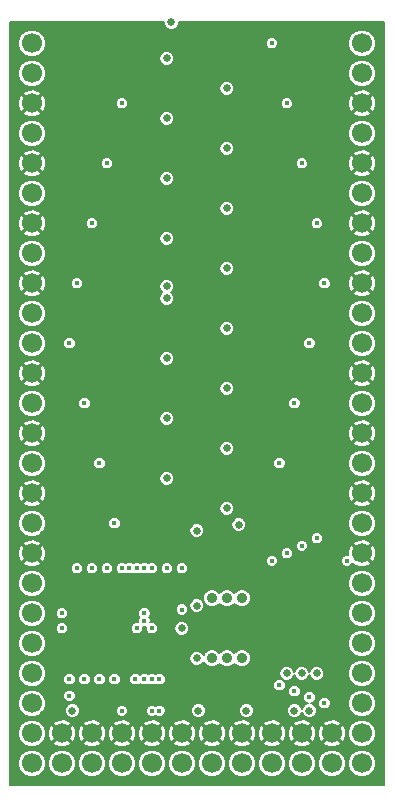
<source format=gbr>
G04 #@! TF.FileFunction,Copper,L3,Inr,Plane*
%FSLAX46Y46*%
G04 Gerber Fmt 4.6, Leading zero omitted, Abs format (unit mm)*
G04 Created by KiCad (PCBNEW 4.0.7) date Monday, October 08, 2018 'PMt' 05:16:59 PM*
%MOMM*%
%LPD*%
G01*
G04 APERTURE LIST*
%ADD10C,0.100000*%
%ADD11C,1.700000*%
%ADD12C,0.406400*%
%ADD13C,0.635000*%
%ADD14C,0.889000*%
%ADD15C,0.127000*%
G04 APERTURE END LIST*
D10*
D11*
X156210000Y-73660000D03*
X156210000Y-76200000D03*
X156210000Y-78740000D03*
X156210000Y-81280000D03*
X156210000Y-83820000D03*
X156210000Y-86360000D03*
X156210000Y-88900000D03*
X156210000Y-91440000D03*
X156210000Y-93980000D03*
X156210000Y-96520000D03*
X156210000Y-99060000D03*
X156210000Y-101600000D03*
X156210000Y-104140000D03*
X156210000Y-106680000D03*
X156210000Y-109220000D03*
X156210000Y-111760000D03*
X156210000Y-114300000D03*
X156210000Y-116840000D03*
X156210000Y-119380000D03*
X156210000Y-121920000D03*
X156210000Y-124460000D03*
X156210000Y-127000000D03*
X156210000Y-129540000D03*
X156210000Y-132080000D03*
X156210000Y-134620000D03*
X184150000Y-73660000D03*
X184150000Y-76200000D03*
X184150000Y-78740000D03*
X184150000Y-81280000D03*
X184150000Y-83820000D03*
X184150000Y-86360000D03*
X184150000Y-88900000D03*
X184150000Y-91440000D03*
X184150000Y-93980000D03*
X184150000Y-96520000D03*
X184150000Y-99060000D03*
X184150000Y-101600000D03*
X184150000Y-104140000D03*
X184150000Y-106680000D03*
X184150000Y-109220000D03*
X184150000Y-111760000D03*
X184150000Y-114300000D03*
X184150000Y-116840000D03*
X184150000Y-119380000D03*
X184150000Y-121920000D03*
X184150000Y-124460000D03*
X184150000Y-127000000D03*
X184150000Y-129540000D03*
X184150000Y-132080000D03*
X184150000Y-134620000D03*
X181610000Y-132080000D03*
X179070000Y-132080000D03*
X176530000Y-132080000D03*
X173990000Y-132080000D03*
X171450000Y-132080000D03*
X168910000Y-132080000D03*
X166370000Y-132080000D03*
X163830000Y-132080000D03*
X161290000Y-132080000D03*
X158750000Y-132080000D03*
X158750000Y-134620000D03*
X161290000Y-134620000D03*
X163830000Y-134620000D03*
X166370000Y-134620000D03*
X168910000Y-134620000D03*
X171450000Y-134620000D03*
X173990000Y-134620000D03*
X176530000Y-134620000D03*
X179070000Y-134620000D03*
X181610000Y-134620000D03*
D12*
X166370000Y-127508000D03*
X166370000Y-130175000D03*
D13*
X170180000Y-114935000D03*
X170180000Y-121285000D03*
X170180000Y-125730000D03*
D14*
X172720000Y-125730000D03*
X173990000Y-125730000D03*
X171450000Y-125730000D03*
X172720000Y-120650000D03*
X171450000Y-120650000D03*
X173990000Y-120650000D03*
D13*
X168021000Y-71882000D03*
X167640000Y-94234000D03*
X159639000Y-130175000D03*
X173736000Y-114427000D03*
X179070000Y-127000000D03*
X177800000Y-127000000D03*
X180340000Y-127000000D03*
X179705000Y-130175000D03*
X178435000Y-130175000D03*
X168910000Y-123190000D03*
D12*
X167640000Y-118110000D03*
X164465000Y-118110000D03*
D13*
X174371000Y-130175000D03*
X170307000Y-130175000D03*
X167640000Y-110490000D03*
X167640000Y-105410000D03*
X167640000Y-100330000D03*
X172720000Y-113030000D03*
X172720000Y-107950000D03*
X172720000Y-102870000D03*
X172720000Y-97790000D03*
X167640000Y-95250000D03*
X172720000Y-87630000D03*
X172720000Y-92710000D03*
X167640000Y-90170000D03*
X167640000Y-85090000D03*
X167640000Y-80010000D03*
X172720000Y-82550000D03*
X172720000Y-77470000D03*
X167640000Y-74930000D03*
X181610000Y-102870000D03*
X181610000Y-72390000D03*
X181610000Y-77470000D03*
X181610000Y-82550000D03*
X181610000Y-87630000D03*
X181610000Y-92710000D03*
X181610000Y-97790000D03*
X181610000Y-107950000D03*
X158750000Y-102870000D03*
X158750000Y-97790000D03*
X158750000Y-92710000D03*
X158750000Y-87630000D03*
X158750000Y-82550000D03*
X158750000Y-77470000D03*
X158750000Y-72390000D03*
X158750000Y-107950000D03*
D12*
X163830000Y-130175000D03*
X165735000Y-127508000D03*
X165735000Y-122555000D03*
X166370000Y-123190000D03*
X166370000Y-118110000D03*
X158750000Y-121920000D03*
X165735000Y-121920000D03*
X165735000Y-118110000D03*
X158750000Y-123190000D03*
X165100000Y-123190000D03*
X165100000Y-118110000D03*
X164973000Y-127508000D03*
X159385000Y-128905000D03*
X167005000Y-130175000D03*
X167005000Y-127508000D03*
X163830000Y-78740000D03*
X163830000Y-118110000D03*
X176530000Y-117475000D03*
X176530000Y-73660000D03*
X162560000Y-83820000D03*
X162560000Y-118110000D03*
X177800000Y-116840000D03*
X177800000Y-78740000D03*
X161290000Y-118110000D03*
X161290000Y-88900000D03*
X179070000Y-116205000D03*
X179070000Y-83820000D03*
X160020000Y-118110000D03*
X160020000Y-93980000D03*
X180340000Y-115570000D03*
X180340000Y-88900000D03*
X159385000Y-127508000D03*
X159385000Y-99060000D03*
X180975000Y-93980000D03*
X180975000Y-129540000D03*
X160655000Y-104140000D03*
X160655000Y-127508000D03*
X179705000Y-129032000D03*
X179705000Y-99060000D03*
X161925000Y-109220000D03*
X161925000Y-127508000D03*
X178435000Y-104140000D03*
X178435000Y-128524000D03*
X163195000Y-114300000D03*
X163195000Y-127508000D03*
X177165000Y-109220000D03*
X177165000Y-128016000D03*
X168910000Y-121602500D03*
X168910000Y-118110000D03*
X182880000Y-117475000D03*
D15*
G36*
X167385890Y-72007755D02*
X167482360Y-72241228D01*
X167660832Y-72420013D01*
X167894137Y-72516889D01*
X168146755Y-72517110D01*
X168380228Y-72420640D01*
X168559013Y-72242168D01*
X168655889Y-72008863D01*
X168656056Y-71818500D01*
X185991500Y-71818500D01*
X185991500Y-136461500D01*
X154368500Y-136461500D01*
X154368500Y-134851211D01*
X155042297Y-134851211D01*
X155219664Y-135280472D01*
X155547801Y-135609181D01*
X155976751Y-135787297D01*
X156441211Y-135787703D01*
X156870472Y-135610336D01*
X157199181Y-135282199D01*
X157377297Y-134853249D01*
X157377298Y-134851211D01*
X157582297Y-134851211D01*
X157759664Y-135280472D01*
X158087801Y-135609181D01*
X158516751Y-135787297D01*
X158981211Y-135787703D01*
X159410472Y-135610336D01*
X159739181Y-135282199D01*
X159917297Y-134853249D01*
X159917298Y-134851211D01*
X160122297Y-134851211D01*
X160299664Y-135280472D01*
X160627801Y-135609181D01*
X161056751Y-135787297D01*
X161521211Y-135787703D01*
X161950472Y-135610336D01*
X162279181Y-135282199D01*
X162457297Y-134853249D01*
X162457298Y-134851211D01*
X162662297Y-134851211D01*
X162839664Y-135280472D01*
X163167801Y-135609181D01*
X163596751Y-135787297D01*
X164061211Y-135787703D01*
X164490472Y-135610336D01*
X164819181Y-135282199D01*
X164997297Y-134853249D01*
X164997298Y-134851211D01*
X165202297Y-134851211D01*
X165379664Y-135280472D01*
X165707801Y-135609181D01*
X166136751Y-135787297D01*
X166601211Y-135787703D01*
X167030472Y-135610336D01*
X167359181Y-135282199D01*
X167537297Y-134853249D01*
X167537298Y-134851211D01*
X167742297Y-134851211D01*
X167919664Y-135280472D01*
X168247801Y-135609181D01*
X168676751Y-135787297D01*
X169141211Y-135787703D01*
X169570472Y-135610336D01*
X169899181Y-135282199D01*
X170077297Y-134853249D01*
X170077298Y-134851211D01*
X170282297Y-134851211D01*
X170459664Y-135280472D01*
X170787801Y-135609181D01*
X171216751Y-135787297D01*
X171681211Y-135787703D01*
X172110472Y-135610336D01*
X172439181Y-135282199D01*
X172617297Y-134853249D01*
X172617298Y-134851211D01*
X172822297Y-134851211D01*
X172999664Y-135280472D01*
X173327801Y-135609181D01*
X173756751Y-135787297D01*
X174221211Y-135787703D01*
X174650472Y-135610336D01*
X174979181Y-135282199D01*
X175157297Y-134853249D01*
X175157298Y-134851211D01*
X175362297Y-134851211D01*
X175539664Y-135280472D01*
X175867801Y-135609181D01*
X176296751Y-135787297D01*
X176761211Y-135787703D01*
X177190472Y-135610336D01*
X177519181Y-135282199D01*
X177697297Y-134853249D01*
X177697298Y-134851211D01*
X177902297Y-134851211D01*
X178079664Y-135280472D01*
X178407801Y-135609181D01*
X178836751Y-135787297D01*
X179301211Y-135787703D01*
X179730472Y-135610336D01*
X180059181Y-135282199D01*
X180237297Y-134853249D01*
X180237298Y-134851211D01*
X180442297Y-134851211D01*
X180619664Y-135280472D01*
X180947801Y-135609181D01*
X181376751Y-135787297D01*
X181841211Y-135787703D01*
X182270472Y-135610336D01*
X182599181Y-135282199D01*
X182777297Y-134853249D01*
X182777298Y-134851211D01*
X182982297Y-134851211D01*
X183159664Y-135280472D01*
X183487801Y-135609181D01*
X183916751Y-135787297D01*
X184381211Y-135787703D01*
X184810472Y-135610336D01*
X185139181Y-135282199D01*
X185317297Y-134853249D01*
X185317703Y-134388789D01*
X185140336Y-133959528D01*
X184812199Y-133630819D01*
X184383249Y-133452703D01*
X183918789Y-133452297D01*
X183489528Y-133629664D01*
X183160819Y-133957801D01*
X182982703Y-134386751D01*
X182982297Y-134851211D01*
X182777298Y-134851211D01*
X182777703Y-134388789D01*
X182600336Y-133959528D01*
X182272199Y-133630819D01*
X181843249Y-133452703D01*
X181378789Y-133452297D01*
X180949528Y-133629664D01*
X180620819Y-133957801D01*
X180442703Y-134386751D01*
X180442297Y-134851211D01*
X180237298Y-134851211D01*
X180237703Y-134388789D01*
X180060336Y-133959528D01*
X179732199Y-133630819D01*
X179303249Y-133452703D01*
X178838789Y-133452297D01*
X178409528Y-133629664D01*
X178080819Y-133957801D01*
X177902703Y-134386751D01*
X177902297Y-134851211D01*
X177697298Y-134851211D01*
X177697703Y-134388789D01*
X177520336Y-133959528D01*
X177192199Y-133630819D01*
X176763249Y-133452703D01*
X176298789Y-133452297D01*
X175869528Y-133629664D01*
X175540819Y-133957801D01*
X175362703Y-134386751D01*
X175362297Y-134851211D01*
X175157298Y-134851211D01*
X175157703Y-134388789D01*
X174980336Y-133959528D01*
X174652199Y-133630819D01*
X174223249Y-133452703D01*
X173758789Y-133452297D01*
X173329528Y-133629664D01*
X173000819Y-133957801D01*
X172822703Y-134386751D01*
X172822297Y-134851211D01*
X172617298Y-134851211D01*
X172617703Y-134388789D01*
X172440336Y-133959528D01*
X172112199Y-133630819D01*
X171683249Y-133452703D01*
X171218789Y-133452297D01*
X170789528Y-133629664D01*
X170460819Y-133957801D01*
X170282703Y-134386751D01*
X170282297Y-134851211D01*
X170077298Y-134851211D01*
X170077703Y-134388789D01*
X169900336Y-133959528D01*
X169572199Y-133630819D01*
X169143249Y-133452703D01*
X168678789Y-133452297D01*
X168249528Y-133629664D01*
X167920819Y-133957801D01*
X167742703Y-134386751D01*
X167742297Y-134851211D01*
X167537298Y-134851211D01*
X167537703Y-134388789D01*
X167360336Y-133959528D01*
X167032199Y-133630819D01*
X166603249Y-133452703D01*
X166138789Y-133452297D01*
X165709528Y-133629664D01*
X165380819Y-133957801D01*
X165202703Y-134386751D01*
X165202297Y-134851211D01*
X164997298Y-134851211D01*
X164997703Y-134388789D01*
X164820336Y-133959528D01*
X164492199Y-133630819D01*
X164063249Y-133452703D01*
X163598789Y-133452297D01*
X163169528Y-133629664D01*
X162840819Y-133957801D01*
X162662703Y-134386751D01*
X162662297Y-134851211D01*
X162457298Y-134851211D01*
X162457703Y-134388789D01*
X162280336Y-133959528D01*
X161952199Y-133630819D01*
X161523249Y-133452703D01*
X161058789Y-133452297D01*
X160629528Y-133629664D01*
X160300819Y-133957801D01*
X160122703Y-134386751D01*
X160122297Y-134851211D01*
X159917298Y-134851211D01*
X159917703Y-134388789D01*
X159740336Y-133959528D01*
X159412199Y-133630819D01*
X158983249Y-133452703D01*
X158518789Y-133452297D01*
X158089528Y-133629664D01*
X157760819Y-133957801D01*
X157582703Y-134386751D01*
X157582297Y-134851211D01*
X157377298Y-134851211D01*
X157377703Y-134388789D01*
X157200336Y-133959528D01*
X156872199Y-133630819D01*
X156443249Y-133452703D01*
X155978789Y-133452297D01*
X155549528Y-133629664D01*
X155220819Y-133957801D01*
X155042703Y-134386751D01*
X155042297Y-134851211D01*
X154368500Y-134851211D01*
X154368500Y-132311211D01*
X155042297Y-132311211D01*
X155219664Y-132740472D01*
X155547801Y-133069181D01*
X155976751Y-133247297D01*
X156441211Y-133247703D01*
X156870472Y-133070336D01*
X157031877Y-132909211D01*
X158010591Y-132909211D01*
X158102685Y-133078985D01*
X158534254Y-133250658D01*
X158998668Y-133244110D01*
X159397315Y-133078985D01*
X159489409Y-132909211D01*
X160550591Y-132909211D01*
X160642685Y-133078985D01*
X161074254Y-133250658D01*
X161538668Y-133244110D01*
X161937315Y-133078985D01*
X162029409Y-132909211D01*
X163090591Y-132909211D01*
X163182685Y-133078985D01*
X163614254Y-133250658D01*
X164078668Y-133244110D01*
X164477315Y-133078985D01*
X164569409Y-132909211D01*
X165630591Y-132909211D01*
X165722685Y-133078985D01*
X166154254Y-133250658D01*
X166618668Y-133244110D01*
X167017315Y-133078985D01*
X167109409Y-132909211D01*
X168170591Y-132909211D01*
X168262685Y-133078985D01*
X168694254Y-133250658D01*
X169158668Y-133244110D01*
X169557315Y-133078985D01*
X169649409Y-132909211D01*
X170710591Y-132909211D01*
X170802685Y-133078985D01*
X171234254Y-133250658D01*
X171698668Y-133244110D01*
X172097315Y-133078985D01*
X172189409Y-132909211D01*
X173250591Y-132909211D01*
X173342685Y-133078985D01*
X173774254Y-133250658D01*
X174238668Y-133244110D01*
X174637315Y-133078985D01*
X174729409Y-132909211D01*
X175790591Y-132909211D01*
X175882685Y-133078985D01*
X176314254Y-133250658D01*
X176778668Y-133244110D01*
X177177315Y-133078985D01*
X177269409Y-132909211D01*
X178330591Y-132909211D01*
X178422685Y-133078985D01*
X178854254Y-133250658D01*
X179318668Y-133244110D01*
X179717315Y-133078985D01*
X179809409Y-132909211D01*
X180870591Y-132909211D01*
X180962685Y-133078985D01*
X181394254Y-133250658D01*
X181858668Y-133244110D01*
X182257315Y-133078985D01*
X182349409Y-132909211D01*
X181610000Y-132169803D01*
X180870591Y-132909211D01*
X179809409Y-132909211D01*
X179070000Y-132169803D01*
X178330591Y-132909211D01*
X177269409Y-132909211D01*
X176530000Y-132169803D01*
X175790591Y-132909211D01*
X174729409Y-132909211D01*
X173990000Y-132169803D01*
X173250591Y-132909211D01*
X172189409Y-132909211D01*
X171450000Y-132169803D01*
X170710591Y-132909211D01*
X169649409Y-132909211D01*
X168910000Y-132169803D01*
X168170591Y-132909211D01*
X167109409Y-132909211D01*
X166370000Y-132169803D01*
X165630591Y-132909211D01*
X164569409Y-132909211D01*
X163830000Y-132169803D01*
X163090591Y-132909211D01*
X162029409Y-132909211D01*
X161290000Y-132169803D01*
X160550591Y-132909211D01*
X159489409Y-132909211D01*
X158750000Y-132169803D01*
X158010591Y-132909211D01*
X157031877Y-132909211D01*
X157199181Y-132742199D01*
X157377297Y-132313249D01*
X157377689Y-131864254D01*
X157579342Y-131864254D01*
X157585890Y-132328668D01*
X157751015Y-132727315D01*
X157920789Y-132819409D01*
X158660197Y-132080000D01*
X158839803Y-132080000D01*
X159579211Y-132819409D01*
X159748985Y-132727315D01*
X159920658Y-132295746D01*
X159914575Y-131864254D01*
X160119342Y-131864254D01*
X160125890Y-132328668D01*
X160291015Y-132727315D01*
X160460789Y-132819409D01*
X161200197Y-132080000D01*
X161379803Y-132080000D01*
X162119211Y-132819409D01*
X162288985Y-132727315D01*
X162460658Y-132295746D01*
X162454575Y-131864254D01*
X162659342Y-131864254D01*
X162665890Y-132328668D01*
X162831015Y-132727315D01*
X163000789Y-132819409D01*
X163740197Y-132080000D01*
X163919803Y-132080000D01*
X164659211Y-132819409D01*
X164828985Y-132727315D01*
X165000658Y-132295746D01*
X164994575Y-131864254D01*
X165199342Y-131864254D01*
X165205890Y-132328668D01*
X165371015Y-132727315D01*
X165540789Y-132819409D01*
X166280197Y-132080000D01*
X166459803Y-132080000D01*
X167199211Y-132819409D01*
X167368985Y-132727315D01*
X167540658Y-132295746D01*
X167534575Y-131864254D01*
X167739342Y-131864254D01*
X167745890Y-132328668D01*
X167911015Y-132727315D01*
X168080789Y-132819409D01*
X168820197Y-132080000D01*
X168999803Y-132080000D01*
X169739211Y-132819409D01*
X169908985Y-132727315D01*
X170080658Y-132295746D01*
X170074575Y-131864254D01*
X170279342Y-131864254D01*
X170285890Y-132328668D01*
X170451015Y-132727315D01*
X170620789Y-132819409D01*
X171360197Y-132080000D01*
X171539803Y-132080000D01*
X172279211Y-132819409D01*
X172448985Y-132727315D01*
X172620658Y-132295746D01*
X172614575Y-131864254D01*
X172819342Y-131864254D01*
X172825890Y-132328668D01*
X172991015Y-132727315D01*
X173160789Y-132819409D01*
X173900197Y-132080000D01*
X174079803Y-132080000D01*
X174819211Y-132819409D01*
X174988985Y-132727315D01*
X175160658Y-132295746D01*
X175154575Y-131864254D01*
X175359342Y-131864254D01*
X175365890Y-132328668D01*
X175531015Y-132727315D01*
X175700789Y-132819409D01*
X176440197Y-132080000D01*
X176619803Y-132080000D01*
X177359211Y-132819409D01*
X177528985Y-132727315D01*
X177700658Y-132295746D01*
X177694575Y-131864254D01*
X177899342Y-131864254D01*
X177905890Y-132328668D01*
X178071015Y-132727315D01*
X178240789Y-132819409D01*
X178980197Y-132080000D01*
X179159803Y-132080000D01*
X179899211Y-132819409D01*
X180068985Y-132727315D01*
X180240658Y-132295746D01*
X180234575Y-131864254D01*
X180439342Y-131864254D01*
X180445890Y-132328668D01*
X180611015Y-132727315D01*
X180780789Y-132819409D01*
X181520197Y-132080000D01*
X181699803Y-132080000D01*
X182439211Y-132819409D01*
X182608985Y-132727315D01*
X182774506Y-132311211D01*
X182982297Y-132311211D01*
X183159664Y-132740472D01*
X183487801Y-133069181D01*
X183916751Y-133247297D01*
X184381211Y-133247703D01*
X184810472Y-133070336D01*
X185139181Y-132742199D01*
X185317297Y-132313249D01*
X185317703Y-131848789D01*
X185140336Y-131419528D01*
X184812199Y-131090819D01*
X184383249Y-130912703D01*
X183918789Y-130912297D01*
X183489528Y-131089664D01*
X183160819Y-131417801D01*
X182982703Y-131846751D01*
X182982297Y-132311211D01*
X182774506Y-132311211D01*
X182780658Y-132295746D01*
X182774110Y-131831332D01*
X182608985Y-131432685D01*
X182439211Y-131340591D01*
X181699803Y-132080000D01*
X181520197Y-132080000D01*
X180780789Y-131340591D01*
X180611015Y-131432685D01*
X180439342Y-131864254D01*
X180234575Y-131864254D01*
X180234110Y-131831332D01*
X180068985Y-131432685D01*
X179899211Y-131340591D01*
X179159803Y-132080000D01*
X178980197Y-132080000D01*
X178240789Y-131340591D01*
X178071015Y-131432685D01*
X177899342Y-131864254D01*
X177694575Y-131864254D01*
X177694110Y-131831332D01*
X177528985Y-131432685D01*
X177359211Y-131340591D01*
X176619803Y-132080000D01*
X176440197Y-132080000D01*
X175700789Y-131340591D01*
X175531015Y-131432685D01*
X175359342Y-131864254D01*
X175154575Y-131864254D01*
X175154110Y-131831332D01*
X174988985Y-131432685D01*
X174819211Y-131340591D01*
X174079803Y-132080000D01*
X173900197Y-132080000D01*
X173160789Y-131340591D01*
X172991015Y-131432685D01*
X172819342Y-131864254D01*
X172614575Y-131864254D01*
X172614110Y-131831332D01*
X172448985Y-131432685D01*
X172279211Y-131340591D01*
X171539803Y-132080000D01*
X171360197Y-132080000D01*
X170620789Y-131340591D01*
X170451015Y-131432685D01*
X170279342Y-131864254D01*
X170074575Y-131864254D01*
X170074110Y-131831332D01*
X169908985Y-131432685D01*
X169739211Y-131340591D01*
X168999803Y-132080000D01*
X168820197Y-132080000D01*
X168080789Y-131340591D01*
X167911015Y-131432685D01*
X167739342Y-131864254D01*
X167534575Y-131864254D01*
X167534110Y-131831332D01*
X167368985Y-131432685D01*
X167199211Y-131340591D01*
X166459803Y-132080000D01*
X166280197Y-132080000D01*
X165540789Y-131340591D01*
X165371015Y-131432685D01*
X165199342Y-131864254D01*
X164994575Y-131864254D01*
X164994110Y-131831332D01*
X164828985Y-131432685D01*
X164659211Y-131340591D01*
X163919803Y-132080000D01*
X163740197Y-132080000D01*
X163000789Y-131340591D01*
X162831015Y-131432685D01*
X162659342Y-131864254D01*
X162454575Y-131864254D01*
X162454110Y-131831332D01*
X162288985Y-131432685D01*
X162119211Y-131340591D01*
X161379803Y-132080000D01*
X161200197Y-132080000D01*
X160460789Y-131340591D01*
X160291015Y-131432685D01*
X160119342Y-131864254D01*
X159914575Y-131864254D01*
X159914110Y-131831332D01*
X159748985Y-131432685D01*
X159579211Y-131340591D01*
X158839803Y-132080000D01*
X158660197Y-132080000D01*
X157920789Y-131340591D01*
X157751015Y-131432685D01*
X157579342Y-131864254D01*
X157377689Y-131864254D01*
X157377703Y-131848789D01*
X157200336Y-131419528D01*
X157031891Y-131250789D01*
X158010591Y-131250789D01*
X158750000Y-131990197D01*
X159489409Y-131250789D01*
X160550591Y-131250789D01*
X161290000Y-131990197D01*
X162029409Y-131250789D01*
X163090591Y-131250789D01*
X163830000Y-131990197D01*
X164569409Y-131250789D01*
X165630591Y-131250789D01*
X166370000Y-131990197D01*
X167109409Y-131250789D01*
X168170591Y-131250789D01*
X168910000Y-131990197D01*
X169649409Y-131250789D01*
X170710591Y-131250789D01*
X171450000Y-131990197D01*
X172189409Y-131250789D01*
X173250591Y-131250789D01*
X173990000Y-131990197D01*
X174729409Y-131250789D01*
X175790591Y-131250789D01*
X176530000Y-131990197D01*
X177269409Y-131250789D01*
X178330591Y-131250789D01*
X179070000Y-131990197D01*
X179809409Y-131250789D01*
X180870591Y-131250789D01*
X181610000Y-131990197D01*
X182349409Y-131250789D01*
X182257315Y-131081015D01*
X181825746Y-130909342D01*
X181361332Y-130915890D01*
X180962685Y-131081015D01*
X180870591Y-131250789D01*
X179809409Y-131250789D01*
X179717315Y-131081015D01*
X179285746Y-130909342D01*
X178821332Y-130915890D01*
X178422685Y-131081015D01*
X178330591Y-131250789D01*
X177269409Y-131250789D01*
X177177315Y-131081015D01*
X176745746Y-130909342D01*
X176281332Y-130915890D01*
X175882685Y-131081015D01*
X175790591Y-131250789D01*
X174729409Y-131250789D01*
X174637315Y-131081015D01*
X174205746Y-130909342D01*
X173741332Y-130915890D01*
X173342685Y-131081015D01*
X173250591Y-131250789D01*
X172189409Y-131250789D01*
X172097315Y-131081015D01*
X171665746Y-130909342D01*
X171201332Y-130915890D01*
X170802685Y-131081015D01*
X170710591Y-131250789D01*
X169649409Y-131250789D01*
X169557315Y-131081015D01*
X169125746Y-130909342D01*
X168661332Y-130915890D01*
X168262685Y-131081015D01*
X168170591Y-131250789D01*
X167109409Y-131250789D01*
X167017315Y-131081015D01*
X166585746Y-130909342D01*
X166121332Y-130915890D01*
X165722685Y-131081015D01*
X165630591Y-131250789D01*
X164569409Y-131250789D01*
X164477315Y-131081015D01*
X164045746Y-130909342D01*
X163581332Y-130915890D01*
X163182685Y-131081015D01*
X163090591Y-131250789D01*
X162029409Y-131250789D01*
X161937315Y-131081015D01*
X161505746Y-130909342D01*
X161041332Y-130915890D01*
X160642685Y-131081015D01*
X160550591Y-131250789D01*
X159489409Y-131250789D01*
X159397315Y-131081015D01*
X158965746Y-130909342D01*
X158501332Y-130915890D01*
X158102685Y-131081015D01*
X158010591Y-131250789D01*
X157031891Y-131250789D01*
X156872199Y-131090819D01*
X156443249Y-130912703D01*
X155978789Y-130912297D01*
X155549528Y-131089664D01*
X155220819Y-131417801D01*
X155042703Y-131846751D01*
X155042297Y-132311211D01*
X154368500Y-132311211D01*
X154368500Y-129771211D01*
X155042297Y-129771211D01*
X155219664Y-130200472D01*
X155547801Y-130529181D01*
X155976751Y-130707297D01*
X156441211Y-130707703D01*
X156870472Y-130530336D01*
X157100453Y-130300755D01*
X159003890Y-130300755D01*
X159100360Y-130534228D01*
X159278832Y-130713013D01*
X159512137Y-130809889D01*
X159764755Y-130810110D01*
X159998228Y-130713640D01*
X160177013Y-130535168D01*
X160273889Y-130301863D01*
X160273909Y-130278119D01*
X163309210Y-130278119D01*
X163388315Y-130469567D01*
X163534662Y-130616170D01*
X163725972Y-130695609D01*
X163933119Y-130695790D01*
X164124567Y-130616685D01*
X164271170Y-130470338D01*
X164350609Y-130279028D01*
X164350609Y-130278119D01*
X165849210Y-130278119D01*
X165928315Y-130469567D01*
X166074662Y-130616170D01*
X166265972Y-130695609D01*
X166473119Y-130695790D01*
X166664567Y-130616685D01*
X166687411Y-130593880D01*
X166709662Y-130616170D01*
X166900972Y-130695609D01*
X167108119Y-130695790D01*
X167299567Y-130616685D01*
X167446170Y-130470338D01*
X167516587Y-130300755D01*
X169671890Y-130300755D01*
X169768360Y-130534228D01*
X169946832Y-130713013D01*
X170180137Y-130809889D01*
X170432755Y-130810110D01*
X170666228Y-130713640D01*
X170845013Y-130535168D01*
X170941889Y-130301863D01*
X170941889Y-130300755D01*
X173735890Y-130300755D01*
X173832360Y-130534228D01*
X174010832Y-130713013D01*
X174244137Y-130809889D01*
X174496755Y-130810110D01*
X174730228Y-130713640D01*
X174909013Y-130535168D01*
X175005889Y-130301863D01*
X175005889Y-130300755D01*
X177799890Y-130300755D01*
X177896360Y-130534228D01*
X178074832Y-130713013D01*
X178308137Y-130809889D01*
X178560755Y-130810110D01*
X178794228Y-130713640D01*
X178973013Y-130535168D01*
X179069889Y-130301863D01*
X179069890Y-130300755D01*
X179166360Y-130534228D01*
X179344832Y-130713013D01*
X179578137Y-130809889D01*
X179830755Y-130810110D01*
X180064228Y-130713640D01*
X180243013Y-130535168D01*
X180339889Y-130301863D01*
X180340110Y-130049245D01*
X180243640Y-129815772D01*
X180071290Y-129643119D01*
X180454210Y-129643119D01*
X180533315Y-129834567D01*
X180679662Y-129981170D01*
X180870972Y-130060609D01*
X181078119Y-130060790D01*
X181269567Y-129981685D01*
X181416170Y-129835338D01*
X181442797Y-129771211D01*
X182982297Y-129771211D01*
X183159664Y-130200472D01*
X183487801Y-130529181D01*
X183916751Y-130707297D01*
X184381211Y-130707703D01*
X184810472Y-130530336D01*
X185139181Y-130202199D01*
X185317297Y-129773249D01*
X185317703Y-129308789D01*
X185140336Y-128879528D01*
X184812199Y-128550819D01*
X184383249Y-128372703D01*
X183918789Y-128372297D01*
X183489528Y-128549664D01*
X183160819Y-128877801D01*
X182982703Y-129306751D01*
X182982297Y-129771211D01*
X181442797Y-129771211D01*
X181495609Y-129644028D01*
X181495790Y-129436881D01*
X181416685Y-129245433D01*
X181270338Y-129098830D01*
X181079028Y-129019391D01*
X180871881Y-129019210D01*
X180680433Y-129098315D01*
X180533830Y-129244662D01*
X180454391Y-129435972D01*
X180454210Y-129643119D01*
X180071290Y-129643119D01*
X180065168Y-129636987D01*
X179835325Y-129541549D01*
X179999567Y-129473685D01*
X180146170Y-129327338D01*
X180225609Y-129136028D01*
X180225790Y-128928881D01*
X180146685Y-128737433D01*
X180000338Y-128590830D01*
X179809028Y-128511391D01*
X179601881Y-128511210D01*
X179410433Y-128590315D01*
X179263830Y-128736662D01*
X179184391Y-128927972D01*
X179184210Y-129135119D01*
X179263315Y-129326567D01*
X179409662Y-129473170D01*
X179574782Y-129541734D01*
X179345772Y-129636360D01*
X179166987Y-129814832D01*
X179070111Y-130048137D01*
X179070110Y-130049245D01*
X178973640Y-129815772D01*
X178795168Y-129636987D01*
X178561863Y-129540111D01*
X178309245Y-129539890D01*
X178075772Y-129636360D01*
X177896987Y-129814832D01*
X177800111Y-130048137D01*
X177799890Y-130300755D01*
X175005889Y-130300755D01*
X175006110Y-130049245D01*
X174909640Y-129815772D01*
X174731168Y-129636987D01*
X174497863Y-129540111D01*
X174245245Y-129539890D01*
X174011772Y-129636360D01*
X173832987Y-129814832D01*
X173736111Y-130048137D01*
X173735890Y-130300755D01*
X170941889Y-130300755D01*
X170942110Y-130049245D01*
X170845640Y-129815772D01*
X170667168Y-129636987D01*
X170433863Y-129540111D01*
X170181245Y-129539890D01*
X169947772Y-129636360D01*
X169768987Y-129814832D01*
X169672111Y-130048137D01*
X169671890Y-130300755D01*
X167516587Y-130300755D01*
X167525609Y-130279028D01*
X167525790Y-130071881D01*
X167446685Y-129880433D01*
X167300338Y-129733830D01*
X167109028Y-129654391D01*
X166901881Y-129654210D01*
X166710433Y-129733315D01*
X166687589Y-129756120D01*
X166665338Y-129733830D01*
X166474028Y-129654391D01*
X166266881Y-129654210D01*
X166075433Y-129733315D01*
X165928830Y-129879662D01*
X165849391Y-130070972D01*
X165849210Y-130278119D01*
X164350609Y-130278119D01*
X164350790Y-130071881D01*
X164271685Y-129880433D01*
X164125338Y-129733830D01*
X163934028Y-129654391D01*
X163726881Y-129654210D01*
X163535433Y-129733315D01*
X163388830Y-129879662D01*
X163309391Y-130070972D01*
X163309210Y-130278119D01*
X160273909Y-130278119D01*
X160274110Y-130049245D01*
X160177640Y-129815772D01*
X159999168Y-129636987D01*
X159765863Y-129540111D01*
X159513245Y-129539890D01*
X159279772Y-129636360D01*
X159100987Y-129814832D01*
X159004111Y-130048137D01*
X159003890Y-130300755D01*
X157100453Y-130300755D01*
X157199181Y-130202199D01*
X157377297Y-129773249D01*
X157377703Y-129308789D01*
X157253469Y-129008119D01*
X158864210Y-129008119D01*
X158943315Y-129199567D01*
X159089662Y-129346170D01*
X159280972Y-129425609D01*
X159488119Y-129425790D01*
X159679567Y-129346685D01*
X159826170Y-129200338D01*
X159905609Y-129009028D01*
X159905790Y-128801881D01*
X159833580Y-128627119D01*
X177914210Y-128627119D01*
X177993315Y-128818567D01*
X178139662Y-128965170D01*
X178330972Y-129044609D01*
X178538119Y-129044790D01*
X178729567Y-128965685D01*
X178876170Y-128819338D01*
X178955609Y-128628028D01*
X178955790Y-128420881D01*
X178876685Y-128229433D01*
X178730338Y-128082830D01*
X178539028Y-128003391D01*
X178331881Y-128003210D01*
X178140433Y-128082315D01*
X177993830Y-128228662D01*
X177914391Y-128419972D01*
X177914210Y-128627119D01*
X159833580Y-128627119D01*
X159826685Y-128610433D01*
X159680338Y-128463830D01*
X159489028Y-128384391D01*
X159281881Y-128384210D01*
X159090433Y-128463315D01*
X158943830Y-128609662D01*
X158864391Y-128800972D01*
X158864210Y-129008119D01*
X157253469Y-129008119D01*
X157200336Y-128879528D01*
X156872199Y-128550819D01*
X156443249Y-128372703D01*
X155978789Y-128372297D01*
X155549528Y-128549664D01*
X155220819Y-128877801D01*
X155042703Y-129306751D01*
X155042297Y-129771211D01*
X154368500Y-129771211D01*
X154368500Y-127231211D01*
X155042297Y-127231211D01*
X155219664Y-127660472D01*
X155547801Y-127989181D01*
X155976751Y-128167297D01*
X156441211Y-128167703D01*
X156558793Y-128119119D01*
X176644210Y-128119119D01*
X176723315Y-128310567D01*
X176869662Y-128457170D01*
X177060972Y-128536609D01*
X177268119Y-128536790D01*
X177459567Y-128457685D01*
X177606170Y-128311338D01*
X177685609Y-128120028D01*
X177685790Y-127912881D01*
X177606685Y-127721433D01*
X177460338Y-127574830D01*
X177269028Y-127495391D01*
X177061881Y-127495210D01*
X176870433Y-127574315D01*
X176723830Y-127720662D01*
X176644391Y-127911972D01*
X176644210Y-128119119D01*
X156558793Y-128119119D01*
X156870472Y-127990336D01*
X157199181Y-127662199D01*
X157220391Y-127611119D01*
X158864210Y-127611119D01*
X158943315Y-127802567D01*
X159089662Y-127949170D01*
X159280972Y-128028609D01*
X159488119Y-128028790D01*
X159679567Y-127949685D01*
X159826170Y-127803338D01*
X159905609Y-127612028D01*
X159905609Y-127611119D01*
X160134210Y-127611119D01*
X160213315Y-127802567D01*
X160359662Y-127949170D01*
X160550972Y-128028609D01*
X160758119Y-128028790D01*
X160949567Y-127949685D01*
X161096170Y-127803338D01*
X161175609Y-127612028D01*
X161175609Y-127611119D01*
X161404210Y-127611119D01*
X161483315Y-127802567D01*
X161629662Y-127949170D01*
X161820972Y-128028609D01*
X162028119Y-128028790D01*
X162219567Y-127949685D01*
X162366170Y-127803338D01*
X162445609Y-127612028D01*
X162445609Y-127611119D01*
X162674210Y-127611119D01*
X162753315Y-127802567D01*
X162899662Y-127949170D01*
X163090972Y-128028609D01*
X163298119Y-128028790D01*
X163489567Y-127949685D01*
X163636170Y-127803338D01*
X163715609Y-127612028D01*
X163715609Y-127611119D01*
X164452210Y-127611119D01*
X164531315Y-127802567D01*
X164677662Y-127949170D01*
X164868972Y-128028609D01*
X165076119Y-128028790D01*
X165267567Y-127949685D01*
X165354022Y-127863381D01*
X165439662Y-127949170D01*
X165630972Y-128028609D01*
X165838119Y-128028790D01*
X166029567Y-127949685D01*
X166052411Y-127926880D01*
X166074662Y-127949170D01*
X166265972Y-128028609D01*
X166473119Y-128028790D01*
X166664567Y-127949685D01*
X166687411Y-127926880D01*
X166709662Y-127949170D01*
X166900972Y-128028609D01*
X167108119Y-128028790D01*
X167299567Y-127949685D01*
X167446170Y-127803338D01*
X167525609Y-127612028D01*
X167525790Y-127404881D01*
X167446685Y-127213433D01*
X167359161Y-127125755D01*
X177164890Y-127125755D01*
X177261360Y-127359228D01*
X177439832Y-127538013D01*
X177673137Y-127634889D01*
X177925755Y-127635110D01*
X178159228Y-127538640D01*
X178338013Y-127360168D01*
X178434889Y-127126863D01*
X178434890Y-127125755D01*
X178531360Y-127359228D01*
X178709832Y-127538013D01*
X178943137Y-127634889D01*
X179195755Y-127635110D01*
X179429228Y-127538640D01*
X179608013Y-127360168D01*
X179704889Y-127126863D01*
X179704890Y-127125755D01*
X179801360Y-127359228D01*
X179979832Y-127538013D01*
X180213137Y-127634889D01*
X180465755Y-127635110D01*
X180699228Y-127538640D01*
X180878013Y-127360168D01*
X180931560Y-127231211D01*
X182982297Y-127231211D01*
X183159664Y-127660472D01*
X183487801Y-127989181D01*
X183916751Y-128167297D01*
X184381211Y-128167703D01*
X184810472Y-127990336D01*
X185139181Y-127662199D01*
X185317297Y-127233249D01*
X185317703Y-126768789D01*
X185140336Y-126339528D01*
X184812199Y-126010819D01*
X184383249Y-125832703D01*
X183918789Y-125832297D01*
X183489528Y-126009664D01*
X183160819Y-126337801D01*
X182982703Y-126766751D01*
X182982297Y-127231211D01*
X180931560Y-127231211D01*
X180974889Y-127126863D01*
X180975110Y-126874245D01*
X180878640Y-126640772D01*
X180700168Y-126461987D01*
X180466863Y-126365111D01*
X180214245Y-126364890D01*
X179980772Y-126461360D01*
X179801987Y-126639832D01*
X179705111Y-126873137D01*
X179705110Y-126874245D01*
X179608640Y-126640772D01*
X179430168Y-126461987D01*
X179196863Y-126365111D01*
X178944245Y-126364890D01*
X178710772Y-126461360D01*
X178531987Y-126639832D01*
X178435111Y-126873137D01*
X178435110Y-126874245D01*
X178338640Y-126640772D01*
X178160168Y-126461987D01*
X177926863Y-126365111D01*
X177674245Y-126364890D01*
X177440772Y-126461360D01*
X177261987Y-126639832D01*
X177165111Y-126873137D01*
X177164890Y-127125755D01*
X167359161Y-127125755D01*
X167300338Y-127066830D01*
X167109028Y-126987391D01*
X166901881Y-126987210D01*
X166710433Y-127066315D01*
X166687589Y-127089120D01*
X166665338Y-127066830D01*
X166474028Y-126987391D01*
X166266881Y-126987210D01*
X166075433Y-127066315D01*
X166052589Y-127089120D01*
X166030338Y-127066830D01*
X165839028Y-126987391D01*
X165631881Y-126987210D01*
X165440433Y-127066315D01*
X165353978Y-127152619D01*
X165268338Y-127066830D01*
X165077028Y-126987391D01*
X164869881Y-126987210D01*
X164678433Y-127066315D01*
X164531830Y-127212662D01*
X164452391Y-127403972D01*
X164452210Y-127611119D01*
X163715609Y-127611119D01*
X163715790Y-127404881D01*
X163636685Y-127213433D01*
X163490338Y-127066830D01*
X163299028Y-126987391D01*
X163091881Y-126987210D01*
X162900433Y-127066315D01*
X162753830Y-127212662D01*
X162674391Y-127403972D01*
X162674210Y-127611119D01*
X162445609Y-127611119D01*
X162445790Y-127404881D01*
X162366685Y-127213433D01*
X162220338Y-127066830D01*
X162029028Y-126987391D01*
X161821881Y-126987210D01*
X161630433Y-127066315D01*
X161483830Y-127212662D01*
X161404391Y-127403972D01*
X161404210Y-127611119D01*
X161175609Y-127611119D01*
X161175790Y-127404881D01*
X161096685Y-127213433D01*
X160950338Y-127066830D01*
X160759028Y-126987391D01*
X160551881Y-126987210D01*
X160360433Y-127066315D01*
X160213830Y-127212662D01*
X160134391Y-127403972D01*
X160134210Y-127611119D01*
X159905609Y-127611119D01*
X159905790Y-127404881D01*
X159826685Y-127213433D01*
X159680338Y-127066830D01*
X159489028Y-126987391D01*
X159281881Y-126987210D01*
X159090433Y-127066315D01*
X158943830Y-127212662D01*
X158864391Y-127403972D01*
X158864210Y-127611119D01*
X157220391Y-127611119D01*
X157377297Y-127233249D01*
X157377703Y-126768789D01*
X157200336Y-126339528D01*
X156872199Y-126010819D01*
X156498765Y-125855755D01*
X169544890Y-125855755D01*
X169641360Y-126089228D01*
X169819832Y-126268013D01*
X170053137Y-126364889D01*
X170305755Y-126365110D01*
X170539228Y-126268640D01*
X170718013Y-126090168D01*
X170746243Y-126022183D01*
X170803632Y-126161074D01*
X171017798Y-126375615D01*
X171297764Y-126491867D01*
X171600906Y-126492132D01*
X171881074Y-126376368D01*
X172085168Y-126172630D01*
X172287798Y-126375615D01*
X172567764Y-126491867D01*
X172870906Y-126492132D01*
X173151074Y-126376368D01*
X173355168Y-126172630D01*
X173557798Y-126375615D01*
X173837764Y-126491867D01*
X174140906Y-126492132D01*
X174421074Y-126376368D01*
X174635615Y-126162202D01*
X174751867Y-125882236D01*
X174752132Y-125579094D01*
X174636368Y-125298926D01*
X174422202Y-125084385D01*
X174142236Y-124968133D01*
X173839094Y-124967868D01*
X173558926Y-125083632D01*
X173354832Y-125287370D01*
X173152202Y-125084385D01*
X172872236Y-124968133D01*
X172569094Y-124967868D01*
X172288926Y-125083632D01*
X172084832Y-125287370D01*
X171882202Y-125084385D01*
X171602236Y-124968133D01*
X171299094Y-124967868D01*
X171018926Y-125083632D01*
X170804385Y-125297798D01*
X170746293Y-125437698D01*
X170718640Y-125370772D01*
X170540168Y-125191987D01*
X170306863Y-125095111D01*
X170054245Y-125094890D01*
X169820772Y-125191360D01*
X169641987Y-125369832D01*
X169545111Y-125603137D01*
X169544890Y-125855755D01*
X156498765Y-125855755D01*
X156443249Y-125832703D01*
X155978789Y-125832297D01*
X155549528Y-126009664D01*
X155220819Y-126337801D01*
X155042703Y-126766751D01*
X155042297Y-127231211D01*
X154368500Y-127231211D01*
X154368500Y-124691211D01*
X155042297Y-124691211D01*
X155219664Y-125120472D01*
X155547801Y-125449181D01*
X155976751Y-125627297D01*
X156441211Y-125627703D01*
X156870472Y-125450336D01*
X157199181Y-125122199D01*
X157377297Y-124693249D01*
X157377298Y-124691211D01*
X182982297Y-124691211D01*
X183159664Y-125120472D01*
X183487801Y-125449181D01*
X183916751Y-125627297D01*
X184381211Y-125627703D01*
X184810472Y-125450336D01*
X185139181Y-125122199D01*
X185317297Y-124693249D01*
X185317703Y-124228789D01*
X185140336Y-123799528D01*
X184812199Y-123470819D01*
X184383249Y-123292703D01*
X183918789Y-123292297D01*
X183489528Y-123469664D01*
X183160819Y-123797801D01*
X182982703Y-124226751D01*
X182982297Y-124691211D01*
X157377298Y-124691211D01*
X157377703Y-124228789D01*
X157200336Y-123799528D01*
X156872199Y-123470819D01*
X156444251Y-123293119D01*
X158229210Y-123293119D01*
X158308315Y-123484567D01*
X158454662Y-123631170D01*
X158645972Y-123710609D01*
X158853119Y-123710790D01*
X159044567Y-123631685D01*
X159191170Y-123485338D01*
X159270609Y-123294028D01*
X159270609Y-123293119D01*
X164579210Y-123293119D01*
X164658315Y-123484567D01*
X164804662Y-123631170D01*
X164995972Y-123710609D01*
X165203119Y-123710790D01*
X165394567Y-123631685D01*
X165541170Y-123485338D01*
X165620609Y-123294028D01*
X165620790Y-123086881D01*
X165613059Y-123068171D01*
X165630972Y-123075609D01*
X165838119Y-123075790D01*
X165856829Y-123068059D01*
X165849391Y-123085972D01*
X165849210Y-123293119D01*
X165928315Y-123484567D01*
X166074662Y-123631170D01*
X166265972Y-123710609D01*
X166473119Y-123710790D01*
X166664567Y-123631685D01*
X166811170Y-123485338D01*
X166881587Y-123315755D01*
X168274890Y-123315755D01*
X168371360Y-123549228D01*
X168549832Y-123728013D01*
X168783137Y-123824889D01*
X169035755Y-123825110D01*
X169269228Y-123728640D01*
X169448013Y-123550168D01*
X169544889Y-123316863D01*
X169545110Y-123064245D01*
X169448640Y-122830772D01*
X169270168Y-122651987D01*
X169036863Y-122555111D01*
X168784245Y-122554890D01*
X168550772Y-122651360D01*
X168371987Y-122829832D01*
X168275111Y-123063137D01*
X168274890Y-123315755D01*
X166881587Y-123315755D01*
X166890609Y-123294028D01*
X166890790Y-123086881D01*
X166811685Y-122895433D01*
X166665338Y-122748830D01*
X166474028Y-122669391D01*
X166266881Y-122669210D01*
X166248171Y-122676941D01*
X166255609Y-122659028D01*
X166255790Y-122451881D01*
X166176685Y-122260433D01*
X166153880Y-122237589D01*
X166176170Y-122215338D01*
X166202797Y-122151211D01*
X182982297Y-122151211D01*
X183159664Y-122580472D01*
X183487801Y-122909181D01*
X183916751Y-123087297D01*
X184381211Y-123087703D01*
X184810472Y-122910336D01*
X185139181Y-122582199D01*
X185317297Y-122153249D01*
X185317703Y-121688789D01*
X185140336Y-121259528D01*
X184812199Y-120930819D01*
X184383249Y-120752703D01*
X183918789Y-120752297D01*
X183489528Y-120929664D01*
X183160819Y-121257801D01*
X182982703Y-121686751D01*
X182982297Y-122151211D01*
X166202797Y-122151211D01*
X166255609Y-122024028D01*
X166255790Y-121816881D01*
X166209818Y-121705619D01*
X168389210Y-121705619D01*
X168468315Y-121897067D01*
X168614662Y-122043670D01*
X168805972Y-122123109D01*
X169013119Y-122123290D01*
X169204567Y-122044185D01*
X169351170Y-121897838D01*
X169430609Y-121706528D01*
X169430790Y-121499381D01*
X169394171Y-121410755D01*
X169544890Y-121410755D01*
X169641360Y-121644228D01*
X169819832Y-121823013D01*
X170053137Y-121919889D01*
X170305755Y-121920110D01*
X170539228Y-121823640D01*
X170718013Y-121645168D01*
X170814889Y-121411863D01*
X170815110Y-121159245D01*
X170718640Y-120925772D01*
X170593993Y-120800906D01*
X170687868Y-120800906D01*
X170803632Y-121081074D01*
X171017798Y-121295615D01*
X171297764Y-121411867D01*
X171600906Y-121412132D01*
X171881074Y-121296368D01*
X172085168Y-121092630D01*
X172287798Y-121295615D01*
X172567764Y-121411867D01*
X172870906Y-121412132D01*
X173151074Y-121296368D01*
X173355168Y-121092630D01*
X173557798Y-121295615D01*
X173837764Y-121411867D01*
X174140906Y-121412132D01*
X174421074Y-121296368D01*
X174635615Y-121082202D01*
X174751867Y-120802236D01*
X174752132Y-120499094D01*
X174636368Y-120218926D01*
X174422202Y-120004385D01*
X174142236Y-119888133D01*
X173839094Y-119887868D01*
X173558926Y-120003632D01*
X173354832Y-120207370D01*
X173152202Y-120004385D01*
X172872236Y-119888133D01*
X172569094Y-119887868D01*
X172288926Y-120003632D01*
X172084832Y-120207370D01*
X171882202Y-120004385D01*
X171602236Y-119888133D01*
X171299094Y-119887868D01*
X171018926Y-120003632D01*
X170804385Y-120217798D01*
X170688133Y-120497764D01*
X170687868Y-120800906D01*
X170593993Y-120800906D01*
X170540168Y-120746987D01*
X170306863Y-120650111D01*
X170054245Y-120649890D01*
X169820772Y-120746360D01*
X169641987Y-120924832D01*
X169545111Y-121158137D01*
X169544890Y-121410755D01*
X169394171Y-121410755D01*
X169351685Y-121307933D01*
X169205338Y-121161330D01*
X169014028Y-121081891D01*
X168806881Y-121081710D01*
X168615433Y-121160815D01*
X168468830Y-121307162D01*
X168389391Y-121498472D01*
X168389210Y-121705619D01*
X166209818Y-121705619D01*
X166176685Y-121625433D01*
X166030338Y-121478830D01*
X165839028Y-121399391D01*
X165631881Y-121399210D01*
X165440433Y-121478315D01*
X165293830Y-121624662D01*
X165214391Y-121815972D01*
X165214210Y-122023119D01*
X165293315Y-122214567D01*
X165316120Y-122237411D01*
X165293830Y-122259662D01*
X165214391Y-122450972D01*
X165214210Y-122658119D01*
X165221941Y-122676829D01*
X165204028Y-122669391D01*
X164996881Y-122669210D01*
X164805433Y-122748315D01*
X164658830Y-122894662D01*
X164579391Y-123085972D01*
X164579210Y-123293119D01*
X159270609Y-123293119D01*
X159270790Y-123086881D01*
X159191685Y-122895433D01*
X159045338Y-122748830D01*
X158854028Y-122669391D01*
X158646881Y-122669210D01*
X158455433Y-122748315D01*
X158308830Y-122894662D01*
X158229391Y-123085972D01*
X158229210Y-123293119D01*
X156444251Y-123293119D01*
X156443249Y-123292703D01*
X155978789Y-123292297D01*
X155549528Y-123469664D01*
X155220819Y-123797801D01*
X155042703Y-124226751D01*
X155042297Y-124691211D01*
X154368500Y-124691211D01*
X154368500Y-122151211D01*
X155042297Y-122151211D01*
X155219664Y-122580472D01*
X155547801Y-122909181D01*
X155976751Y-123087297D01*
X156441211Y-123087703D01*
X156870472Y-122910336D01*
X157199181Y-122582199D01*
X157377297Y-122153249D01*
X157377410Y-122023119D01*
X158229210Y-122023119D01*
X158308315Y-122214567D01*
X158454662Y-122361170D01*
X158645972Y-122440609D01*
X158853119Y-122440790D01*
X159044567Y-122361685D01*
X159191170Y-122215338D01*
X159270609Y-122024028D01*
X159270790Y-121816881D01*
X159191685Y-121625433D01*
X159045338Y-121478830D01*
X158854028Y-121399391D01*
X158646881Y-121399210D01*
X158455433Y-121478315D01*
X158308830Y-121624662D01*
X158229391Y-121815972D01*
X158229210Y-122023119D01*
X157377410Y-122023119D01*
X157377703Y-121688789D01*
X157200336Y-121259528D01*
X156872199Y-120930819D01*
X156443249Y-120752703D01*
X155978789Y-120752297D01*
X155549528Y-120929664D01*
X155220819Y-121257801D01*
X155042703Y-121686751D01*
X155042297Y-122151211D01*
X154368500Y-122151211D01*
X154368500Y-119611211D01*
X155042297Y-119611211D01*
X155219664Y-120040472D01*
X155547801Y-120369181D01*
X155976751Y-120547297D01*
X156441211Y-120547703D01*
X156870472Y-120370336D01*
X157199181Y-120042199D01*
X157377297Y-119613249D01*
X157377298Y-119611211D01*
X182982297Y-119611211D01*
X183159664Y-120040472D01*
X183487801Y-120369181D01*
X183916751Y-120547297D01*
X184381211Y-120547703D01*
X184810472Y-120370336D01*
X185139181Y-120042199D01*
X185317297Y-119613249D01*
X185317703Y-119148789D01*
X185140336Y-118719528D01*
X184812199Y-118390819D01*
X184383249Y-118212703D01*
X183918789Y-118212297D01*
X183489528Y-118389664D01*
X183160819Y-118717801D01*
X182982703Y-119146751D01*
X182982297Y-119611211D01*
X157377298Y-119611211D01*
X157377703Y-119148789D01*
X157200336Y-118719528D01*
X156872199Y-118390819D01*
X156444251Y-118213119D01*
X159499210Y-118213119D01*
X159578315Y-118404567D01*
X159724662Y-118551170D01*
X159915972Y-118630609D01*
X160123119Y-118630790D01*
X160314567Y-118551685D01*
X160461170Y-118405338D01*
X160540609Y-118214028D01*
X160540609Y-118213119D01*
X160769210Y-118213119D01*
X160848315Y-118404567D01*
X160994662Y-118551170D01*
X161185972Y-118630609D01*
X161393119Y-118630790D01*
X161584567Y-118551685D01*
X161731170Y-118405338D01*
X161810609Y-118214028D01*
X161810609Y-118213119D01*
X162039210Y-118213119D01*
X162118315Y-118404567D01*
X162264662Y-118551170D01*
X162455972Y-118630609D01*
X162663119Y-118630790D01*
X162854567Y-118551685D01*
X163001170Y-118405338D01*
X163080609Y-118214028D01*
X163080609Y-118213119D01*
X163309210Y-118213119D01*
X163388315Y-118404567D01*
X163534662Y-118551170D01*
X163725972Y-118630609D01*
X163933119Y-118630790D01*
X164124567Y-118551685D01*
X164147411Y-118528880D01*
X164169662Y-118551170D01*
X164360972Y-118630609D01*
X164568119Y-118630790D01*
X164759567Y-118551685D01*
X164782411Y-118528880D01*
X164804662Y-118551170D01*
X164995972Y-118630609D01*
X165203119Y-118630790D01*
X165394567Y-118551685D01*
X165417411Y-118528880D01*
X165439662Y-118551170D01*
X165630972Y-118630609D01*
X165838119Y-118630790D01*
X166029567Y-118551685D01*
X166052411Y-118528880D01*
X166074662Y-118551170D01*
X166265972Y-118630609D01*
X166473119Y-118630790D01*
X166664567Y-118551685D01*
X166811170Y-118405338D01*
X166890609Y-118214028D01*
X166890609Y-118213119D01*
X167119210Y-118213119D01*
X167198315Y-118404567D01*
X167344662Y-118551170D01*
X167535972Y-118630609D01*
X167743119Y-118630790D01*
X167934567Y-118551685D01*
X168081170Y-118405338D01*
X168160609Y-118214028D01*
X168160609Y-118213119D01*
X168389210Y-118213119D01*
X168468315Y-118404567D01*
X168614662Y-118551170D01*
X168805972Y-118630609D01*
X169013119Y-118630790D01*
X169204567Y-118551685D01*
X169351170Y-118405338D01*
X169430609Y-118214028D01*
X169430790Y-118006881D01*
X169351685Y-117815433D01*
X169205338Y-117668830D01*
X169014028Y-117589391D01*
X168806881Y-117589210D01*
X168615433Y-117668315D01*
X168468830Y-117814662D01*
X168389391Y-118005972D01*
X168389210Y-118213119D01*
X168160609Y-118213119D01*
X168160790Y-118006881D01*
X168081685Y-117815433D01*
X167935338Y-117668830D01*
X167744028Y-117589391D01*
X167536881Y-117589210D01*
X167345433Y-117668315D01*
X167198830Y-117814662D01*
X167119391Y-118005972D01*
X167119210Y-118213119D01*
X166890609Y-118213119D01*
X166890790Y-118006881D01*
X166811685Y-117815433D01*
X166665338Y-117668830D01*
X166474028Y-117589391D01*
X166266881Y-117589210D01*
X166075433Y-117668315D01*
X166052589Y-117691120D01*
X166030338Y-117668830D01*
X165839028Y-117589391D01*
X165631881Y-117589210D01*
X165440433Y-117668315D01*
X165417589Y-117691120D01*
X165395338Y-117668830D01*
X165204028Y-117589391D01*
X164996881Y-117589210D01*
X164805433Y-117668315D01*
X164782589Y-117691120D01*
X164760338Y-117668830D01*
X164569028Y-117589391D01*
X164361881Y-117589210D01*
X164170433Y-117668315D01*
X164147589Y-117691120D01*
X164125338Y-117668830D01*
X163934028Y-117589391D01*
X163726881Y-117589210D01*
X163535433Y-117668315D01*
X163388830Y-117814662D01*
X163309391Y-118005972D01*
X163309210Y-118213119D01*
X163080609Y-118213119D01*
X163080790Y-118006881D01*
X163001685Y-117815433D01*
X162855338Y-117668830D01*
X162664028Y-117589391D01*
X162456881Y-117589210D01*
X162265433Y-117668315D01*
X162118830Y-117814662D01*
X162039391Y-118005972D01*
X162039210Y-118213119D01*
X161810609Y-118213119D01*
X161810790Y-118006881D01*
X161731685Y-117815433D01*
X161585338Y-117668830D01*
X161394028Y-117589391D01*
X161186881Y-117589210D01*
X160995433Y-117668315D01*
X160848830Y-117814662D01*
X160769391Y-118005972D01*
X160769210Y-118213119D01*
X160540609Y-118213119D01*
X160540790Y-118006881D01*
X160461685Y-117815433D01*
X160315338Y-117668830D01*
X160124028Y-117589391D01*
X159916881Y-117589210D01*
X159725433Y-117668315D01*
X159578830Y-117814662D01*
X159499391Y-118005972D01*
X159499210Y-118213119D01*
X156444251Y-118213119D01*
X156443249Y-118212703D01*
X155978789Y-118212297D01*
X155549528Y-118389664D01*
X155220819Y-118717801D01*
X155042703Y-119146751D01*
X155042297Y-119611211D01*
X154368500Y-119611211D01*
X154368500Y-117669211D01*
X155470591Y-117669211D01*
X155562685Y-117838985D01*
X155994254Y-118010658D01*
X156458668Y-118004110D01*
X156857315Y-117838985D01*
X156949409Y-117669211D01*
X156210000Y-116929803D01*
X155470591Y-117669211D01*
X154368500Y-117669211D01*
X154368500Y-116624254D01*
X155039342Y-116624254D01*
X155045890Y-117088668D01*
X155211015Y-117487315D01*
X155380789Y-117579409D01*
X156120197Y-116840000D01*
X156299803Y-116840000D01*
X157039211Y-117579409D01*
X157041589Y-117578119D01*
X176009210Y-117578119D01*
X176088315Y-117769567D01*
X176234662Y-117916170D01*
X176425972Y-117995609D01*
X176633119Y-117995790D01*
X176824567Y-117916685D01*
X176971170Y-117770338D01*
X177050609Y-117579028D01*
X177050609Y-117578119D01*
X182359210Y-117578119D01*
X182438315Y-117769567D01*
X182584662Y-117916170D01*
X182775972Y-117995609D01*
X182983119Y-117995790D01*
X183174567Y-117916685D01*
X183321170Y-117770338D01*
X183343905Y-117715587D01*
X183354062Y-117725744D01*
X183410592Y-117669214D01*
X183502685Y-117838985D01*
X183934254Y-118010658D01*
X184398668Y-118004110D01*
X184797315Y-117838985D01*
X184889409Y-117669211D01*
X184150000Y-116929803D01*
X184135858Y-116943945D01*
X184046055Y-116854142D01*
X184060197Y-116840000D01*
X184239803Y-116840000D01*
X184979211Y-117579409D01*
X185148985Y-117487315D01*
X185320658Y-117055746D01*
X185314110Y-116591332D01*
X185148985Y-116192685D01*
X184979211Y-116100591D01*
X184239803Y-116840000D01*
X184060197Y-116840000D01*
X183320789Y-116100591D01*
X183151015Y-116192685D01*
X182979342Y-116624254D01*
X182983997Y-116954391D01*
X182776881Y-116954210D01*
X182585433Y-117033315D01*
X182438830Y-117179662D01*
X182359391Y-117370972D01*
X182359210Y-117578119D01*
X177050609Y-117578119D01*
X177050790Y-117371881D01*
X176971685Y-117180433D01*
X176825338Y-117033830D01*
X176634028Y-116954391D01*
X176426881Y-116954210D01*
X176235433Y-117033315D01*
X176088830Y-117179662D01*
X176009391Y-117370972D01*
X176009210Y-117578119D01*
X157041589Y-117578119D01*
X157208985Y-117487315D01*
X157380658Y-117055746D01*
X157379071Y-116943119D01*
X177279210Y-116943119D01*
X177358315Y-117134567D01*
X177504662Y-117281170D01*
X177695972Y-117360609D01*
X177903119Y-117360790D01*
X178094567Y-117281685D01*
X178241170Y-117135338D01*
X178320609Y-116944028D01*
X178320790Y-116736881D01*
X178241685Y-116545433D01*
X178095338Y-116398830D01*
X177904028Y-116319391D01*
X177696881Y-116319210D01*
X177505433Y-116398315D01*
X177358830Y-116544662D01*
X177279391Y-116735972D01*
X177279210Y-116943119D01*
X157379071Y-116943119D01*
X157374110Y-116591332D01*
X157256800Y-116308119D01*
X178549210Y-116308119D01*
X178628315Y-116499567D01*
X178774662Y-116646170D01*
X178965972Y-116725609D01*
X179173119Y-116725790D01*
X179364567Y-116646685D01*
X179511170Y-116500338D01*
X179590609Y-116309028D01*
X179590790Y-116101881D01*
X179511685Y-115910433D01*
X179365338Y-115763830D01*
X179174028Y-115684391D01*
X178966881Y-115684210D01*
X178775433Y-115763315D01*
X178628830Y-115909662D01*
X178549391Y-116100972D01*
X178549210Y-116308119D01*
X157256800Y-116308119D01*
X157208985Y-116192685D01*
X157039211Y-116100591D01*
X156299803Y-116840000D01*
X156120197Y-116840000D01*
X155380789Y-116100591D01*
X155211015Y-116192685D01*
X155039342Y-116624254D01*
X154368500Y-116624254D01*
X154368500Y-116010789D01*
X155470591Y-116010789D01*
X156210000Y-116750197D01*
X156949409Y-116010789D01*
X156857315Y-115841015D01*
X156435242Y-115673119D01*
X179819210Y-115673119D01*
X179898315Y-115864567D01*
X180044662Y-116011170D01*
X180235972Y-116090609D01*
X180443119Y-116090790D01*
X180634567Y-116011685D01*
X180635464Y-116010789D01*
X183410591Y-116010789D01*
X184150000Y-116750197D01*
X184889409Y-116010789D01*
X184797315Y-115841015D01*
X184365746Y-115669342D01*
X183901332Y-115675890D01*
X183502685Y-115841015D01*
X183410591Y-116010789D01*
X180635464Y-116010789D01*
X180781170Y-115865338D01*
X180860609Y-115674028D01*
X180860790Y-115466881D01*
X180781685Y-115275433D01*
X180635338Y-115128830D01*
X180444028Y-115049391D01*
X180236881Y-115049210D01*
X180045433Y-115128315D01*
X179898830Y-115274662D01*
X179819391Y-115465972D01*
X179819210Y-115673119D01*
X156435242Y-115673119D01*
X156425746Y-115669342D01*
X155961332Y-115675890D01*
X155562685Y-115841015D01*
X155470591Y-116010789D01*
X154368500Y-116010789D01*
X154368500Y-114531211D01*
X155042297Y-114531211D01*
X155219664Y-114960472D01*
X155547801Y-115289181D01*
X155976751Y-115467297D01*
X156441211Y-115467703D01*
X156870472Y-115290336D01*
X157100453Y-115060755D01*
X169544890Y-115060755D01*
X169641360Y-115294228D01*
X169819832Y-115473013D01*
X170053137Y-115569889D01*
X170305755Y-115570110D01*
X170539228Y-115473640D01*
X170718013Y-115295168D01*
X170814889Y-115061863D01*
X170815110Y-114809245D01*
X170718640Y-114575772D01*
X170695664Y-114552755D01*
X173100890Y-114552755D01*
X173197360Y-114786228D01*
X173375832Y-114965013D01*
X173609137Y-115061889D01*
X173861755Y-115062110D01*
X174095228Y-114965640D01*
X174274013Y-114787168D01*
X174370889Y-114553863D01*
X174370908Y-114531211D01*
X182982297Y-114531211D01*
X183159664Y-114960472D01*
X183487801Y-115289181D01*
X183916751Y-115467297D01*
X184381211Y-115467703D01*
X184810472Y-115290336D01*
X185139181Y-114962199D01*
X185317297Y-114533249D01*
X185317703Y-114068789D01*
X185140336Y-113639528D01*
X184812199Y-113310819D01*
X184383249Y-113132703D01*
X183918789Y-113132297D01*
X183489528Y-113309664D01*
X183160819Y-113637801D01*
X182982703Y-114066751D01*
X182982297Y-114531211D01*
X174370908Y-114531211D01*
X174371110Y-114301245D01*
X174274640Y-114067772D01*
X174096168Y-113888987D01*
X173862863Y-113792111D01*
X173610245Y-113791890D01*
X173376772Y-113888360D01*
X173197987Y-114066832D01*
X173101111Y-114300137D01*
X173100890Y-114552755D01*
X170695664Y-114552755D01*
X170540168Y-114396987D01*
X170306863Y-114300111D01*
X170054245Y-114299890D01*
X169820772Y-114396360D01*
X169641987Y-114574832D01*
X169545111Y-114808137D01*
X169544890Y-115060755D01*
X157100453Y-115060755D01*
X157199181Y-114962199D01*
X157377297Y-114533249D01*
X157377410Y-114403119D01*
X162674210Y-114403119D01*
X162753315Y-114594567D01*
X162899662Y-114741170D01*
X163090972Y-114820609D01*
X163298119Y-114820790D01*
X163489567Y-114741685D01*
X163636170Y-114595338D01*
X163715609Y-114404028D01*
X163715790Y-114196881D01*
X163636685Y-114005433D01*
X163490338Y-113858830D01*
X163299028Y-113779391D01*
X163091881Y-113779210D01*
X162900433Y-113858315D01*
X162753830Y-114004662D01*
X162674391Y-114195972D01*
X162674210Y-114403119D01*
X157377410Y-114403119D01*
X157377703Y-114068789D01*
X157200336Y-113639528D01*
X156872199Y-113310819D01*
X156498765Y-113155755D01*
X172084890Y-113155755D01*
X172181360Y-113389228D01*
X172359832Y-113568013D01*
X172593137Y-113664889D01*
X172845755Y-113665110D01*
X173079228Y-113568640D01*
X173258013Y-113390168D01*
X173354889Y-113156863D01*
X173355110Y-112904245D01*
X173258640Y-112670772D01*
X173177222Y-112589211D01*
X183410591Y-112589211D01*
X183502685Y-112758985D01*
X183934254Y-112930658D01*
X184398668Y-112924110D01*
X184797315Y-112758985D01*
X184889409Y-112589211D01*
X184150000Y-111849803D01*
X183410591Y-112589211D01*
X173177222Y-112589211D01*
X173080168Y-112491987D01*
X172846863Y-112395111D01*
X172594245Y-112394890D01*
X172360772Y-112491360D01*
X172181987Y-112669832D01*
X172085111Y-112903137D01*
X172084890Y-113155755D01*
X156498765Y-113155755D01*
X156443249Y-113132703D01*
X155978789Y-113132297D01*
X155549528Y-113309664D01*
X155220819Y-113637801D01*
X155042703Y-114066751D01*
X155042297Y-114531211D01*
X154368500Y-114531211D01*
X154368500Y-112589211D01*
X155470591Y-112589211D01*
X155562685Y-112758985D01*
X155994254Y-112930658D01*
X156458668Y-112924110D01*
X156857315Y-112758985D01*
X156949409Y-112589211D01*
X156210000Y-111849803D01*
X155470591Y-112589211D01*
X154368500Y-112589211D01*
X154368500Y-111544254D01*
X155039342Y-111544254D01*
X155045890Y-112008668D01*
X155211015Y-112407315D01*
X155380789Y-112499409D01*
X156120197Y-111760000D01*
X156299803Y-111760000D01*
X157039211Y-112499409D01*
X157208985Y-112407315D01*
X157380658Y-111975746D01*
X157374575Y-111544254D01*
X182979342Y-111544254D01*
X182985890Y-112008668D01*
X183151015Y-112407315D01*
X183320789Y-112499409D01*
X184060197Y-111760000D01*
X184239803Y-111760000D01*
X184979211Y-112499409D01*
X185148985Y-112407315D01*
X185320658Y-111975746D01*
X185314110Y-111511332D01*
X185148985Y-111112685D01*
X184979211Y-111020591D01*
X184239803Y-111760000D01*
X184060197Y-111760000D01*
X183320789Y-111020591D01*
X183151015Y-111112685D01*
X182979342Y-111544254D01*
X157374575Y-111544254D01*
X157374110Y-111511332D01*
X157208985Y-111112685D01*
X157039211Y-111020591D01*
X156299803Y-111760000D01*
X156120197Y-111760000D01*
X155380789Y-111020591D01*
X155211015Y-111112685D01*
X155039342Y-111544254D01*
X154368500Y-111544254D01*
X154368500Y-110930789D01*
X155470591Y-110930789D01*
X156210000Y-111670197D01*
X156949409Y-110930789D01*
X156857315Y-110761015D01*
X156492146Y-110615755D01*
X167004890Y-110615755D01*
X167101360Y-110849228D01*
X167279832Y-111028013D01*
X167513137Y-111124889D01*
X167765755Y-111125110D01*
X167999228Y-111028640D01*
X168097250Y-110930789D01*
X183410591Y-110930789D01*
X184150000Y-111670197D01*
X184889409Y-110930789D01*
X184797315Y-110761015D01*
X184365746Y-110589342D01*
X183901332Y-110595890D01*
X183502685Y-110761015D01*
X183410591Y-110930789D01*
X168097250Y-110930789D01*
X168178013Y-110850168D01*
X168274889Y-110616863D01*
X168275110Y-110364245D01*
X168178640Y-110130772D01*
X168000168Y-109951987D01*
X167766863Y-109855111D01*
X167514245Y-109854890D01*
X167280772Y-109951360D01*
X167101987Y-110129832D01*
X167005111Y-110363137D01*
X167004890Y-110615755D01*
X156492146Y-110615755D01*
X156425746Y-110589342D01*
X155961332Y-110595890D01*
X155562685Y-110761015D01*
X155470591Y-110930789D01*
X154368500Y-110930789D01*
X154368500Y-109451211D01*
X155042297Y-109451211D01*
X155219664Y-109880472D01*
X155547801Y-110209181D01*
X155976751Y-110387297D01*
X156441211Y-110387703D01*
X156870472Y-110210336D01*
X157199181Y-109882199D01*
X157377297Y-109453249D01*
X157377410Y-109323119D01*
X161404210Y-109323119D01*
X161483315Y-109514567D01*
X161629662Y-109661170D01*
X161820972Y-109740609D01*
X162028119Y-109740790D01*
X162219567Y-109661685D01*
X162366170Y-109515338D01*
X162445609Y-109324028D01*
X162445609Y-109323119D01*
X176644210Y-109323119D01*
X176723315Y-109514567D01*
X176869662Y-109661170D01*
X177060972Y-109740609D01*
X177268119Y-109740790D01*
X177459567Y-109661685D01*
X177606170Y-109515338D01*
X177632797Y-109451211D01*
X182982297Y-109451211D01*
X183159664Y-109880472D01*
X183487801Y-110209181D01*
X183916751Y-110387297D01*
X184381211Y-110387703D01*
X184810472Y-110210336D01*
X185139181Y-109882199D01*
X185317297Y-109453249D01*
X185317703Y-108988789D01*
X185140336Y-108559528D01*
X184812199Y-108230819D01*
X184383249Y-108052703D01*
X183918789Y-108052297D01*
X183489528Y-108229664D01*
X183160819Y-108557801D01*
X182982703Y-108986751D01*
X182982297Y-109451211D01*
X177632797Y-109451211D01*
X177685609Y-109324028D01*
X177685790Y-109116881D01*
X177606685Y-108925433D01*
X177460338Y-108778830D01*
X177269028Y-108699391D01*
X177061881Y-108699210D01*
X176870433Y-108778315D01*
X176723830Y-108924662D01*
X176644391Y-109115972D01*
X176644210Y-109323119D01*
X162445609Y-109323119D01*
X162445790Y-109116881D01*
X162366685Y-108925433D01*
X162220338Y-108778830D01*
X162029028Y-108699391D01*
X161821881Y-108699210D01*
X161630433Y-108778315D01*
X161483830Y-108924662D01*
X161404391Y-109115972D01*
X161404210Y-109323119D01*
X157377410Y-109323119D01*
X157377703Y-108988789D01*
X157200336Y-108559528D01*
X156872199Y-108230819D01*
X156498765Y-108075755D01*
X172084890Y-108075755D01*
X172181360Y-108309228D01*
X172359832Y-108488013D01*
X172593137Y-108584889D01*
X172845755Y-108585110D01*
X173079228Y-108488640D01*
X173258013Y-108310168D01*
X173354889Y-108076863D01*
X173355110Y-107824245D01*
X173258640Y-107590772D01*
X173177222Y-107509211D01*
X183410591Y-107509211D01*
X183502685Y-107678985D01*
X183934254Y-107850658D01*
X184398668Y-107844110D01*
X184797315Y-107678985D01*
X184889409Y-107509211D01*
X184150000Y-106769803D01*
X183410591Y-107509211D01*
X173177222Y-107509211D01*
X173080168Y-107411987D01*
X172846863Y-107315111D01*
X172594245Y-107314890D01*
X172360772Y-107411360D01*
X172181987Y-107589832D01*
X172085111Y-107823137D01*
X172084890Y-108075755D01*
X156498765Y-108075755D01*
X156443249Y-108052703D01*
X155978789Y-108052297D01*
X155549528Y-108229664D01*
X155220819Y-108557801D01*
X155042703Y-108986751D01*
X155042297Y-109451211D01*
X154368500Y-109451211D01*
X154368500Y-107509211D01*
X155470591Y-107509211D01*
X155562685Y-107678985D01*
X155994254Y-107850658D01*
X156458668Y-107844110D01*
X156857315Y-107678985D01*
X156949409Y-107509211D01*
X156210000Y-106769803D01*
X155470591Y-107509211D01*
X154368500Y-107509211D01*
X154368500Y-106464254D01*
X155039342Y-106464254D01*
X155045890Y-106928668D01*
X155211015Y-107327315D01*
X155380789Y-107419409D01*
X156120197Y-106680000D01*
X156299803Y-106680000D01*
X157039211Y-107419409D01*
X157208985Y-107327315D01*
X157380658Y-106895746D01*
X157374575Y-106464254D01*
X182979342Y-106464254D01*
X182985890Y-106928668D01*
X183151015Y-107327315D01*
X183320789Y-107419409D01*
X184060197Y-106680000D01*
X184239803Y-106680000D01*
X184979211Y-107419409D01*
X185148985Y-107327315D01*
X185320658Y-106895746D01*
X185314110Y-106431332D01*
X185148985Y-106032685D01*
X184979211Y-105940591D01*
X184239803Y-106680000D01*
X184060197Y-106680000D01*
X183320789Y-105940591D01*
X183151015Y-106032685D01*
X182979342Y-106464254D01*
X157374575Y-106464254D01*
X157374110Y-106431332D01*
X157208985Y-106032685D01*
X157039211Y-105940591D01*
X156299803Y-106680000D01*
X156120197Y-106680000D01*
X155380789Y-105940591D01*
X155211015Y-106032685D01*
X155039342Y-106464254D01*
X154368500Y-106464254D01*
X154368500Y-105850789D01*
X155470591Y-105850789D01*
X156210000Y-106590197D01*
X156949409Y-105850789D01*
X156857315Y-105681015D01*
X156492146Y-105535755D01*
X167004890Y-105535755D01*
X167101360Y-105769228D01*
X167279832Y-105948013D01*
X167513137Y-106044889D01*
X167765755Y-106045110D01*
X167999228Y-105948640D01*
X168097250Y-105850789D01*
X183410591Y-105850789D01*
X184150000Y-106590197D01*
X184889409Y-105850789D01*
X184797315Y-105681015D01*
X184365746Y-105509342D01*
X183901332Y-105515890D01*
X183502685Y-105681015D01*
X183410591Y-105850789D01*
X168097250Y-105850789D01*
X168178013Y-105770168D01*
X168274889Y-105536863D01*
X168275110Y-105284245D01*
X168178640Y-105050772D01*
X168000168Y-104871987D01*
X167766863Y-104775111D01*
X167514245Y-104774890D01*
X167280772Y-104871360D01*
X167101987Y-105049832D01*
X167005111Y-105283137D01*
X167004890Y-105535755D01*
X156492146Y-105535755D01*
X156425746Y-105509342D01*
X155961332Y-105515890D01*
X155562685Y-105681015D01*
X155470591Y-105850789D01*
X154368500Y-105850789D01*
X154368500Y-104371211D01*
X155042297Y-104371211D01*
X155219664Y-104800472D01*
X155547801Y-105129181D01*
X155976751Y-105307297D01*
X156441211Y-105307703D01*
X156870472Y-105130336D01*
X157199181Y-104802199D01*
X157377297Y-104373249D01*
X157377410Y-104243119D01*
X160134210Y-104243119D01*
X160213315Y-104434567D01*
X160359662Y-104581170D01*
X160550972Y-104660609D01*
X160758119Y-104660790D01*
X160949567Y-104581685D01*
X161096170Y-104435338D01*
X161175609Y-104244028D01*
X161175609Y-104243119D01*
X177914210Y-104243119D01*
X177993315Y-104434567D01*
X178139662Y-104581170D01*
X178330972Y-104660609D01*
X178538119Y-104660790D01*
X178729567Y-104581685D01*
X178876170Y-104435338D01*
X178902797Y-104371211D01*
X182982297Y-104371211D01*
X183159664Y-104800472D01*
X183487801Y-105129181D01*
X183916751Y-105307297D01*
X184381211Y-105307703D01*
X184810472Y-105130336D01*
X185139181Y-104802199D01*
X185317297Y-104373249D01*
X185317703Y-103908789D01*
X185140336Y-103479528D01*
X184812199Y-103150819D01*
X184383249Y-102972703D01*
X183918789Y-102972297D01*
X183489528Y-103149664D01*
X183160819Y-103477801D01*
X182982703Y-103906751D01*
X182982297Y-104371211D01*
X178902797Y-104371211D01*
X178955609Y-104244028D01*
X178955790Y-104036881D01*
X178876685Y-103845433D01*
X178730338Y-103698830D01*
X178539028Y-103619391D01*
X178331881Y-103619210D01*
X178140433Y-103698315D01*
X177993830Y-103844662D01*
X177914391Y-104035972D01*
X177914210Y-104243119D01*
X161175609Y-104243119D01*
X161175790Y-104036881D01*
X161096685Y-103845433D01*
X160950338Y-103698830D01*
X160759028Y-103619391D01*
X160551881Y-103619210D01*
X160360433Y-103698315D01*
X160213830Y-103844662D01*
X160134391Y-104035972D01*
X160134210Y-104243119D01*
X157377410Y-104243119D01*
X157377703Y-103908789D01*
X157200336Y-103479528D01*
X156872199Y-103150819D01*
X156498765Y-102995755D01*
X172084890Y-102995755D01*
X172181360Y-103229228D01*
X172359832Y-103408013D01*
X172593137Y-103504889D01*
X172845755Y-103505110D01*
X173079228Y-103408640D01*
X173258013Y-103230168D01*
X173354889Y-102996863D01*
X173355110Y-102744245D01*
X173258640Y-102510772D01*
X173177222Y-102429211D01*
X183410591Y-102429211D01*
X183502685Y-102598985D01*
X183934254Y-102770658D01*
X184398668Y-102764110D01*
X184797315Y-102598985D01*
X184889409Y-102429211D01*
X184150000Y-101689803D01*
X183410591Y-102429211D01*
X173177222Y-102429211D01*
X173080168Y-102331987D01*
X172846863Y-102235111D01*
X172594245Y-102234890D01*
X172360772Y-102331360D01*
X172181987Y-102509832D01*
X172085111Y-102743137D01*
X172084890Y-102995755D01*
X156498765Y-102995755D01*
X156443249Y-102972703D01*
X155978789Y-102972297D01*
X155549528Y-103149664D01*
X155220819Y-103477801D01*
X155042703Y-103906751D01*
X155042297Y-104371211D01*
X154368500Y-104371211D01*
X154368500Y-102429211D01*
X155470591Y-102429211D01*
X155562685Y-102598985D01*
X155994254Y-102770658D01*
X156458668Y-102764110D01*
X156857315Y-102598985D01*
X156949409Y-102429211D01*
X156210000Y-101689803D01*
X155470591Y-102429211D01*
X154368500Y-102429211D01*
X154368500Y-101384254D01*
X155039342Y-101384254D01*
X155045890Y-101848668D01*
X155211015Y-102247315D01*
X155380789Y-102339409D01*
X156120197Y-101600000D01*
X156299803Y-101600000D01*
X157039211Y-102339409D01*
X157208985Y-102247315D01*
X157380658Y-101815746D01*
X157374575Y-101384254D01*
X182979342Y-101384254D01*
X182985890Y-101848668D01*
X183151015Y-102247315D01*
X183320789Y-102339409D01*
X184060197Y-101600000D01*
X184239803Y-101600000D01*
X184979211Y-102339409D01*
X185148985Y-102247315D01*
X185320658Y-101815746D01*
X185314110Y-101351332D01*
X185148985Y-100952685D01*
X184979211Y-100860591D01*
X184239803Y-101600000D01*
X184060197Y-101600000D01*
X183320789Y-100860591D01*
X183151015Y-100952685D01*
X182979342Y-101384254D01*
X157374575Y-101384254D01*
X157374110Y-101351332D01*
X157208985Y-100952685D01*
X157039211Y-100860591D01*
X156299803Y-101600000D01*
X156120197Y-101600000D01*
X155380789Y-100860591D01*
X155211015Y-100952685D01*
X155039342Y-101384254D01*
X154368500Y-101384254D01*
X154368500Y-100770789D01*
X155470591Y-100770789D01*
X156210000Y-101510197D01*
X156949409Y-100770789D01*
X156857315Y-100601015D01*
X156492146Y-100455755D01*
X167004890Y-100455755D01*
X167101360Y-100689228D01*
X167279832Y-100868013D01*
X167513137Y-100964889D01*
X167765755Y-100965110D01*
X167999228Y-100868640D01*
X168097250Y-100770789D01*
X183410591Y-100770789D01*
X184150000Y-101510197D01*
X184889409Y-100770789D01*
X184797315Y-100601015D01*
X184365746Y-100429342D01*
X183901332Y-100435890D01*
X183502685Y-100601015D01*
X183410591Y-100770789D01*
X168097250Y-100770789D01*
X168178013Y-100690168D01*
X168274889Y-100456863D01*
X168275110Y-100204245D01*
X168178640Y-99970772D01*
X168000168Y-99791987D01*
X167766863Y-99695111D01*
X167514245Y-99694890D01*
X167280772Y-99791360D01*
X167101987Y-99969832D01*
X167005111Y-100203137D01*
X167004890Y-100455755D01*
X156492146Y-100455755D01*
X156425746Y-100429342D01*
X155961332Y-100435890D01*
X155562685Y-100601015D01*
X155470591Y-100770789D01*
X154368500Y-100770789D01*
X154368500Y-99291211D01*
X155042297Y-99291211D01*
X155219664Y-99720472D01*
X155547801Y-100049181D01*
X155976751Y-100227297D01*
X156441211Y-100227703D01*
X156870472Y-100050336D01*
X157199181Y-99722199D01*
X157377297Y-99293249D01*
X157377410Y-99163119D01*
X158864210Y-99163119D01*
X158943315Y-99354567D01*
X159089662Y-99501170D01*
X159280972Y-99580609D01*
X159488119Y-99580790D01*
X159679567Y-99501685D01*
X159826170Y-99355338D01*
X159905609Y-99164028D01*
X159905609Y-99163119D01*
X179184210Y-99163119D01*
X179263315Y-99354567D01*
X179409662Y-99501170D01*
X179600972Y-99580609D01*
X179808119Y-99580790D01*
X179999567Y-99501685D01*
X180146170Y-99355338D01*
X180172797Y-99291211D01*
X182982297Y-99291211D01*
X183159664Y-99720472D01*
X183487801Y-100049181D01*
X183916751Y-100227297D01*
X184381211Y-100227703D01*
X184810472Y-100050336D01*
X185139181Y-99722199D01*
X185317297Y-99293249D01*
X185317703Y-98828789D01*
X185140336Y-98399528D01*
X184812199Y-98070819D01*
X184383249Y-97892703D01*
X183918789Y-97892297D01*
X183489528Y-98069664D01*
X183160819Y-98397801D01*
X182982703Y-98826751D01*
X182982297Y-99291211D01*
X180172797Y-99291211D01*
X180225609Y-99164028D01*
X180225790Y-98956881D01*
X180146685Y-98765433D01*
X180000338Y-98618830D01*
X179809028Y-98539391D01*
X179601881Y-98539210D01*
X179410433Y-98618315D01*
X179263830Y-98764662D01*
X179184391Y-98955972D01*
X179184210Y-99163119D01*
X159905609Y-99163119D01*
X159905790Y-98956881D01*
X159826685Y-98765433D01*
X159680338Y-98618830D01*
X159489028Y-98539391D01*
X159281881Y-98539210D01*
X159090433Y-98618315D01*
X158943830Y-98764662D01*
X158864391Y-98955972D01*
X158864210Y-99163119D01*
X157377410Y-99163119D01*
X157377703Y-98828789D01*
X157200336Y-98399528D01*
X156872199Y-98070819D01*
X156498765Y-97915755D01*
X172084890Y-97915755D01*
X172181360Y-98149228D01*
X172359832Y-98328013D01*
X172593137Y-98424889D01*
X172845755Y-98425110D01*
X173079228Y-98328640D01*
X173258013Y-98150168D01*
X173354889Y-97916863D01*
X173355110Y-97664245D01*
X173258640Y-97430772D01*
X173080168Y-97251987D01*
X172846863Y-97155111D01*
X172594245Y-97154890D01*
X172360772Y-97251360D01*
X172181987Y-97429832D01*
X172085111Y-97663137D01*
X172084890Y-97915755D01*
X156498765Y-97915755D01*
X156443249Y-97892703D01*
X155978789Y-97892297D01*
X155549528Y-98069664D01*
X155220819Y-98397801D01*
X155042703Y-98826751D01*
X155042297Y-99291211D01*
X154368500Y-99291211D01*
X154368500Y-96751211D01*
X155042297Y-96751211D01*
X155219664Y-97180472D01*
X155547801Y-97509181D01*
X155976751Y-97687297D01*
X156441211Y-97687703D01*
X156870472Y-97510336D01*
X157199181Y-97182199D01*
X157377297Y-96753249D01*
X157377298Y-96751211D01*
X182982297Y-96751211D01*
X183159664Y-97180472D01*
X183487801Y-97509181D01*
X183916751Y-97687297D01*
X184381211Y-97687703D01*
X184810472Y-97510336D01*
X185139181Y-97182199D01*
X185317297Y-96753249D01*
X185317703Y-96288789D01*
X185140336Y-95859528D01*
X184812199Y-95530819D01*
X184383249Y-95352703D01*
X183918789Y-95352297D01*
X183489528Y-95529664D01*
X183160819Y-95857801D01*
X182982703Y-96286751D01*
X182982297Y-96751211D01*
X157377298Y-96751211D01*
X157377703Y-96288789D01*
X157200336Y-95859528D01*
X156872199Y-95530819D01*
X156443249Y-95352703D01*
X155978789Y-95352297D01*
X155549528Y-95529664D01*
X155220819Y-95857801D01*
X155042703Y-96286751D01*
X155042297Y-96751211D01*
X154368500Y-96751211D01*
X154368500Y-94809211D01*
X155470591Y-94809211D01*
X155562685Y-94978985D01*
X155994254Y-95150658D01*
X156458668Y-95144110D01*
X156857315Y-94978985D01*
X156949409Y-94809211D01*
X156210000Y-94069803D01*
X155470591Y-94809211D01*
X154368500Y-94809211D01*
X154368500Y-93764254D01*
X155039342Y-93764254D01*
X155045890Y-94228668D01*
X155211015Y-94627315D01*
X155380789Y-94719409D01*
X156120197Y-93980000D01*
X156299803Y-93980000D01*
X157039211Y-94719409D01*
X157208985Y-94627315D01*
X157380658Y-94195746D01*
X157379071Y-94083119D01*
X159499210Y-94083119D01*
X159578315Y-94274567D01*
X159724662Y-94421170D01*
X159915972Y-94500609D01*
X160123119Y-94500790D01*
X160314567Y-94421685D01*
X160376605Y-94359755D01*
X167004890Y-94359755D01*
X167101360Y-94593228D01*
X167249975Y-94742103D01*
X167101987Y-94889832D01*
X167005111Y-95123137D01*
X167004890Y-95375755D01*
X167101360Y-95609228D01*
X167279832Y-95788013D01*
X167513137Y-95884889D01*
X167765755Y-95885110D01*
X167999228Y-95788640D01*
X168178013Y-95610168D01*
X168274889Y-95376863D01*
X168275110Y-95124245D01*
X168178640Y-94890772D01*
X168097222Y-94809211D01*
X183410591Y-94809211D01*
X183502685Y-94978985D01*
X183934254Y-95150658D01*
X184398668Y-95144110D01*
X184797315Y-94978985D01*
X184889409Y-94809211D01*
X184150000Y-94069803D01*
X183410591Y-94809211D01*
X168097222Y-94809211D01*
X168030025Y-94741897D01*
X168178013Y-94594168D01*
X168274889Y-94360863D01*
X168275110Y-94108245D01*
X168264729Y-94083119D01*
X180454210Y-94083119D01*
X180533315Y-94274567D01*
X180679662Y-94421170D01*
X180870972Y-94500609D01*
X181078119Y-94500790D01*
X181269567Y-94421685D01*
X181416170Y-94275338D01*
X181495609Y-94084028D01*
X181495790Y-93876881D01*
X181449254Y-93764254D01*
X182979342Y-93764254D01*
X182985890Y-94228668D01*
X183151015Y-94627315D01*
X183320789Y-94719409D01*
X184060197Y-93980000D01*
X184239803Y-93980000D01*
X184979211Y-94719409D01*
X185148985Y-94627315D01*
X185320658Y-94195746D01*
X185314110Y-93731332D01*
X185148985Y-93332685D01*
X184979211Y-93240591D01*
X184239803Y-93980000D01*
X184060197Y-93980000D01*
X183320789Y-93240591D01*
X183151015Y-93332685D01*
X182979342Y-93764254D01*
X181449254Y-93764254D01*
X181416685Y-93685433D01*
X181270338Y-93538830D01*
X181079028Y-93459391D01*
X180871881Y-93459210D01*
X180680433Y-93538315D01*
X180533830Y-93684662D01*
X180454391Y-93875972D01*
X180454210Y-94083119D01*
X168264729Y-94083119D01*
X168178640Y-93874772D01*
X168000168Y-93695987D01*
X167766863Y-93599111D01*
X167514245Y-93598890D01*
X167280772Y-93695360D01*
X167101987Y-93873832D01*
X167005111Y-94107137D01*
X167004890Y-94359755D01*
X160376605Y-94359755D01*
X160461170Y-94275338D01*
X160540609Y-94084028D01*
X160540790Y-93876881D01*
X160461685Y-93685433D01*
X160315338Y-93538830D01*
X160124028Y-93459391D01*
X159916881Y-93459210D01*
X159725433Y-93538315D01*
X159578830Y-93684662D01*
X159499391Y-93875972D01*
X159499210Y-94083119D01*
X157379071Y-94083119D01*
X157374110Y-93731332D01*
X157208985Y-93332685D01*
X157039211Y-93240591D01*
X156299803Y-93980000D01*
X156120197Y-93980000D01*
X155380789Y-93240591D01*
X155211015Y-93332685D01*
X155039342Y-93764254D01*
X154368500Y-93764254D01*
X154368500Y-93150789D01*
X155470591Y-93150789D01*
X156210000Y-93890197D01*
X156949409Y-93150789D01*
X156857315Y-92981015D01*
X156492146Y-92835755D01*
X172084890Y-92835755D01*
X172181360Y-93069228D01*
X172359832Y-93248013D01*
X172593137Y-93344889D01*
X172845755Y-93345110D01*
X173079228Y-93248640D01*
X173177250Y-93150789D01*
X183410591Y-93150789D01*
X184150000Y-93890197D01*
X184889409Y-93150789D01*
X184797315Y-92981015D01*
X184365746Y-92809342D01*
X183901332Y-92815890D01*
X183502685Y-92981015D01*
X183410591Y-93150789D01*
X173177250Y-93150789D01*
X173258013Y-93070168D01*
X173354889Y-92836863D01*
X173355110Y-92584245D01*
X173258640Y-92350772D01*
X173080168Y-92171987D01*
X172846863Y-92075111D01*
X172594245Y-92074890D01*
X172360772Y-92171360D01*
X172181987Y-92349832D01*
X172085111Y-92583137D01*
X172084890Y-92835755D01*
X156492146Y-92835755D01*
X156425746Y-92809342D01*
X155961332Y-92815890D01*
X155562685Y-92981015D01*
X155470591Y-93150789D01*
X154368500Y-93150789D01*
X154368500Y-91671211D01*
X155042297Y-91671211D01*
X155219664Y-92100472D01*
X155547801Y-92429181D01*
X155976751Y-92607297D01*
X156441211Y-92607703D01*
X156870472Y-92430336D01*
X157199181Y-92102199D01*
X157377297Y-91673249D01*
X157377298Y-91671211D01*
X182982297Y-91671211D01*
X183159664Y-92100472D01*
X183487801Y-92429181D01*
X183916751Y-92607297D01*
X184381211Y-92607703D01*
X184810472Y-92430336D01*
X185139181Y-92102199D01*
X185317297Y-91673249D01*
X185317703Y-91208789D01*
X185140336Y-90779528D01*
X184812199Y-90450819D01*
X184383249Y-90272703D01*
X183918789Y-90272297D01*
X183489528Y-90449664D01*
X183160819Y-90777801D01*
X182982703Y-91206751D01*
X182982297Y-91671211D01*
X157377298Y-91671211D01*
X157377703Y-91208789D01*
X157200336Y-90779528D01*
X156872199Y-90450819D01*
X156498765Y-90295755D01*
X167004890Y-90295755D01*
X167101360Y-90529228D01*
X167279832Y-90708013D01*
X167513137Y-90804889D01*
X167765755Y-90805110D01*
X167999228Y-90708640D01*
X168178013Y-90530168D01*
X168274889Y-90296863D01*
X168275110Y-90044245D01*
X168178640Y-89810772D01*
X168097222Y-89729211D01*
X183410591Y-89729211D01*
X183502685Y-89898985D01*
X183934254Y-90070658D01*
X184398668Y-90064110D01*
X184797315Y-89898985D01*
X184889409Y-89729211D01*
X184150000Y-88989803D01*
X183410591Y-89729211D01*
X168097222Y-89729211D01*
X168000168Y-89631987D01*
X167766863Y-89535111D01*
X167514245Y-89534890D01*
X167280772Y-89631360D01*
X167101987Y-89809832D01*
X167005111Y-90043137D01*
X167004890Y-90295755D01*
X156498765Y-90295755D01*
X156443249Y-90272703D01*
X155978789Y-90272297D01*
X155549528Y-90449664D01*
X155220819Y-90777801D01*
X155042703Y-91206751D01*
X155042297Y-91671211D01*
X154368500Y-91671211D01*
X154368500Y-89729211D01*
X155470591Y-89729211D01*
X155562685Y-89898985D01*
X155994254Y-90070658D01*
X156458668Y-90064110D01*
X156857315Y-89898985D01*
X156949409Y-89729211D01*
X156210000Y-88989803D01*
X155470591Y-89729211D01*
X154368500Y-89729211D01*
X154368500Y-88684254D01*
X155039342Y-88684254D01*
X155045890Y-89148668D01*
X155211015Y-89547315D01*
X155380789Y-89639409D01*
X156120197Y-88900000D01*
X156299803Y-88900000D01*
X157039211Y-89639409D01*
X157208985Y-89547315D01*
X157380658Y-89115746D01*
X157379071Y-89003119D01*
X160769210Y-89003119D01*
X160848315Y-89194567D01*
X160994662Y-89341170D01*
X161185972Y-89420609D01*
X161393119Y-89420790D01*
X161584567Y-89341685D01*
X161731170Y-89195338D01*
X161810609Y-89004028D01*
X161810609Y-89003119D01*
X179819210Y-89003119D01*
X179898315Y-89194567D01*
X180044662Y-89341170D01*
X180235972Y-89420609D01*
X180443119Y-89420790D01*
X180634567Y-89341685D01*
X180781170Y-89195338D01*
X180860609Y-89004028D01*
X180860790Y-88796881D01*
X180814254Y-88684254D01*
X182979342Y-88684254D01*
X182985890Y-89148668D01*
X183151015Y-89547315D01*
X183320789Y-89639409D01*
X184060197Y-88900000D01*
X184239803Y-88900000D01*
X184979211Y-89639409D01*
X185148985Y-89547315D01*
X185320658Y-89115746D01*
X185314110Y-88651332D01*
X185148985Y-88252685D01*
X184979211Y-88160591D01*
X184239803Y-88900000D01*
X184060197Y-88900000D01*
X183320789Y-88160591D01*
X183151015Y-88252685D01*
X182979342Y-88684254D01*
X180814254Y-88684254D01*
X180781685Y-88605433D01*
X180635338Y-88458830D01*
X180444028Y-88379391D01*
X180236881Y-88379210D01*
X180045433Y-88458315D01*
X179898830Y-88604662D01*
X179819391Y-88795972D01*
X179819210Y-89003119D01*
X161810609Y-89003119D01*
X161810790Y-88796881D01*
X161731685Y-88605433D01*
X161585338Y-88458830D01*
X161394028Y-88379391D01*
X161186881Y-88379210D01*
X160995433Y-88458315D01*
X160848830Y-88604662D01*
X160769391Y-88795972D01*
X160769210Y-89003119D01*
X157379071Y-89003119D01*
X157374110Y-88651332D01*
X157208985Y-88252685D01*
X157039211Y-88160591D01*
X156299803Y-88900000D01*
X156120197Y-88900000D01*
X155380789Y-88160591D01*
X155211015Y-88252685D01*
X155039342Y-88684254D01*
X154368500Y-88684254D01*
X154368500Y-88070789D01*
X155470591Y-88070789D01*
X156210000Y-88810197D01*
X156949409Y-88070789D01*
X156857315Y-87901015D01*
X156492146Y-87755755D01*
X172084890Y-87755755D01*
X172181360Y-87989228D01*
X172359832Y-88168013D01*
X172593137Y-88264889D01*
X172845755Y-88265110D01*
X173079228Y-88168640D01*
X173177250Y-88070789D01*
X183410591Y-88070789D01*
X184150000Y-88810197D01*
X184889409Y-88070789D01*
X184797315Y-87901015D01*
X184365746Y-87729342D01*
X183901332Y-87735890D01*
X183502685Y-87901015D01*
X183410591Y-88070789D01*
X173177250Y-88070789D01*
X173258013Y-87990168D01*
X173354889Y-87756863D01*
X173355110Y-87504245D01*
X173258640Y-87270772D01*
X173080168Y-87091987D01*
X172846863Y-86995111D01*
X172594245Y-86994890D01*
X172360772Y-87091360D01*
X172181987Y-87269832D01*
X172085111Y-87503137D01*
X172084890Y-87755755D01*
X156492146Y-87755755D01*
X156425746Y-87729342D01*
X155961332Y-87735890D01*
X155562685Y-87901015D01*
X155470591Y-88070789D01*
X154368500Y-88070789D01*
X154368500Y-86591211D01*
X155042297Y-86591211D01*
X155219664Y-87020472D01*
X155547801Y-87349181D01*
X155976751Y-87527297D01*
X156441211Y-87527703D01*
X156870472Y-87350336D01*
X157199181Y-87022199D01*
X157377297Y-86593249D01*
X157377298Y-86591211D01*
X182982297Y-86591211D01*
X183159664Y-87020472D01*
X183487801Y-87349181D01*
X183916751Y-87527297D01*
X184381211Y-87527703D01*
X184810472Y-87350336D01*
X185139181Y-87022199D01*
X185317297Y-86593249D01*
X185317703Y-86128789D01*
X185140336Y-85699528D01*
X184812199Y-85370819D01*
X184383249Y-85192703D01*
X183918789Y-85192297D01*
X183489528Y-85369664D01*
X183160819Y-85697801D01*
X182982703Y-86126751D01*
X182982297Y-86591211D01*
X157377298Y-86591211D01*
X157377703Y-86128789D01*
X157200336Y-85699528D01*
X156872199Y-85370819D01*
X156498765Y-85215755D01*
X167004890Y-85215755D01*
X167101360Y-85449228D01*
X167279832Y-85628013D01*
X167513137Y-85724889D01*
X167765755Y-85725110D01*
X167999228Y-85628640D01*
X168178013Y-85450168D01*
X168274889Y-85216863D01*
X168275110Y-84964245D01*
X168178640Y-84730772D01*
X168097222Y-84649211D01*
X183410591Y-84649211D01*
X183502685Y-84818985D01*
X183934254Y-84990658D01*
X184398668Y-84984110D01*
X184797315Y-84818985D01*
X184889409Y-84649211D01*
X184150000Y-83909803D01*
X183410591Y-84649211D01*
X168097222Y-84649211D01*
X168000168Y-84551987D01*
X167766863Y-84455111D01*
X167514245Y-84454890D01*
X167280772Y-84551360D01*
X167101987Y-84729832D01*
X167005111Y-84963137D01*
X167004890Y-85215755D01*
X156498765Y-85215755D01*
X156443249Y-85192703D01*
X155978789Y-85192297D01*
X155549528Y-85369664D01*
X155220819Y-85697801D01*
X155042703Y-86126751D01*
X155042297Y-86591211D01*
X154368500Y-86591211D01*
X154368500Y-84649211D01*
X155470591Y-84649211D01*
X155562685Y-84818985D01*
X155994254Y-84990658D01*
X156458668Y-84984110D01*
X156857315Y-84818985D01*
X156949409Y-84649211D01*
X156210000Y-83909803D01*
X155470591Y-84649211D01*
X154368500Y-84649211D01*
X154368500Y-83604254D01*
X155039342Y-83604254D01*
X155045890Y-84068668D01*
X155211015Y-84467315D01*
X155380789Y-84559409D01*
X156120197Y-83820000D01*
X156299803Y-83820000D01*
X157039211Y-84559409D01*
X157208985Y-84467315D01*
X157380658Y-84035746D01*
X157379071Y-83923119D01*
X162039210Y-83923119D01*
X162118315Y-84114567D01*
X162264662Y-84261170D01*
X162455972Y-84340609D01*
X162663119Y-84340790D01*
X162854567Y-84261685D01*
X163001170Y-84115338D01*
X163080609Y-83924028D01*
X163080609Y-83923119D01*
X178549210Y-83923119D01*
X178628315Y-84114567D01*
X178774662Y-84261170D01*
X178965972Y-84340609D01*
X179173119Y-84340790D01*
X179364567Y-84261685D01*
X179511170Y-84115338D01*
X179590609Y-83924028D01*
X179590790Y-83716881D01*
X179544254Y-83604254D01*
X182979342Y-83604254D01*
X182985890Y-84068668D01*
X183151015Y-84467315D01*
X183320789Y-84559409D01*
X184060197Y-83820000D01*
X184239803Y-83820000D01*
X184979211Y-84559409D01*
X185148985Y-84467315D01*
X185320658Y-84035746D01*
X185314110Y-83571332D01*
X185148985Y-83172685D01*
X184979211Y-83080591D01*
X184239803Y-83820000D01*
X184060197Y-83820000D01*
X183320789Y-83080591D01*
X183151015Y-83172685D01*
X182979342Y-83604254D01*
X179544254Y-83604254D01*
X179511685Y-83525433D01*
X179365338Y-83378830D01*
X179174028Y-83299391D01*
X178966881Y-83299210D01*
X178775433Y-83378315D01*
X178628830Y-83524662D01*
X178549391Y-83715972D01*
X178549210Y-83923119D01*
X163080609Y-83923119D01*
X163080790Y-83716881D01*
X163001685Y-83525433D01*
X162855338Y-83378830D01*
X162664028Y-83299391D01*
X162456881Y-83299210D01*
X162265433Y-83378315D01*
X162118830Y-83524662D01*
X162039391Y-83715972D01*
X162039210Y-83923119D01*
X157379071Y-83923119D01*
X157374110Y-83571332D01*
X157208985Y-83172685D01*
X157039211Y-83080591D01*
X156299803Y-83820000D01*
X156120197Y-83820000D01*
X155380789Y-83080591D01*
X155211015Y-83172685D01*
X155039342Y-83604254D01*
X154368500Y-83604254D01*
X154368500Y-82990789D01*
X155470591Y-82990789D01*
X156210000Y-83730197D01*
X156949409Y-82990789D01*
X156857315Y-82821015D01*
X156492146Y-82675755D01*
X172084890Y-82675755D01*
X172181360Y-82909228D01*
X172359832Y-83088013D01*
X172593137Y-83184889D01*
X172845755Y-83185110D01*
X173079228Y-83088640D01*
X173177250Y-82990789D01*
X183410591Y-82990789D01*
X184150000Y-83730197D01*
X184889409Y-82990789D01*
X184797315Y-82821015D01*
X184365746Y-82649342D01*
X183901332Y-82655890D01*
X183502685Y-82821015D01*
X183410591Y-82990789D01*
X173177250Y-82990789D01*
X173258013Y-82910168D01*
X173354889Y-82676863D01*
X173355110Y-82424245D01*
X173258640Y-82190772D01*
X173080168Y-82011987D01*
X172846863Y-81915111D01*
X172594245Y-81914890D01*
X172360772Y-82011360D01*
X172181987Y-82189832D01*
X172085111Y-82423137D01*
X172084890Y-82675755D01*
X156492146Y-82675755D01*
X156425746Y-82649342D01*
X155961332Y-82655890D01*
X155562685Y-82821015D01*
X155470591Y-82990789D01*
X154368500Y-82990789D01*
X154368500Y-81511211D01*
X155042297Y-81511211D01*
X155219664Y-81940472D01*
X155547801Y-82269181D01*
X155976751Y-82447297D01*
X156441211Y-82447703D01*
X156870472Y-82270336D01*
X157199181Y-81942199D01*
X157377297Y-81513249D01*
X157377298Y-81511211D01*
X182982297Y-81511211D01*
X183159664Y-81940472D01*
X183487801Y-82269181D01*
X183916751Y-82447297D01*
X184381211Y-82447703D01*
X184810472Y-82270336D01*
X185139181Y-81942199D01*
X185317297Y-81513249D01*
X185317703Y-81048789D01*
X185140336Y-80619528D01*
X184812199Y-80290819D01*
X184383249Y-80112703D01*
X183918789Y-80112297D01*
X183489528Y-80289664D01*
X183160819Y-80617801D01*
X182982703Y-81046751D01*
X182982297Y-81511211D01*
X157377298Y-81511211D01*
X157377703Y-81048789D01*
X157200336Y-80619528D01*
X156872199Y-80290819D01*
X156498765Y-80135755D01*
X167004890Y-80135755D01*
X167101360Y-80369228D01*
X167279832Y-80548013D01*
X167513137Y-80644889D01*
X167765755Y-80645110D01*
X167999228Y-80548640D01*
X168178013Y-80370168D01*
X168274889Y-80136863D01*
X168275110Y-79884245D01*
X168178640Y-79650772D01*
X168097222Y-79569211D01*
X183410591Y-79569211D01*
X183502685Y-79738985D01*
X183934254Y-79910658D01*
X184398668Y-79904110D01*
X184797315Y-79738985D01*
X184889409Y-79569211D01*
X184150000Y-78829803D01*
X183410591Y-79569211D01*
X168097222Y-79569211D01*
X168000168Y-79471987D01*
X167766863Y-79375111D01*
X167514245Y-79374890D01*
X167280772Y-79471360D01*
X167101987Y-79649832D01*
X167005111Y-79883137D01*
X167004890Y-80135755D01*
X156498765Y-80135755D01*
X156443249Y-80112703D01*
X155978789Y-80112297D01*
X155549528Y-80289664D01*
X155220819Y-80617801D01*
X155042703Y-81046751D01*
X155042297Y-81511211D01*
X154368500Y-81511211D01*
X154368500Y-79569211D01*
X155470591Y-79569211D01*
X155562685Y-79738985D01*
X155994254Y-79910658D01*
X156458668Y-79904110D01*
X156857315Y-79738985D01*
X156949409Y-79569211D01*
X156210000Y-78829803D01*
X155470591Y-79569211D01*
X154368500Y-79569211D01*
X154368500Y-78524254D01*
X155039342Y-78524254D01*
X155045890Y-78988668D01*
X155211015Y-79387315D01*
X155380789Y-79479409D01*
X156120197Y-78740000D01*
X156299803Y-78740000D01*
X157039211Y-79479409D01*
X157208985Y-79387315D01*
X157380658Y-78955746D01*
X157379071Y-78843119D01*
X163309210Y-78843119D01*
X163388315Y-79034567D01*
X163534662Y-79181170D01*
X163725972Y-79260609D01*
X163933119Y-79260790D01*
X164124567Y-79181685D01*
X164271170Y-79035338D01*
X164350609Y-78844028D01*
X164350609Y-78843119D01*
X177279210Y-78843119D01*
X177358315Y-79034567D01*
X177504662Y-79181170D01*
X177695972Y-79260609D01*
X177903119Y-79260790D01*
X178094567Y-79181685D01*
X178241170Y-79035338D01*
X178320609Y-78844028D01*
X178320790Y-78636881D01*
X178274254Y-78524254D01*
X182979342Y-78524254D01*
X182985890Y-78988668D01*
X183151015Y-79387315D01*
X183320789Y-79479409D01*
X184060197Y-78740000D01*
X184239803Y-78740000D01*
X184979211Y-79479409D01*
X185148985Y-79387315D01*
X185320658Y-78955746D01*
X185314110Y-78491332D01*
X185148985Y-78092685D01*
X184979211Y-78000591D01*
X184239803Y-78740000D01*
X184060197Y-78740000D01*
X183320789Y-78000591D01*
X183151015Y-78092685D01*
X182979342Y-78524254D01*
X178274254Y-78524254D01*
X178241685Y-78445433D01*
X178095338Y-78298830D01*
X177904028Y-78219391D01*
X177696881Y-78219210D01*
X177505433Y-78298315D01*
X177358830Y-78444662D01*
X177279391Y-78635972D01*
X177279210Y-78843119D01*
X164350609Y-78843119D01*
X164350790Y-78636881D01*
X164271685Y-78445433D01*
X164125338Y-78298830D01*
X163934028Y-78219391D01*
X163726881Y-78219210D01*
X163535433Y-78298315D01*
X163388830Y-78444662D01*
X163309391Y-78635972D01*
X163309210Y-78843119D01*
X157379071Y-78843119D01*
X157374110Y-78491332D01*
X157208985Y-78092685D01*
X157039211Y-78000591D01*
X156299803Y-78740000D01*
X156120197Y-78740000D01*
X155380789Y-78000591D01*
X155211015Y-78092685D01*
X155039342Y-78524254D01*
X154368500Y-78524254D01*
X154368500Y-77910789D01*
X155470591Y-77910789D01*
X156210000Y-78650197D01*
X156949409Y-77910789D01*
X156857315Y-77741015D01*
X156492146Y-77595755D01*
X172084890Y-77595755D01*
X172181360Y-77829228D01*
X172359832Y-78008013D01*
X172593137Y-78104889D01*
X172845755Y-78105110D01*
X173079228Y-78008640D01*
X173177250Y-77910789D01*
X183410591Y-77910789D01*
X184150000Y-78650197D01*
X184889409Y-77910789D01*
X184797315Y-77741015D01*
X184365746Y-77569342D01*
X183901332Y-77575890D01*
X183502685Y-77741015D01*
X183410591Y-77910789D01*
X173177250Y-77910789D01*
X173258013Y-77830168D01*
X173354889Y-77596863D01*
X173355110Y-77344245D01*
X173258640Y-77110772D01*
X173080168Y-76931987D01*
X172846863Y-76835111D01*
X172594245Y-76834890D01*
X172360772Y-76931360D01*
X172181987Y-77109832D01*
X172085111Y-77343137D01*
X172084890Y-77595755D01*
X156492146Y-77595755D01*
X156425746Y-77569342D01*
X155961332Y-77575890D01*
X155562685Y-77741015D01*
X155470591Y-77910789D01*
X154368500Y-77910789D01*
X154368500Y-76431211D01*
X155042297Y-76431211D01*
X155219664Y-76860472D01*
X155547801Y-77189181D01*
X155976751Y-77367297D01*
X156441211Y-77367703D01*
X156870472Y-77190336D01*
X157199181Y-76862199D01*
X157377297Y-76433249D01*
X157377298Y-76431211D01*
X182982297Y-76431211D01*
X183159664Y-76860472D01*
X183487801Y-77189181D01*
X183916751Y-77367297D01*
X184381211Y-77367703D01*
X184810472Y-77190336D01*
X185139181Y-76862199D01*
X185317297Y-76433249D01*
X185317703Y-75968789D01*
X185140336Y-75539528D01*
X184812199Y-75210819D01*
X184383249Y-75032703D01*
X183918789Y-75032297D01*
X183489528Y-75209664D01*
X183160819Y-75537801D01*
X182982703Y-75966751D01*
X182982297Y-76431211D01*
X157377298Y-76431211D01*
X157377703Y-75968789D01*
X157200336Y-75539528D01*
X156872199Y-75210819D01*
X156498765Y-75055755D01*
X167004890Y-75055755D01*
X167101360Y-75289228D01*
X167279832Y-75468013D01*
X167513137Y-75564889D01*
X167765755Y-75565110D01*
X167999228Y-75468640D01*
X168178013Y-75290168D01*
X168274889Y-75056863D01*
X168275110Y-74804245D01*
X168178640Y-74570772D01*
X168000168Y-74391987D01*
X167766863Y-74295111D01*
X167514245Y-74294890D01*
X167280772Y-74391360D01*
X167101987Y-74569832D01*
X167005111Y-74803137D01*
X167004890Y-75055755D01*
X156498765Y-75055755D01*
X156443249Y-75032703D01*
X155978789Y-75032297D01*
X155549528Y-75209664D01*
X155220819Y-75537801D01*
X155042703Y-75966751D01*
X155042297Y-76431211D01*
X154368500Y-76431211D01*
X154368500Y-73891211D01*
X155042297Y-73891211D01*
X155219664Y-74320472D01*
X155547801Y-74649181D01*
X155976751Y-74827297D01*
X156441211Y-74827703D01*
X156870472Y-74650336D01*
X157199181Y-74322199D01*
X157377297Y-73893249D01*
X157377410Y-73763119D01*
X176009210Y-73763119D01*
X176088315Y-73954567D01*
X176234662Y-74101170D01*
X176425972Y-74180609D01*
X176633119Y-74180790D01*
X176824567Y-74101685D01*
X176971170Y-73955338D01*
X176997797Y-73891211D01*
X182982297Y-73891211D01*
X183159664Y-74320472D01*
X183487801Y-74649181D01*
X183916751Y-74827297D01*
X184381211Y-74827703D01*
X184810472Y-74650336D01*
X185139181Y-74322199D01*
X185317297Y-73893249D01*
X185317703Y-73428789D01*
X185140336Y-72999528D01*
X184812199Y-72670819D01*
X184383249Y-72492703D01*
X183918789Y-72492297D01*
X183489528Y-72669664D01*
X183160819Y-72997801D01*
X182982703Y-73426751D01*
X182982297Y-73891211D01*
X176997797Y-73891211D01*
X177050609Y-73764028D01*
X177050790Y-73556881D01*
X176971685Y-73365433D01*
X176825338Y-73218830D01*
X176634028Y-73139391D01*
X176426881Y-73139210D01*
X176235433Y-73218315D01*
X176088830Y-73364662D01*
X176009391Y-73555972D01*
X176009210Y-73763119D01*
X157377410Y-73763119D01*
X157377703Y-73428789D01*
X157200336Y-72999528D01*
X156872199Y-72670819D01*
X156443249Y-72492703D01*
X155978789Y-72492297D01*
X155549528Y-72669664D01*
X155220819Y-72997801D01*
X155042703Y-73426751D01*
X155042297Y-73891211D01*
X154368500Y-73891211D01*
X154368500Y-71818500D01*
X167386056Y-71818500D01*
X167385890Y-72007755D01*
X167385890Y-72007755D01*
G37*
X167385890Y-72007755D02*
X167482360Y-72241228D01*
X167660832Y-72420013D01*
X167894137Y-72516889D01*
X168146755Y-72517110D01*
X168380228Y-72420640D01*
X168559013Y-72242168D01*
X168655889Y-72008863D01*
X168656056Y-71818500D01*
X185991500Y-71818500D01*
X185991500Y-136461500D01*
X154368500Y-136461500D01*
X154368500Y-134851211D01*
X155042297Y-134851211D01*
X155219664Y-135280472D01*
X155547801Y-135609181D01*
X155976751Y-135787297D01*
X156441211Y-135787703D01*
X156870472Y-135610336D01*
X157199181Y-135282199D01*
X157377297Y-134853249D01*
X157377298Y-134851211D01*
X157582297Y-134851211D01*
X157759664Y-135280472D01*
X158087801Y-135609181D01*
X158516751Y-135787297D01*
X158981211Y-135787703D01*
X159410472Y-135610336D01*
X159739181Y-135282199D01*
X159917297Y-134853249D01*
X159917298Y-134851211D01*
X160122297Y-134851211D01*
X160299664Y-135280472D01*
X160627801Y-135609181D01*
X161056751Y-135787297D01*
X161521211Y-135787703D01*
X161950472Y-135610336D01*
X162279181Y-135282199D01*
X162457297Y-134853249D01*
X162457298Y-134851211D01*
X162662297Y-134851211D01*
X162839664Y-135280472D01*
X163167801Y-135609181D01*
X163596751Y-135787297D01*
X164061211Y-135787703D01*
X164490472Y-135610336D01*
X164819181Y-135282199D01*
X164997297Y-134853249D01*
X164997298Y-134851211D01*
X165202297Y-134851211D01*
X165379664Y-135280472D01*
X165707801Y-135609181D01*
X166136751Y-135787297D01*
X166601211Y-135787703D01*
X167030472Y-135610336D01*
X167359181Y-135282199D01*
X167537297Y-134853249D01*
X167537298Y-134851211D01*
X167742297Y-134851211D01*
X167919664Y-135280472D01*
X168247801Y-135609181D01*
X168676751Y-135787297D01*
X169141211Y-135787703D01*
X169570472Y-135610336D01*
X169899181Y-135282199D01*
X170077297Y-134853249D01*
X170077298Y-134851211D01*
X170282297Y-134851211D01*
X170459664Y-135280472D01*
X170787801Y-135609181D01*
X171216751Y-135787297D01*
X171681211Y-135787703D01*
X172110472Y-135610336D01*
X172439181Y-135282199D01*
X172617297Y-134853249D01*
X172617298Y-134851211D01*
X172822297Y-134851211D01*
X172999664Y-135280472D01*
X173327801Y-135609181D01*
X173756751Y-135787297D01*
X174221211Y-135787703D01*
X174650472Y-135610336D01*
X174979181Y-135282199D01*
X175157297Y-134853249D01*
X175157298Y-134851211D01*
X175362297Y-134851211D01*
X175539664Y-135280472D01*
X175867801Y-135609181D01*
X176296751Y-135787297D01*
X176761211Y-135787703D01*
X177190472Y-135610336D01*
X177519181Y-135282199D01*
X177697297Y-134853249D01*
X177697298Y-134851211D01*
X177902297Y-134851211D01*
X178079664Y-135280472D01*
X178407801Y-135609181D01*
X178836751Y-135787297D01*
X179301211Y-135787703D01*
X179730472Y-135610336D01*
X180059181Y-135282199D01*
X180237297Y-134853249D01*
X180237298Y-134851211D01*
X180442297Y-134851211D01*
X180619664Y-135280472D01*
X180947801Y-135609181D01*
X181376751Y-135787297D01*
X181841211Y-135787703D01*
X182270472Y-135610336D01*
X182599181Y-135282199D01*
X182777297Y-134853249D01*
X182777298Y-134851211D01*
X182982297Y-134851211D01*
X183159664Y-135280472D01*
X183487801Y-135609181D01*
X183916751Y-135787297D01*
X184381211Y-135787703D01*
X184810472Y-135610336D01*
X185139181Y-135282199D01*
X185317297Y-134853249D01*
X185317703Y-134388789D01*
X185140336Y-133959528D01*
X184812199Y-133630819D01*
X184383249Y-133452703D01*
X183918789Y-133452297D01*
X183489528Y-133629664D01*
X183160819Y-133957801D01*
X182982703Y-134386751D01*
X182982297Y-134851211D01*
X182777298Y-134851211D01*
X182777703Y-134388789D01*
X182600336Y-133959528D01*
X182272199Y-133630819D01*
X181843249Y-133452703D01*
X181378789Y-133452297D01*
X180949528Y-133629664D01*
X180620819Y-133957801D01*
X180442703Y-134386751D01*
X180442297Y-134851211D01*
X180237298Y-134851211D01*
X180237703Y-134388789D01*
X180060336Y-133959528D01*
X179732199Y-133630819D01*
X179303249Y-133452703D01*
X178838789Y-133452297D01*
X178409528Y-133629664D01*
X178080819Y-133957801D01*
X177902703Y-134386751D01*
X177902297Y-134851211D01*
X177697298Y-134851211D01*
X177697703Y-134388789D01*
X177520336Y-133959528D01*
X177192199Y-133630819D01*
X176763249Y-133452703D01*
X176298789Y-133452297D01*
X175869528Y-133629664D01*
X175540819Y-133957801D01*
X175362703Y-134386751D01*
X175362297Y-134851211D01*
X175157298Y-134851211D01*
X175157703Y-134388789D01*
X174980336Y-133959528D01*
X174652199Y-133630819D01*
X174223249Y-133452703D01*
X173758789Y-133452297D01*
X173329528Y-133629664D01*
X173000819Y-133957801D01*
X172822703Y-134386751D01*
X172822297Y-134851211D01*
X172617298Y-134851211D01*
X172617703Y-134388789D01*
X172440336Y-133959528D01*
X172112199Y-133630819D01*
X171683249Y-133452703D01*
X171218789Y-133452297D01*
X170789528Y-133629664D01*
X170460819Y-133957801D01*
X170282703Y-134386751D01*
X170282297Y-134851211D01*
X170077298Y-134851211D01*
X170077703Y-134388789D01*
X169900336Y-133959528D01*
X169572199Y-133630819D01*
X169143249Y-133452703D01*
X168678789Y-133452297D01*
X168249528Y-133629664D01*
X167920819Y-133957801D01*
X167742703Y-134386751D01*
X167742297Y-134851211D01*
X167537298Y-134851211D01*
X167537703Y-134388789D01*
X167360336Y-133959528D01*
X167032199Y-133630819D01*
X166603249Y-133452703D01*
X166138789Y-133452297D01*
X165709528Y-133629664D01*
X165380819Y-133957801D01*
X165202703Y-134386751D01*
X165202297Y-134851211D01*
X164997298Y-134851211D01*
X164997703Y-134388789D01*
X164820336Y-133959528D01*
X164492199Y-133630819D01*
X164063249Y-133452703D01*
X163598789Y-133452297D01*
X163169528Y-133629664D01*
X162840819Y-133957801D01*
X162662703Y-134386751D01*
X162662297Y-134851211D01*
X162457298Y-134851211D01*
X162457703Y-134388789D01*
X162280336Y-133959528D01*
X161952199Y-133630819D01*
X161523249Y-133452703D01*
X161058789Y-133452297D01*
X160629528Y-133629664D01*
X160300819Y-133957801D01*
X160122703Y-134386751D01*
X160122297Y-134851211D01*
X159917298Y-134851211D01*
X159917703Y-134388789D01*
X159740336Y-133959528D01*
X159412199Y-133630819D01*
X158983249Y-133452703D01*
X158518789Y-133452297D01*
X158089528Y-133629664D01*
X157760819Y-133957801D01*
X157582703Y-134386751D01*
X157582297Y-134851211D01*
X157377298Y-134851211D01*
X157377703Y-134388789D01*
X157200336Y-133959528D01*
X156872199Y-133630819D01*
X156443249Y-133452703D01*
X155978789Y-133452297D01*
X155549528Y-133629664D01*
X155220819Y-133957801D01*
X155042703Y-134386751D01*
X155042297Y-134851211D01*
X154368500Y-134851211D01*
X154368500Y-132311211D01*
X155042297Y-132311211D01*
X155219664Y-132740472D01*
X155547801Y-133069181D01*
X155976751Y-133247297D01*
X156441211Y-133247703D01*
X156870472Y-133070336D01*
X157031877Y-132909211D01*
X158010591Y-132909211D01*
X158102685Y-133078985D01*
X158534254Y-133250658D01*
X158998668Y-133244110D01*
X159397315Y-133078985D01*
X159489409Y-132909211D01*
X160550591Y-132909211D01*
X160642685Y-133078985D01*
X161074254Y-133250658D01*
X161538668Y-133244110D01*
X161937315Y-133078985D01*
X162029409Y-132909211D01*
X163090591Y-132909211D01*
X163182685Y-133078985D01*
X163614254Y-133250658D01*
X164078668Y-133244110D01*
X164477315Y-133078985D01*
X164569409Y-132909211D01*
X165630591Y-132909211D01*
X165722685Y-133078985D01*
X166154254Y-133250658D01*
X166618668Y-133244110D01*
X167017315Y-133078985D01*
X167109409Y-132909211D01*
X168170591Y-132909211D01*
X168262685Y-133078985D01*
X168694254Y-133250658D01*
X169158668Y-133244110D01*
X169557315Y-133078985D01*
X169649409Y-132909211D01*
X170710591Y-132909211D01*
X170802685Y-133078985D01*
X171234254Y-133250658D01*
X171698668Y-133244110D01*
X172097315Y-133078985D01*
X172189409Y-132909211D01*
X173250591Y-132909211D01*
X173342685Y-133078985D01*
X173774254Y-133250658D01*
X174238668Y-133244110D01*
X174637315Y-133078985D01*
X174729409Y-132909211D01*
X175790591Y-132909211D01*
X175882685Y-133078985D01*
X176314254Y-133250658D01*
X176778668Y-133244110D01*
X177177315Y-133078985D01*
X177269409Y-132909211D01*
X178330591Y-132909211D01*
X178422685Y-133078985D01*
X178854254Y-133250658D01*
X179318668Y-133244110D01*
X179717315Y-133078985D01*
X179809409Y-132909211D01*
X180870591Y-132909211D01*
X180962685Y-133078985D01*
X181394254Y-133250658D01*
X181858668Y-133244110D01*
X182257315Y-133078985D01*
X182349409Y-132909211D01*
X181610000Y-132169803D01*
X180870591Y-132909211D01*
X179809409Y-132909211D01*
X179070000Y-132169803D01*
X178330591Y-132909211D01*
X177269409Y-132909211D01*
X176530000Y-132169803D01*
X175790591Y-132909211D01*
X174729409Y-132909211D01*
X173990000Y-132169803D01*
X173250591Y-132909211D01*
X172189409Y-132909211D01*
X171450000Y-132169803D01*
X170710591Y-132909211D01*
X169649409Y-132909211D01*
X168910000Y-132169803D01*
X168170591Y-132909211D01*
X167109409Y-132909211D01*
X166370000Y-132169803D01*
X165630591Y-132909211D01*
X164569409Y-132909211D01*
X163830000Y-132169803D01*
X163090591Y-132909211D01*
X162029409Y-132909211D01*
X161290000Y-132169803D01*
X160550591Y-132909211D01*
X159489409Y-132909211D01*
X158750000Y-132169803D01*
X158010591Y-132909211D01*
X157031877Y-132909211D01*
X157199181Y-132742199D01*
X157377297Y-132313249D01*
X157377689Y-131864254D01*
X157579342Y-131864254D01*
X157585890Y-132328668D01*
X157751015Y-132727315D01*
X157920789Y-132819409D01*
X158660197Y-132080000D01*
X158839803Y-132080000D01*
X159579211Y-132819409D01*
X159748985Y-132727315D01*
X159920658Y-132295746D01*
X159914575Y-131864254D01*
X160119342Y-131864254D01*
X160125890Y-132328668D01*
X160291015Y-132727315D01*
X160460789Y-132819409D01*
X161200197Y-132080000D01*
X161379803Y-132080000D01*
X162119211Y-132819409D01*
X162288985Y-132727315D01*
X162460658Y-132295746D01*
X162454575Y-131864254D01*
X162659342Y-131864254D01*
X162665890Y-132328668D01*
X162831015Y-132727315D01*
X163000789Y-132819409D01*
X163740197Y-132080000D01*
X163919803Y-132080000D01*
X164659211Y-132819409D01*
X164828985Y-132727315D01*
X165000658Y-132295746D01*
X164994575Y-131864254D01*
X165199342Y-131864254D01*
X165205890Y-132328668D01*
X165371015Y-132727315D01*
X165540789Y-132819409D01*
X166280197Y-132080000D01*
X166459803Y-132080000D01*
X167199211Y-132819409D01*
X167368985Y-132727315D01*
X167540658Y-132295746D01*
X167534575Y-131864254D01*
X167739342Y-131864254D01*
X167745890Y-132328668D01*
X167911015Y-132727315D01*
X168080789Y-132819409D01*
X168820197Y-132080000D01*
X168999803Y-132080000D01*
X169739211Y-132819409D01*
X169908985Y-132727315D01*
X170080658Y-132295746D01*
X170074575Y-131864254D01*
X170279342Y-131864254D01*
X170285890Y-132328668D01*
X170451015Y-132727315D01*
X170620789Y-132819409D01*
X171360197Y-132080000D01*
X171539803Y-132080000D01*
X172279211Y-132819409D01*
X172448985Y-132727315D01*
X172620658Y-132295746D01*
X172614575Y-131864254D01*
X172819342Y-131864254D01*
X172825890Y-132328668D01*
X172991015Y-132727315D01*
X173160789Y-132819409D01*
X173900197Y-132080000D01*
X174079803Y-132080000D01*
X174819211Y-132819409D01*
X174988985Y-132727315D01*
X175160658Y-132295746D01*
X175154575Y-131864254D01*
X175359342Y-131864254D01*
X175365890Y-132328668D01*
X175531015Y-132727315D01*
X175700789Y-132819409D01*
X176440197Y-132080000D01*
X176619803Y-132080000D01*
X177359211Y-132819409D01*
X177528985Y-132727315D01*
X177700658Y-132295746D01*
X177694575Y-131864254D01*
X177899342Y-131864254D01*
X177905890Y-132328668D01*
X178071015Y-132727315D01*
X178240789Y-132819409D01*
X178980197Y-132080000D01*
X179159803Y-132080000D01*
X179899211Y-132819409D01*
X180068985Y-132727315D01*
X180240658Y-132295746D01*
X180234575Y-131864254D01*
X180439342Y-131864254D01*
X180445890Y-132328668D01*
X180611015Y-132727315D01*
X180780789Y-132819409D01*
X181520197Y-132080000D01*
X181699803Y-132080000D01*
X182439211Y-132819409D01*
X182608985Y-132727315D01*
X182774506Y-132311211D01*
X182982297Y-132311211D01*
X183159664Y-132740472D01*
X183487801Y-133069181D01*
X183916751Y-133247297D01*
X184381211Y-133247703D01*
X184810472Y-133070336D01*
X185139181Y-132742199D01*
X185317297Y-132313249D01*
X185317703Y-131848789D01*
X185140336Y-131419528D01*
X184812199Y-131090819D01*
X184383249Y-130912703D01*
X183918789Y-130912297D01*
X183489528Y-131089664D01*
X183160819Y-131417801D01*
X182982703Y-131846751D01*
X182982297Y-132311211D01*
X182774506Y-132311211D01*
X182780658Y-132295746D01*
X182774110Y-131831332D01*
X182608985Y-131432685D01*
X182439211Y-131340591D01*
X181699803Y-132080000D01*
X181520197Y-132080000D01*
X180780789Y-131340591D01*
X180611015Y-131432685D01*
X180439342Y-131864254D01*
X180234575Y-131864254D01*
X180234110Y-131831332D01*
X180068985Y-131432685D01*
X179899211Y-131340591D01*
X179159803Y-132080000D01*
X178980197Y-132080000D01*
X178240789Y-131340591D01*
X178071015Y-131432685D01*
X177899342Y-131864254D01*
X177694575Y-131864254D01*
X177694110Y-131831332D01*
X177528985Y-131432685D01*
X177359211Y-131340591D01*
X176619803Y-132080000D01*
X176440197Y-132080000D01*
X175700789Y-131340591D01*
X175531015Y-131432685D01*
X175359342Y-131864254D01*
X175154575Y-131864254D01*
X175154110Y-131831332D01*
X174988985Y-131432685D01*
X174819211Y-131340591D01*
X174079803Y-132080000D01*
X173900197Y-132080000D01*
X173160789Y-131340591D01*
X172991015Y-131432685D01*
X172819342Y-131864254D01*
X172614575Y-131864254D01*
X172614110Y-131831332D01*
X172448985Y-131432685D01*
X172279211Y-131340591D01*
X171539803Y-132080000D01*
X171360197Y-132080000D01*
X170620789Y-131340591D01*
X170451015Y-131432685D01*
X170279342Y-131864254D01*
X170074575Y-131864254D01*
X170074110Y-131831332D01*
X169908985Y-131432685D01*
X169739211Y-131340591D01*
X168999803Y-132080000D01*
X168820197Y-132080000D01*
X168080789Y-131340591D01*
X167911015Y-131432685D01*
X167739342Y-131864254D01*
X167534575Y-131864254D01*
X167534110Y-131831332D01*
X167368985Y-131432685D01*
X167199211Y-131340591D01*
X166459803Y-132080000D01*
X166280197Y-132080000D01*
X165540789Y-131340591D01*
X165371015Y-131432685D01*
X165199342Y-131864254D01*
X164994575Y-131864254D01*
X164994110Y-131831332D01*
X164828985Y-131432685D01*
X164659211Y-131340591D01*
X163919803Y-132080000D01*
X163740197Y-132080000D01*
X163000789Y-131340591D01*
X162831015Y-131432685D01*
X162659342Y-131864254D01*
X162454575Y-131864254D01*
X162454110Y-131831332D01*
X162288985Y-131432685D01*
X162119211Y-131340591D01*
X161379803Y-132080000D01*
X161200197Y-132080000D01*
X160460789Y-131340591D01*
X160291015Y-131432685D01*
X160119342Y-131864254D01*
X159914575Y-131864254D01*
X159914110Y-131831332D01*
X159748985Y-131432685D01*
X159579211Y-131340591D01*
X158839803Y-132080000D01*
X158660197Y-132080000D01*
X157920789Y-131340591D01*
X157751015Y-131432685D01*
X157579342Y-131864254D01*
X157377689Y-131864254D01*
X157377703Y-131848789D01*
X157200336Y-131419528D01*
X157031891Y-131250789D01*
X158010591Y-131250789D01*
X158750000Y-131990197D01*
X159489409Y-131250789D01*
X160550591Y-131250789D01*
X161290000Y-131990197D01*
X162029409Y-131250789D01*
X163090591Y-131250789D01*
X163830000Y-131990197D01*
X164569409Y-131250789D01*
X165630591Y-131250789D01*
X166370000Y-131990197D01*
X167109409Y-131250789D01*
X168170591Y-131250789D01*
X168910000Y-131990197D01*
X169649409Y-131250789D01*
X170710591Y-131250789D01*
X171450000Y-131990197D01*
X172189409Y-131250789D01*
X173250591Y-131250789D01*
X173990000Y-131990197D01*
X174729409Y-131250789D01*
X175790591Y-131250789D01*
X176530000Y-131990197D01*
X177269409Y-131250789D01*
X178330591Y-131250789D01*
X179070000Y-131990197D01*
X179809409Y-131250789D01*
X180870591Y-131250789D01*
X181610000Y-131990197D01*
X182349409Y-131250789D01*
X182257315Y-131081015D01*
X181825746Y-130909342D01*
X181361332Y-130915890D01*
X180962685Y-131081015D01*
X180870591Y-131250789D01*
X179809409Y-131250789D01*
X179717315Y-131081015D01*
X179285746Y-130909342D01*
X178821332Y-130915890D01*
X178422685Y-131081015D01*
X178330591Y-131250789D01*
X177269409Y-131250789D01*
X177177315Y-131081015D01*
X176745746Y-130909342D01*
X176281332Y-130915890D01*
X175882685Y-131081015D01*
X175790591Y-131250789D01*
X174729409Y-131250789D01*
X174637315Y-131081015D01*
X174205746Y-130909342D01*
X173741332Y-130915890D01*
X173342685Y-131081015D01*
X173250591Y-131250789D01*
X172189409Y-131250789D01*
X172097315Y-131081015D01*
X171665746Y-130909342D01*
X171201332Y-130915890D01*
X170802685Y-131081015D01*
X170710591Y-131250789D01*
X169649409Y-131250789D01*
X169557315Y-131081015D01*
X169125746Y-130909342D01*
X168661332Y-130915890D01*
X168262685Y-131081015D01*
X168170591Y-131250789D01*
X167109409Y-131250789D01*
X167017315Y-131081015D01*
X166585746Y-130909342D01*
X166121332Y-130915890D01*
X165722685Y-131081015D01*
X165630591Y-131250789D01*
X164569409Y-131250789D01*
X164477315Y-131081015D01*
X164045746Y-130909342D01*
X163581332Y-130915890D01*
X163182685Y-131081015D01*
X163090591Y-131250789D01*
X162029409Y-131250789D01*
X161937315Y-131081015D01*
X161505746Y-130909342D01*
X161041332Y-130915890D01*
X160642685Y-131081015D01*
X160550591Y-131250789D01*
X159489409Y-131250789D01*
X159397315Y-131081015D01*
X158965746Y-130909342D01*
X158501332Y-130915890D01*
X158102685Y-131081015D01*
X158010591Y-131250789D01*
X157031891Y-131250789D01*
X156872199Y-131090819D01*
X156443249Y-130912703D01*
X155978789Y-130912297D01*
X155549528Y-131089664D01*
X155220819Y-131417801D01*
X155042703Y-131846751D01*
X155042297Y-132311211D01*
X154368500Y-132311211D01*
X154368500Y-129771211D01*
X155042297Y-129771211D01*
X155219664Y-130200472D01*
X155547801Y-130529181D01*
X155976751Y-130707297D01*
X156441211Y-130707703D01*
X156870472Y-130530336D01*
X157100453Y-130300755D01*
X159003890Y-130300755D01*
X159100360Y-130534228D01*
X159278832Y-130713013D01*
X159512137Y-130809889D01*
X159764755Y-130810110D01*
X159998228Y-130713640D01*
X160177013Y-130535168D01*
X160273889Y-130301863D01*
X160273909Y-130278119D01*
X163309210Y-130278119D01*
X163388315Y-130469567D01*
X163534662Y-130616170D01*
X163725972Y-130695609D01*
X163933119Y-130695790D01*
X164124567Y-130616685D01*
X164271170Y-130470338D01*
X164350609Y-130279028D01*
X164350609Y-130278119D01*
X165849210Y-130278119D01*
X165928315Y-130469567D01*
X166074662Y-130616170D01*
X166265972Y-130695609D01*
X166473119Y-130695790D01*
X166664567Y-130616685D01*
X166687411Y-130593880D01*
X166709662Y-130616170D01*
X166900972Y-130695609D01*
X167108119Y-130695790D01*
X167299567Y-130616685D01*
X167446170Y-130470338D01*
X167516587Y-130300755D01*
X169671890Y-130300755D01*
X169768360Y-130534228D01*
X169946832Y-130713013D01*
X170180137Y-130809889D01*
X170432755Y-130810110D01*
X170666228Y-130713640D01*
X170845013Y-130535168D01*
X170941889Y-130301863D01*
X170941889Y-130300755D01*
X173735890Y-130300755D01*
X173832360Y-130534228D01*
X174010832Y-130713013D01*
X174244137Y-130809889D01*
X174496755Y-130810110D01*
X174730228Y-130713640D01*
X174909013Y-130535168D01*
X175005889Y-130301863D01*
X175005889Y-130300755D01*
X177799890Y-130300755D01*
X177896360Y-130534228D01*
X178074832Y-130713013D01*
X178308137Y-130809889D01*
X178560755Y-130810110D01*
X178794228Y-130713640D01*
X178973013Y-130535168D01*
X179069889Y-130301863D01*
X179069890Y-130300755D01*
X179166360Y-130534228D01*
X179344832Y-130713013D01*
X179578137Y-130809889D01*
X179830755Y-130810110D01*
X180064228Y-130713640D01*
X180243013Y-130535168D01*
X180339889Y-130301863D01*
X180340110Y-130049245D01*
X180243640Y-129815772D01*
X180071290Y-129643119D01*
X180454210Y-129643119D01*
X180533315Y-129834567D01*
X180679662Y-129981170D01*
X180870972Y-130060609D01*
X181078119Y-130060790D01*
X181269567Y-129981685D01*
X181416170Y-129835338D01*
X181442797Y-129771211D01*
X182982297Y-129771211D01*
X183159664Y-130200472D01*
X183487801Y-130529181D01*
X183916751Y-130707297D01*
X184381211Y-130707703D01*
X184810472Y-130530336D01*
X185139181Y-130202199D01*
X185317297Y-129773249D01*
X185317703Y-129308789D01*
X185140336Y-128879528D01*
X184812199Y-128550819D01*
X184383249Y-128372703D01*
X183918789Y-128372297D01*
X183489528Y-128549664D01*
X183160819Y-128877801D01*
X182982703Y-129306751D01*
X182982297Y-129771211D01*
X181442797Y-129771211D01*
X181495609Y-129644028D01*
X181495790Y-129436881D01*
X181416685Y-129245433D01*
X181270338Y-129098830D01*
X181079028Y-129019391D01*
X180871881Y-129019210D01*
X180680433Y-129098315D01*
X180533830Y-129244662D01*
X180454391Y-129435972D01*
X180454210Y-129643119D01*
X180071290Y-129643119D01*
X180065168Y-129636987D01*
X179835325Y-129541549D01*
X179999567Y-129473685D01*
X180146170Y-129327338D01*
X180225609Y-129136028D01*
X180225790Y-128928881D01*
X180146685Y-128737433D01*
X180000338Y-128590830D01*
X179809028Y-128511391D01*
X179601881Y-128511210D01*
X179410433Y-128590315D01*
X179263830Y-128736662D01*
X179184391Y-128927972D01*
X179184210Y-129135119D01*
X179263315Y-129326567D01*
X179409662Y-129473170D01*
X179574782Y-129541734D01*
X179345772Y-129636360D01*
X179166987Y-129814832D01*
X179070111Y-130048137D01*
X179070110Y-130049245D01*
X178973640Y-129815772D01*
X178795168Y-129636987D01*
X178561863Y-129540111D01*
X178309245Y-129539890D01*
X178075772Y-129636360D01*
X177896987Y-129814832D01*
X177800111Y-130048137D01*
X177799890Y-130300755D01*
X175005889Y-130300755D01*
X175006110Y-130049245D01*
X174909640Y-129815772D01*
X174731168Y-129636987D01*
X174497863Y-129540111D01*
X174245245Y-129539890D01*
X174011772Y-129636360D01*
X173832987Y-129814832D01*
X173736111Y-130048137D01*
X173735890Y-130300755D01*
X170941889Y-130300755D01*
X170942110Y-130049245D01*
X170845640Y-129815772D01*
X170667168Y-129636987D01*
X170433863Y-129540111D01*
X170181245Y-129539890D01*
X169947772Y-129636360D01*
X169768987Y-129814832D01*
X169672111Y-130048137D01*
X169671890Y-130300755D01*
X167516587Y-130300755D01*
X167525609Y-130279028D01*
X167525790Y-130071881D01*
X167446685Y-129880433D01*
X167300338Y-129733830D01*
X167109028Y-129654391D01*
X166901881Y-129654210D01*
X166710433Y-129733315D01*
X166687589Y-129756120D01*
X166665338Y-129733830D01*
X166474028Y-129654391D01*
X166266881Y-129654210D01*
X166075433Y-129733315D01*
X165928830Y-129879662D01*
X165849391Y-130070972D01*
X165849210Y-130278119D01*
X164350609Y-130278119D01*
X164350790Y-130071881D01*
X164271685Y-129880433D01*
X164125338Y-129733830D01*
X163934028Y-129654391D01*
X163726881Y-129654210D01*
X163535433Y-129733315D01*
X163388830Y-129879662D01*
X163309391Y-130070972D01*
X163309210Y-130278119D01*
X160273909Y-130278119D01*
X160274110Y-130049245D01*
X160177640Y-129815772D01*
X159999168Y-129636987D01*
X159765863Y-129540111D01*
X159513245Y-129539890D01*
X159279772Y-129636360D01*
X159100987Y-129814832D01*
X159004111Y-130048137D01*
X159003890Y-130300755D01*
X157100453Y-130300755D01*
X157199181Y-130202199D01*
X157377297Y-129773249D01*
X157377703Y-129308789D01*
X157253469Y-129008119D01*
X158864210Y-129008119D01*
X158943315Y-129199567D01*
X159089662Y-129346170D01*
X159280972Y-129425609D01*
X159488119Y-129425790D01*
X159679567Y-129346685D01*
X159826170Y-129200338D01*
X159905609Y-129009028D01*
X159905790Y-128801881D01*
X159833580Y-128627119D01*
X177914210Y-128627119D01*
X177993315Y-128818567D01*
X178139662Y-128965170D01*
X178330972Y-129044609D01*
X178538119Y-129044790D01*
X178729567Y-128965685D01*
X178876170Y-128819338D01*
X178955609Y-128628028D01*
X178955790Y-128420881D01*
X178876685Y-128229433D01*
X178730338Y-128082830D01*
X178539028Y-128003391D01*
X178331881Y-128003210D01*
X178140433Y-128082315D01*
X177993830Y-128228662D01*
X177914391Y-128419972D01*
X177914210Y-128627119D01*
X159833580Y-128627119D01*
X159826685Y-128610433D01*
X159680338Y-128463830D01*
X159489028Y-128384391D01*
X159281881Y-128384210D01*
X159090433Y-128463315D01*
X158943830Y-128609662D01*
X158864391Y-128800972D01*
X158864210Y-129008119D01*
X157253469Y-129008119D01*
X157200336Y-128879528D01*
X156872199Y-128550819D01*
X156443249Y-128372703D01*
X155978789Y-128372297D01*
X155549528Y-128549664D01*
X155220819Y-128877801D01*
X155042703Y-129306751D01*
X155042297Y-129771211D01*
X154368500Y-129771211D01*
X154368500Y-127231211D01*
X155042297Y-127231211D01*
X155219664Y-127660472D01*
X155547801Y-127989181D01*
X155976751Y-128167297D01*
X156441211Y-128167703D01*
X156558793Y-128119119D01*
X176644210Y-128119119D01*
X176723315Y-128310567D01*
X176869662Y-128457170D01*
X177060972Y-128536609D01*
X177268119Y-128536790D01*
X177459567Y-128457685D01*
X177606170Y-128311338D01*
X177685609Y-128120028D01*
X177685790Y-127912881D01*
X177606685Y-127721433D01*
X177460338Y-127574830D01*
X177269028Y-127495391D01*
X177061881Y-127495210D01*
X176870433Y-127574315D01*
X176723830Y-127720662D01*
X176644391Y-127911972D01*
X176644210Y-128119119D01*
X156558793Y-128119119D01*
X156870472Y-127990336D01*
X157199181Y-127662199D01*
X157220391Y-127611119D01*
X158864210Y-127611119D01*
X158943315Y-127802567D01*
X159089662Y-127949170D01*
X159280972Y-128028609D01*
X159488119Y-128028790D01*
X159679567Y-127949685D01*
X159826170Y-127803338D01*
X159905609Y-127612028D01*
X159905609Y-127611119D01*
X160134210Y-127611119D01*
X160213315Y-127802567D01*
X160359662Y-127949170D01*
X160550972Y-128028609D01*
X160758119Y-128028790D01*
X160949567Y-127949685D01*
X161096170Y-127803338D01*
X161175609Y-127612028D01*
X161175609Y-127611119D01*
X161404210Y-127611119D01*
X161483315Y-127802567D01*
X161629662Y-127949170D01*
X161820972Y-128028609D01*
X162028119Y-128028790D01*
X162219567Y-127949685D01*
X162366170Y-127803338D01*
X162445609Y-127612028D01*
X162445609Y-127611119D01*
X162674210Y-127611119D01*
X162753315Y-127802567D01*
X162899662Y-127949170D01*
X163090972Y-128028609D01*
X163298119Y-128028790D01*
X163489567Y-127949685D01*
X163636170Y-127803338D01*
X163715609Y-127612028D01*
X163715609Y-127611119D01*
X164452210Y-127611119D01*
X164531315Y-127802567D01*
X164677662Y-127949170D01*
X164868972Y-128028609D01*
X165076119Y-128028790D01*
X165267567Y-127949685D01*
X165354022Y-127863381D01*
X165439662Y-127949170D01*
X165630972Y-128028609D01*
X165838119Y-128028790D01*
X166029567Y-127949685D01*
X166052411Y-127926880D01*
X166074662Y-127949170D01*
X166265972Y-128028609D01*
X166473119Y-128028790D01*
X166664567Y-127949685D01*
X166687411Y-127926880D01*
X166709662Y-127949170D01*
X166900972Y-128028609D01*
X167108119Y-128028790D01*
X167299567Y-127949685D01*
X167446170Y-127803338D01*
X167525609Y-127612028D01*
X167525790Y-127404881D01*
X167446685Y-127213433D01*
X167359161Y-127125755D01*
X177164890Y-127125755D01*
X177261360Y-127359228D01*
X177439832Y-127538013D01*
X177673137Y-127634889D01*
X177925755Y-127635110D01*
X178159228Y-127538640D01*
X178338013Y-127360168D01*
X178434889Y-127126863D01*
X178434890Y-127125755D01*
X178531360Y-127359228D01*
X178709832Y-127538013D01*
X178943137Y-127634889D01*
X179195755Y-127635110D01*
X179429228Y-127538640D01*
X179608013Y-127360168D01*
X179704889Y-127126863D01*
X179704890Y-127125755D01*
X179801360Y-127359228D01*
X179979832Y-127538013D01*
X180213137Y-127634889D01*
X180465755Y-127635110D01*
X180699228Y-127538640D01*
X180878013Y-127360168D01*
X180931560Y-127231211D01*
X182982297Y-127231211D01*
X183159664Y-127660472D01*
X183487801Y-127989181D01*
X183916751Y-128167297D01*
X184381211Y-128167703D01*
X184810472Y-127990336D01*
X185139181Y-127662199D01*
X185317297Y-127233249D01*
X185317703Y-126768789D01*
X185140336Y-126339528D01*
X184812199Y-126010819D01*
X184383249Y-125832703D01*
X183918789Y-125832297D01*
X183489528Y-126009664D01*
X183160819Y-126337801D01*
X182982703Y-126766751D01*
X182982297Y-127231211D01*
X180931560Y-127231211D01*
X180974889Y-127126863D01*
X180975110Y-126874245D01*
X180878640Y-126640772D01*
X180700168Y-126461987D01*
X180466863Y-126365111D01*
X180214245Y-126364890D01*
X179980772Y-126461360D01*
X179801987Y-126639832D01*
X179705111Y-126873137D01*
X179705110Y-126874245D01*
X179608640Y-126640772D01*
X179430168Y-126461987D01*
X179196863Y-126365111D01*
X178944245Y-126364890D01*
X178710772Y-126461360D01*
X178531987Y-126639832D01*
X178435111Y-126873137D01*
X178435110Y-126874245D01*
X178338640Y-126640772D01*
X178160168Y-126461987D01*
X177926863Y-126365111D01*
X177674245Y-126364890D01*
X177440772Y-126461360D01*
X177261987Y-126639832D01*
X177165111Y-126873137D01*
X177164890Y-127125755D01*
X167359161Y-127125755D01*
X167300338Y-127066830D01*
X167109028Y-126987391D01*
X166901881Y-126987210D01*
X166710433Y-127066315D01*
X166687589Y-127089120D01*
X166665338Y-127066830D01*
X166474028Y-126987391D01*
X166266881Y-126987210D01*
X166075433Y-127066315D01*
X166052589Y-127089120D01*
X166030338Y-127066830D01*
X165839028Y-126987391D01*
X165631881Y-126987210D01*
X165440433Y-127066315D01*
X165353978Y-127152619D01*
X165268338Y-127066830D01*
X165077028Y-126987391D01*
X164869881Y-126987210D01*
X164678433Y-127066315D01*
X164531830Y-127212662D01*
X164452391Y-127403972D01*
X164452210Y-127611119D01*
X163715609Y-127611119D01*
X163715790Y-127404881D01*
X163636685Y-127213433D01*
X163490338Y-127066830D01*
X163299028Y-126987391D01*
X163091881Y-126987210D01*
X162900433Y-127066315D01*
X162753830Y-127212662D01*
X162674391Y-127403972D01*
X162674210Y-127611119D01*
X162445609Y-127611119D01*
X162445790Y-127404881D01*
X162366685Y-127213433D01*
X162220338Y-127066830D01*
X162029028Y-126987391D01*
X161821881Y-126987210D01*
X161630433Y-127066315D01*
X161483830Y-127212662D01*
X161404391Y-127403972D01*
X161404210Y-127611119D01*
X161175609Y-127611119D01*
X161175790Y-127404881D01*
X161096685Y-127213433D01*
X160950338Y-127066830D01*
X160759028Y-126987391D01*
X160551881Y-126987210D01*
X160360433Y-127066315D01*
X160213830Y-127212662D01*
X160134391Y-127403972D01*
X160134210Y-127611119D01*
X159905609Y-127611119D01*
X159905790Y-127404881D01*
X159826685Y-127213433D01*
X159680338Y-127066830D01*
X159489028Y-126987391D01*
X159281881Y-126987210D01*
X159090433Y-127066315D01*
X158943830Y-127212662D01*
X158864391Y-127403972D01*
X158864210Y-127611119D01*
X157220391Y-127611119D01*
X157377297Y-127233249D01*
X157377703Y-126768789D01*
X157200336Y-126339528D01*
X156872199Y-126010819D01*
X156498765Y-125855755D01*
X169544890Y-125855755D01*
X169641360Y-126089228D01*
X169819832Y-126268013D01*
X170053137Y-126364889D01*
X170305755Y-126365110D01*
X170539228Y-126268640D01*
X170718013Y-126090168D01*
X170746243Y-126022183D01*
X170803632Y-126161074D01*
X171017798Y-126375615D01*
X171297764Y-126491867D01*
X171600906Y-126492132D01*
X171881074Y-126376368D01*
X172085168Y-126172630D01*
X172287798Y-126375615D01*
X172567764Y-126491867D01*
X172870906Y-126492132D01*
X173151074Y-126376368D01*
X173355168Y-126172630D01*
X173557798Y-126375615D01*
X173837764Y-126491867D01*
X174140906Y-126492132D01*
X174421074Y-126376368D01*
X174635615Y-126162202D01*
X174751867Y-125882236D01*
X174752132Y-125579094D01*
X174636368Y-125298926D01*
X174422202Y-125084385D01*
X174142236Y-124968133D01*
X173839094Y-124967868D01*
X173558926Y-125083632D01*
X173354832Y-125287370D01*
X173152202Y-125084385D01*
X172872236Y-124968133D01*
X172569094Y-124967868D01*
X172288926Y-125083632D01*
X172084832Y-125287370D01*
X171882202Y-125084385D01*
X171602236Y-124968133D01*
X171299094Y-124967868D01*
X171018926Y-125083632D01*
X170804385Y-125297798D01*
X170746293Y-125437698D01*
X170718640Y-125370772D01*
X170540168Y-125191987D01*
X170306863Y-125095111D01*
X170054245Y-125094890D01*
X169820772Y-125191360D01*
X169641987Y-125369832D01*
X169545111Y-125603137D01*
X169544890Y-125855755D01*
X156498765Y-125855755D01*
X156443249Y-125832703D01*
X155978789Y-125832297D01*
X155549528Y-126009664D01*
X155220819Y-126337801D01*
X155042703Y-126766751D01*
X155042297Y-127231211D01*
X154368500Y-127231211D01*
X154368500Y-124691211D01*
X155042297Y-124691211D01*
X155219664Y-125120472D01*
X155547801Y-125449181D01*
X155976751Y-125627297D01*
X156441211Y-125627703D01*
X156870472Y-125450336D01*
X157199181Y-125122199D01*
X157377297Y-124693249D01*
X157377298Y-124691211D01*
X182982297Y-124691211D01*
X183159664Y-125120472D01*
X183487801Y-125449181D01*
X183916751Y-125627297D01*
X184381211Y-125627703D01*
X184810472Y-125450336D01*
X185139181Y-125122199D01*
X185317297Y-124693249D01*
X185317703Y-124228789D01*
X185140336Y-123799528D01*
X184812199Y-123470819D01*
X184383249Y-123292703D01*
X183918789Y-123292297D01*
X183489528Y-123469664D01*
X183160819Y-123797801D01*
X182982703Y-124226751D01*
X182982297Y-124691211D01*
X157377298Y-124691211D01*
X157377703Y-124228789D01*
X157200336Y-123799528D01*
X156872199Y-123470819D01*
X156444251Y-123293119D01*
X158229210Y-123293119D01*
X158308315Y-123484567D01*
X158454662Y-123631170D01*
X158645972Y-123710609D01*
X158853119Y-123710790D01*
X159044567Y-123631685D01*
X159191170Y-123485338D01*
X159270609Y-123294028D01*
X159270609Y-123293119D01*
X164579210Y-123293119D01*
X164658315Y-123484567D01*
X164804662Y-123631170D01*
X164995972Y-123710609D01*
X165203119Y-123710790D01*
X165394567Y-123631685D01*
X165541170Y-123485338D01*
X165620609Y-123294028D01*
X165620790Y-123086881D01*
X165613059Y-123068171D01*
X165630972Y-123075609D01*
X165838119Y-123075790D01*
X165856829Y-123068059D01*
X165849391Y-123085972D01*
X165849210Y-123293119D01*
X165928315Y-123484567D01*
X166074662Y-123631170D01*
X166265972Y-123710609D01*
X166473119Y-123710790D01*
X166664567Y-123631685D01*
X166811170Y-123485338D01*
X166881587Y-123315755D01*
X168274890Y-123315755D01*
X168371360Y-123549228D01*
X168549832Y-123728013D01*
X168783137Y-123824889D01*
X169035755Y-123825110D01*
X169269228Y-123728640D01*
X169448013Y-123550168D01*
X169544889Y-123316863D01*
X169545110Y-123064245D01*
X169448640Y-122830772D01*
X169270168Y-122651987D01*
X169036863Y-122555111D01*
X168784245Y-122554890D01*
X168550772Y-122651360D01*
X168371987Y-122829832D01*
X168275111Y-123063137D01*
X168274890Y-123315755D01*
X166881587Y-123315755D01*
X166890609Y-123294028D01*
X166890790Y-123086881D01*
X166811685Y-122895433D01*
X166665338Y-122748830D01*
X166474028Y-122669391D01*
X166266881Y-122669210D01*
X166248171Y-122676941D01*
X166255609Y-122659028D01*
X166255790Y-122451881D01*
X166176685Y-122260433D01*
X166153880Y-122237589D01*
X166176170Y-122215338D01*
X166202797Y-122151211D01*
X182982297Y-122151211D01*
X183159664Y-122580472D01*
X183487801Y-122909181D01*
X183916751Y-123087297D01*
X184381211Y-123087703D01*
X184810472Y-122910336D01*
X185139181Y-122582199D01*
X185317297Y-122153249D01*
X185317703Y-121688789D01*
X185140336Y-121259528D01*
X184812199Y-120930819D01*
X184383249Y-120752703D01*
X183918789Y-120752297D01*
X183489528Y-120929664D01*
X183160819Y-121257801D01*
X182982703Y-121686751D01*
X182982297Y-122151211D01*
X166202797Y-122151211D01*
X166255609Y-122024028D01*
X166255790Y-121816881D01*
X166209818Y-121705619D01*
X168389210Y-121705619D01*
X168468315Y-121897067D01*
X168614662Y-122043670D01*
X168805972Y-122123109D01*
X169013119Y-122123290D01*
X169204567Y-122044185D01*
X169351170Y-121897838D01*
X169430609Y-121706528D01*
X169430790Y-121499381D01*
X169394171Y-121410755D01*
X169544890Y-121410755D01*
X169641360Y-121644228D01*
X169819832Y-121823013D01*
X170053137Y-121919889D01*
X170305755Y-121920110D01*
X170539228Y-121823640D01*
X170718013Y-121645168D01*
X170814889Y-121411863D01*
X170815110Y-121159245D01*
X170718640Y-120925772D01*
X170593993Y-120800906D01*
X170687868Y-120800906D01*
X170803632Y-121081074D01*
X171017798Y-121295615D01*
X171297764Y-121411867D01*
X171600906Y-121412132D01*
X171881074Y-121296368D01*
X172085168Y-121092630D01*
X172287798Y-121295615D01*
X172567764Y-121411867D01*
X172870906Y-121412132D01*
X173151074Y-121296368D01*
X173355168Y-121092630D01*
X173557798Y-121295615D01*
X173837764Y-121411867D01*
X174140906Y-121412132D01*
X174421074Y-121296368D01*
X174635615Y-121082202D01*
X174751867Y-120802236D01*
X174752132Y-120499094D01*
X174636368Y-120218926D01*
X174422202Y-120004385D01*
X174142236Y-119888133D01*
X173839094Y-119887868D01*
X173558926Y-120003632D01*
X173354832Y-120207370D01*
X173152202Y-120004385D01*
X172872236Y-119888133D01*
X172569094Y-119887868D01*
X172288926Y-120003632D01*
X172084832Y-120207370D01*
X171882202Y-120004385D01*
X171602236Y-119888133D01*
X171299094Y-119887868D01*
X171018926Y-120003632D01*
X170804385Y-120217798D01*
X170688133Y-120497764D01*
X170687868Y-120800906D01*
X170593993Y-120800906D01*
X170540168Y-120746987D01*
X170306863Y-120650111D01*
X170054245Y-120649890D01*
X169820772Y-120746360D01*
X169641987Y-120924832D01*
X169545111Y-121158137D01*
X169544890Y-121410755D01*
X169394171Y-121410755D01*
X169351685Y-121307933D01*
X169205338Y-121161330D01*
X169014028Y-121081891D01*
X168806881Y-121081710D01*
X168615433Y-121160815D01*
X168468830Y-121307162D01*
X168389391Y-121498472D01*
X168389210Y-121705619D01*
X166209818Y-121705619D01*
X166176685Y-121625433D01*
X166030338Y-121478830D01*
X165839028Y-121399391D01*
X165631881Y-121399210D01*
X165440433Y-121478315D01*
X165293830Y-121624662D01*
X165214391Y-121815972D01*
X165214210Y-122023119D01*
X165293315Y-122214567D01*
X165316120Y-122237411D01*
X165293830Y-122259662D01*
X165214391Y-122450972D01*
X165214210Y-122658119D01*
X165221941Y-122676829D01*
X165204028Y-122669391D01*
X164996881Y-122669210D01*
X164805433Y-122748315D01*
X164658830Y-122894662D01*
X164579391Y-123085972D01*
X164579210Y-123293119D01*
X159270609Y-123293119D01*
X159270790Y-123086881D01*
X159191685Y-122895433D01*
X159045338Y-122748830D01*
X158854028Y-122669391D01*
X158646881Y-122669210D01*
X158455433Y-122748315D01*
X158308830Y-122894662D01*
X158229391Y-123085972D01*
X158229210Y-123293119D01*
X156444251Y-123293119D01*
X156443249Y-123292703D01*
X155978789Y-123292297D01*
X155549528Y-123469664D01*
X155220819Y-123797801D01*
X155042703Y-124226751D01*
X155042297Y-124691211D01*
X154368500Y-124691211D01*
X154368500Y-122151211D01*
X155042297Y-122151211D01*
X155219664Y-122580472D01*
X155547801Y-122909181D01*
X155976751Y-123087297D01*
X156441211Y-123087703D01*
X156870472Y-122910336D01*
X157199181Y-122582199D01*
X157377297Y-122153249D01*
X157377410Y-122023119D01*
X158229210Y-122023119D01*
X158308315Y-122214567D01*
X158454662Y-122361170D01*
X158645972Y-122440609D01*
X158853119Y-122440790D01*
X159044567Y-122361685D01*
X159191170Y-122215338D01*
X159270609Y-122024028D01*
X159270790Y-121816881D01*
X159191685Y-121625433D01*
X159045338Y-121478830D01*
X158854028Y-121399391D01*
X158646881Y-121399210D01*
X158455433Y-121478315D01*
X158308830Y-121624662D01*
X158229391Y-121815972D01*
X158229210Y-122023119D01*
X157377410Y-122023119D01*
X157377703Y-121688789D01*
X157200336Y-121259528D01*
X156872199Y-120930819D01*
X156443249Y-120752703D01*
X155978789Y-120752297D01*
X155549528Y-120929664D01*
X155220819Y-121257801D01*
X155042703Y-121686751D01*
X155042297Y-122151211D01*
X154368500Y-122151211D01*
X154368500Y-119611211D01*
X155042297Y-119611211D01*
X155219664Y-120040472D01*
X155547801Y-120369181D01*
X155976751Y-120547297D01*
X156441211Y-120547703D01*
X156870472Y-120370336D01*
X157199181Y-120042199D01*
X157377297Y-119613249D01*
X157377298Y-119611211D01*
X182982297Y-119611211D01*
X183159664Y-120040472D01*
X183487801Y-120369181D01*
X183916751Y-120547297D01*
X184381211Y-120547703D01*
X184810472Y-120370336D01*
X185139181Y-120042199D01*
X185317297Y-119613249D01*
X185317703Y-119148789D01*
X185140336Y-118719528D01*
X184812199Y-118390819D01*
X184383249Y-118212703D01*
X183918789Y-118212297D01*
X183489528Y-118389664D01*
X183160819Y-118717801D01*
X182982703Y-119146751D01*
X182982297Y-119611211D01*
X157377298Y-119611211D01*
X157377703Y-119148789D01*
X157200336Y-118719528D01*
X156872199Y-118390819D01*
X156444251Y-118213119D01*
X159499210Y-118213119D01*
X159578315Y-118404567D01*
X159724662Y-118551170D01*
X159915972Y-118630609D01*
X160123119Y-118630790D01*
X160314567Y-118551685D01*
X160461170Y-118405338D01*
X160540609Y-118214028D01*
X160540609Y-118213119D01*
X160769210Y-118213119D01*
X160848315Y-118404567D01*
X160994662Y-118551170D01*
X161185972Y-118630609D01*
X161393119Y-118630790D01*
X161584567Y-118551685D01*
X161731170Y-118405338D01*
X161810609Y-118214028D01*
X161810609Y-118213119D01*
X162039210Y-118213119D01*
X162118315Y-118404567D01*
X162264662Y-118551170D01*
X162455972Y-118630609D01*
X162663119Y-118630790D01*
X162854567Y-118551685D01*
X163001170Y-118405338D01*
X163080609Y-118214028D01*
X163080609Y-118213119D01*
X163309210Y-118213119D01*
X163388315Y-118404567D01*
X163534662Y-118551170D01*
X163725972Y-118630609D01*
X163933119Y-118630790D01*
X164124567Y-118551685D01*
X164147411Y-118528880D01*
X164169662Y-118551170D01*
X164360972Y-118630609D01*
X164568119Y-118630790D01*
X164759567Y-118551685D01*
X164782411Y-118528880D01*
X164804662Y-118551170D01*
X164995972Y-118630609D01*
X165203119Y-118630790D01*
X165394567Y-118551685D01*
X165417411Y-118528880D01*
X165439662Y-118551170D01*
X165630972Y-118630609D01*
X165838119Y-118630790D01*
X166029567Y-118551685D01*
X166052411Y-118528880D01*
X166074662Y-118551170D01*
X166265972Y-118630609D01*
X166473119Y-118630790D01*
X166664567Y-118551685D01*
X166811170Y-118405338D01*
X166890609Y-118214028D01*
X166890609Y-118213119D01*
X167119210Y-118213119D01*
X167198315Y-118404567D01*
X167344662Y-118551170D01*
X167535972Y-118630609D01*
X167743119Y-118630790D01*
X167934567Y-118551685D01*
X168081170Y-118405338D01*
X168160609Y-118214028D01*
X168160609Y-118213119D01*
X168389210Y-118213119D01*
X168468315Y-118404567D01*
X168614662Y-118551170D01*
X168805972Y-118630609D01*
X169013119Y-118630790D01*
X169204567Y-118551685D01*
X169351170Y-118405338D01*
X169430609Y-118214028D01*
X169430790Y-118006881D01*
X169351685Y-117815433D01*
X169205338Y-117668830D01*
X169014028Y-117589391D01*
X168806881Y-117589210D01*
X168615433Y-117668315D01*
X168468830Y-117814662D01*
X168389391Y-118005972D01*
X168389210Y-118213119D01*
X168160609Y-118213119D01*
X168160790Y-118006881D01*
X168081685Y-117815433D01*
X167935338Y-117668830D01*
X167744028Y-117589391D01*
X167536881Y-117589210D01*
X167345433Y-117668315D01*
X167198830Y-117814662D01*
X167119391Y-118005972D01*
X167119210Y-118213119D01*
X166890609Y-118213119D01*
X166890790Y-118006881D01*
X166811685Y-117815433D01*
X166665338Y-117668830D01*
X166474028Y-117589391D01*
X166266881Y-117589210D01*
X166075433Y-117668315D01*
X166052589Y-117691120D01*
X166030338Y-117668830D01*
X165839028Y-117589391D01*
X165631881Y-117589210D01*
X165440433Y-117668315D01*
X165417589Y-117691120D01*
X165395338Y-117668830D01*
X165204028Y-117589391D01*
X164996881Y-117589210D01*
X164805433Y-117668315D01*
X164782589Y-117691120D01*
X164760338Y-117668830D01*
X164569028Y-117589391D01*
X164361881Y-117589210D01*
X164170433Y-117668315D01*
X164147589Y-117691120D01*
X164125338Y-117668830D01*
X163934028Y-117589391D01*
X163726881Y-117589210D01*
X163535433Y-117668315D01*
X163388830Y-117814662D01*
X163309391Y-118005972D01*
X163309210Y-118213119D01*
X163080609Y-118213119D01*
X163080790Y-118006881D01*
X163001685Y-117815433D01*
X162855338Y-117668830D01*
X162664028Y-117589391D01*
X162456881Y-117589210D01*
X162265433Y-117668315D01*
X162118830Y-117814662D01*
X162039391Y-118005972D01*
X162039210Y-118213119D01*
X161810609Y-118213119D01*
X161810790Y-118006881D01*
X161731685Y-117815433D01*
X161585338Y-117668830D01*
X161394028Y-117589391D01*
X161186881Y-117589210D01*
X160995433Y-117668315D01*
X160848830Y-117814662D01*
X160769391Y-118005972D01*
X160769210Y-118213119D01*
X160540609Y-118213119D01*
X160540790Y-118006881D01*
X160461685Y-117815433D01*
X160315338Y-117668830D01*
X160124028Y-117589391D01*
X159916881Y-117589210D01*
X159725433Y-117668315D01*
X159578830Y-117814662D01*
X159499391Y-118005972D01*
X159499210Y-118213119D01*
X156444251Y-118213119D01*
X156443249Y-118212703D01*
X155978789Y-118212297D01*
X155549528Y-118389664D01*
X155220819Y-118717801D01*
X155042703Y-119146751D01*
X155042297Y-119611211D01*
X154368500Y-119611211D01*
X154368500Y-117669211D01*
X155470591Y-117669211D01*
X155562685Y-117838985D01*
X155994254Y-118010658D01*
X156458668Y-118004110D01*
X156857315Y-117838985D01*
X156949409Y-117669211D01*
X156210000Y-116929803D01*
X155470591Y-117669211D01*
X154368500Y-117669211D01*
X154368500Y-116624254D01*
X155039342Y-116624254D01*
X155045890Y-117088668D01*
X155211015Y-117487315D01*
X155380789Y-117579409D01*
X156120197Y-116840000D01*
X156299803Y-116840000D01*
X157039211Y-117579409D01*
X157041589Y-117578119D01*
X176009210Y-117578119D01*
X176088315Y-117769567D01*
X176234662Y-117916170D01*
X176425972Y-117995609D01*
X176633119Y-117995790D01*
X176824567Y-117916685D01*
X176971170Y-117770338D01*
X177050609Y-117579028D01*
X177050609Y-117578119D01*
X182359210Y-117578119D01*
X182438315Y-117769567D01*
X182584662Y-117916170D01*
X182775972Y-117995609D01*
X182983119Y-117995790D01*
X183174567Y-117916685D01*
X183321170Y-117770338D01*
X183343905Y-117715587D01*
X183354062Y-117725744D01*
X183410592Y-117669214D01*
X183502685Y-117838985D01*
X183934254Y-118010658D01*
X184398668Y-118004110D01*
X184797315Y-117838985D01*
X184889409Y-117669211D01*
X184150000Y-116929803D01*
X184135858Y-116943945D01*
X184046055Y-116854142D01*
X184060197Y-116840000D01*
X184239803Y-116840000D01*
X184979211Y-117579409D01*
X185148985Y-117487315D01*
X185320658Y-117055746D01*
X185314110Y-116591332D01*
X185148985Y-116192685D01*
X184979211Y-116100591D01*
X184239803Y-116840000D01*
X184060197Y-116840000D01*
X183320789Y-116100591D01*
X183151015Y-116192685D01*
X182979342Y-116624254D01*
X182983997Y-116954391D01*
X182776881Y-116954210D01*
X182585433Y-117033315D01*
X182438830Y-117179662D01*
X182359391Y-117370972D01*
X182359210Y-117578119D01*
X177050609Y-117578119D01*
X177050790Y-117371881D01*
X176971685Y-117180433D01*
X176825338Y-117033830D01*
X176634028Y-116954391D01*
X176426881Y-116954210D01*
X176235433Y-117033315D01*
X176088830Y-117179662D01*
X176009391Y-117370972D01*
X176009210Y-117578119D01*
X157041589Y-117578119D01*
X157208985Y-117487315D01*
X157380658Y-117055746D01*
X157379071Y-116943119D01*
X177279210Y-116943119D01*
X177358315Y-117134567D01*
X177504662Y-117281170D01*
X177695972Y-117360609D01*
X177903119Y-117360790D01*
X178094567Y-117281685D01*
X178241170Y-117135338D01*
X178320609Y-116944028D01*
X178320790Y-116736881D01*
X178241685Y-116545433D01*
X178095338Y-116398830D01*
X177904028Y-116319391D01*
X177696881Y-116319210D01*
X177505433Y-116398315D01*
X177358830Y-116544662D01*
X177279391Y-116735972D01*
X177279210Y-116943119D01*
X157379071Y-116943119D01*
X157374110Y-116591332D01*
X157256800Y-116308119D01*
X178549210Y-116308119D01*
X178628315Y-116499567D01*
X178774662Y-116646170D01*
X178965972Y-116725609D01*
X179173119Y-116725790D01*
X179364567Y-116646685D01*
X179511170Y-116500338D01*
X179590609Y-116309028D01*
X179590790Y-116101881D01*
X179511685Y-115910433D01*
X179365338Y-115763830D01*
X179174028Y-115684391D01*
X178966881Y-115684210D01*
X178775433Y-115763315D01*
X178628830Y-115909662D01*
X178549391Y-116100972D01*
X178549210Y-116308119D01*
X157256800Y-116308119D01*
X157208985Y-116192685D01*
X157039211Y-116100591D01*
X156299803Y-116840000D01*
X156120197Y-116840000D01*
X155380789Y-116100591D01*
X155211015Y-116192685D01*
X155039342Y-116624254D01*
X154368500Y-116624254D01*
X154368500Y-116010789D01*
X155470591Y-116010789D01*
X156210000Y-116750197D01*
X156949409Y-116010789D01*
X156857315Y-115841015D01*
X156435242Y-115673119D01*
X179819210Y-115673119D01*
X179898315Y-115864567D01*
X180044662Y-116011170D01*
X180235972Y-116090609D01*
X180443119Y-116090790D01*
X180634567Y-116011685D01*
X180635464Y-116010789D01*
X183410591Y-116010789D01*
X184150000Y-116750197D01*
X184889409Y-116010789D01*
X184797315Y-115841015D01*
X184365746Y-115669342D01*
X183901332Y-115675890D01*
X183502685Y-115841015D01*
X183410591Y-116010789D01*
X180635464Y-116010789D01*
X180781170Y-115865338D01*
X180860609Y-115674028D01*
X180860790Y-115466881D01*
X180781685Y-115275433D01*
X180635338Y-115128830D01*
X180444028Y-115049391D01*
X180236881Y-115049210D01*
X180045433Y-115128315D01*
X179898830Y-115274662D01*
X179819391Y-115465972D01*
X179819210Y-115673119D01*
X156435242Y-115673119D01*
X156425746Y-115669342D01*
X155961332Y-115675890D01*
X155562685Y-115841015D01*
X155470591Y-116010789D01*
X154368500Y-116010789D01*
X154368500Y-114531211D01*
X155042297Y-114531211D01*
X155219664Y-114960472D01*
X155547801Y-115289181D01*
X155976751Y-115467297D01*
X156441211Y-115467703D01*
X156870472Y-115290336D01*
X157100453Y-115060755D01*
X169544890Y-115060755D01*
X169641360Y-115294228D01*
X169819832Y-115473013D01*
X170053137Y-115569889D01*
X170305755Y-115570110D01*
X170539228Y-115473640D01*
X170718013Y-115295168D01*
X170814889Y-115061863D01*
X170815110Y-114809245D01*
X170718640Y-114575772D01*
X170695664Y-114552755D01*
X173100890Y-114552755D01*
X173197360Y-114786228D01*
X173375832Y-114965013D01*
X173609137Y-115061889D01*
X173861755Y-115062110D01*
X174095228Y-114965640D01*
X174274013Y-114787168D01*
X174370889Y-114553863D01*
X174370908Y-114531211D01*
X182982297Y-114531211D01*
X183159664Y-114960472D01*
X183487801Y-115289181D01*
X183916751Y-115467297D01*
X184381211Y-115467703D01*
X184810472Y-115290336D01*
X185139181Y-114962199D01*
X185317297Y-114533249D01*
X185317703Y-114068789D01*
X185140336Y-113639528D01*
X184812199Y-113310819D01*
X184383249Y-113132703D01*
X183918789Y-113132297D01*
X183489528Y-113309664D01*
X183160819Y-113637801D01*
X182982703Y-114066751D01*
X182982297Y-114531211D01*
X174370908Y-114531211D01*
X174371110Y-114301245D01*
X174274640Y-114067772D01*
X174096168Y-113888987D01*
X173862863Y-113792111D01*
X173610245Y-113791890D01*
X173376772Y-113888360D01*
X173197987Y-114066832D01*
X173101111Y-114300137D01*
X173100890Y-114552755D01*
X170695664Y-114552755D01*
X170540168Y-114396987D01*
X170306863Y-114300111D01*
X170054245Y-114299890D01*
X169820772Y-114396360D01*
X169641987Y-114574832D01*
X169545111Y-114808137D01*
X169544890Y-115060755D01*
X157100453Y-115060755D01*
X157199181Y-114962199D01*
X157377297Y-114533249D01*
X157377410Y-114403119D01*
X162674210Y-114403119D01*
X162753315Y-114594567D01*
X162899662Y-114741170D01*
X163090972Y-114820609D01*
X163298119Y-114820790D01*
X163489567Y-114741685D01*
X163636170Y-114595338D01*
X163715609Y-114404028D01*
X163715790Y-114196881D01*
X163636685Y-114005433D01*
X163490338Y-113858830D01*
X163299028Y-113779391D01*
X163091881Y-113779210D01*
X162900433Y-113858315D01*
X162753830Y-114004662D01*
X162674391Y-114195972D01*
X162674210Y-114403119D01*
X157377410Y-114403119D01*
X157377703Y-114068789D01*
X157200336Y-113639528D01*
X156872199Y-113310819D01*
X156498765Y-113155755D01*
X172084890Y-113155755D01*
X172181360Y-113389228D01*
X172359832Y-113568013D01*
X172593137Y-113664889D01*
X172845755Y-113665110D01*
X173079228Y-113568640D01*
X173258013Y-113390168D01*
X173354889Y-113156863D01*
X173355110Y-112904245D01*
X173258640Y-112670772D01*
X173177222Y-112589211D01*
X183410591Y-112589211D01*
X183502685Y-112758985D01*
X183934254Y-112930658D01*
X184398668Y-112924110D01*
X184797315Y-112758985D01*
X184889409Y-112589211D01*
X184150000Y-111849803D01*
X183410591Y-112589211D01*
X173177222Y-112589211D01*
X173080168Y-112491987D01*
X172846863Y-112395111D01*
X172594245Y-112394890D01*
X172360772Y-112491360D01*
X172181987Y-112669832D01*
X172085111Y-112903137D01*
X172084890Y-113155755D01*
X156498765Y-113155755D01*
X156443249Y-113132703D01*
X155978789Y-113132297D01*
X155549528Y-113309664D01*
X155220819Y-113637801D01*
X155042703Y-114066751D01*
X155042297Y-114531211D01*
X154368500Y-114531211D01*
X154368500Y-112589211D01*
X155470591Y-112589211D01*
X155562685Y-112758985D01*
X155994254Y-112930658D01*
X156458668Y-112924110D01*
X156857315Y-112758985D01*
X156949409Y-112589211D01*
X156210000Y-111849803D01*
X155470591Y-112589211D01*
X154368500Y-112589211D01*
X154368500Y-111544254D01*
X155039342Y-111544254D01*
X155045890Y-112008668D01*
X155211015Y-112407315D01*
X155380789Y-112499409D01*
X156120197Y-111760000D01*
X156299803Y-111760000D01*
X157039211Y-112499409D01*
X157208985Y-112407315D01*
X157380658Y-111975746D01*
X157374575Y-111544254D01*
X182979342Y-111544254D01*
X182985890Y-112008668D01*
X183151015Y-112407315D01*
X183320789Y-112499409D01*
X184060197Y-111760000D01*
X184239803Y-111760000D01*
X184979211Y-112499409D01*
X185148985Y-112407315D01*
X185320658Y-111975746D01*
X185314110Y-111511332D01*
X185148985Y-111112685D01*
X184979211Y-111020591D01*
X184239803Y-111760000D01*
X184060197Y-111760000D01*
X183320789Y-111020591D01*
X183151015Y-111112685D01*
X182979342Y-111544254D01*
X157374575Y-111544254D01*
X157374110Y-111511332D01*
X157208985Y-111112685D01*
X157039211Y-111020591D01*
X156299803Y-111760000D01*
X156120197Y-111760000D01*
X155380789Y-111020591D01*
X155211015Y-111112685D01*
X155039342Y-111544254D01*
X154368500Y-111544254D01*
X154368500Y-110930789D01*
X155470591Y-110930789D01*
X156210000Y-111670197D01*
X156949409Y-110930789D01*
X156857315Y-110761015D01*
X156492146Y-110615755D01*
X167004890Y-110615755D01*
X167101360Y-110849228D01*
X167279832Y-111028013D01*
X167513137Y-111124889D01*
X167765755Y-111125110D01*
X167999228Y-111028640D01*
X168097250Y-110930789D01*
X183410591Y-110930789D01*
X184150000Y-111670197D01*
X184889409Y-110930789D01*
X184797315Y-110761015D01*
X184365746Y-110589342D01*
X183901332Y-110595890D01*
X183502685Y-110761015D01*
X183410591Y-110930789D01*
X168097250Y-110930789D01*
X168178013Y-110850168D01*
X168274889Y-110616863D01*
X168275110Y-110364245D01*
X168178640Y-110130772D01*
X168000168Y-109951987D01*
X167766863Y-109855111D01*
X167514245Y-109854890D01*
X167280772Y-109951360D01*
X167101987Y-110129832D01*
X167005111Y-110363137D01*
X167004890Y-110615755D01*
X156492146Y-110615755D01*
X156425746Y-110589342D01*
X155961332Y-110595890D01*
X155562685Y-110761015D01*
X155470591Y-110930789D01*
X154368500Y-110930789D01*
X154368500Y-109451211D01*
X155042297Y-109451211D01*
X155219664Y-109880472D01*
X155547801Y-110209181D01*
X155976751Y-110387297D01*
X156441211Y-110387703D01*
X156870472Y-110210336D01*
X157199181Y-109882199D01*
X157377297Y-109453249D01*
X157377410Y-109323119D01*
X161404210Y-109323119D01*
X161483315Y-109514567D01*
X161629662Y-109661170D01*
X161820972Y-109740609D01*
X162028119Y-109740790D01*
X162219567Y-109661685D01*
X162366170Y-109515338D01*
X162445609Y-109324028D01*
X162445609Y-109323119D01*
X176644210Y-109323119D01*
X176723315Y-109514567D01*
X176869662Y-109661170D01*
X177060972Y-109740609D01*
X177268119Y-109740790D01*
X177459567Y-109661685D01*
X177606170Y-109515338D01*
X177632797Y-109451211D01*
X182982297Y-109451211D01*
X183159664Y-109880472D01*
X183487801Y-110209181D01*
X183916751Y-110387297D01*
X184381211Y-110387703D01*
X184810472Y-110210336D01*
X185139181Y-109882199D01*
X185317297Y-109453249D01*
X185317703Y-108988789D01*
X185140336Y-108559528D01*
X184812199Y-108230819D01*
X184383249Y-108052703D01*
X183918789Y-108052297D01*
X183489528Y-108229664D01*
X183160819Y-108557801D01*
X182982703Y-108986751D01*
X182982297Y-109451211D01*
X177632797Y-109451211D01*
X177685609Y-109324028D01*
X177685790Y-109116881D01*
X177606685Y-108925433D01*
X177460338Y-108778830D01*
X177269028Y-108699391D01*
X177061881Y-108699210D01*
X176870433Y-108778315D01*
X176723830Y-108924662D01*
X176644391Y-109115972D01*
X176644210Y-109323119D01*
X162445609Y-109323119D01*
X162445790Y-109116881D01*
X162366685Y-108925433D01*
X162220338Y-108778830D01*
X162029028Y-108699391D01*
X161821881Y-108699210D01*
X161630433Y-108778315D01*
X161483830Y-108924662D01*
X161404391Y-109115972D01*
X161404210Y-109323119D01*
X157377410Y-109323119D01*
X157377703Y-108988789D01*
X157200336Y-108559528D01*
X156872199Y-108230819D01*
X156498765Y-108075755D01*
X172084890Y-108075755D01*
X172181360Y-108309228D01*
X172359832Y-108488013D01*
X172593137Y-108584889D01*
X172845755Y-108585110D01*
X173079228Y-108488640D01*
X173258013Y-108310168D01*
X173354889Y-108076863D01*
X173355110Y-107824245D01*
X173258640Y-107590772D01*
X173177222Y-107509211D01*
X183410591Y-107509211D01*
X183502685Y-107678985D01*
X183934254Y-107850658D01*
X184398668Y-107844110D01*
X184797315Y-107678985D01*
X184889409Y-107509211D01*
X184150000Y-106769803D01*
X183410591Y-107509211D01*
X173177222Y-107509211D01*
X173080168Y-107411987D01*
X172846863Y-107315111D01*
X172594245Y-107314890D01*
X172360772Y-107411360D01*
X172181987Y-107589832D01*
X172085111Y-107823137D01*
X172084890Y-108075755D01*
X156498765Y-108075755D01*
X156443249Y-108052703D01*
X155978789Y-108052297D01*
X155549528Y-108229664D01*
X155220819Y-108557801D01*
X155042703Y-108986751D01*
X155042297Y-109451211D01*
X154368500Y-109451211D01*
X154368500Y-107509211D01*
X155470591Y-107509211D01*
X155562685Y-107678985D01*
X155994254Y-107850658D01*
X156458668Y-107844110D01*
X156857315Y-107678985D01*
X156949409Y-107509211D01*
X156210000Y-106769803D01*
X155470591Y-107509211D01*
X154368500Y-107509211D01*
X154368500Y-106464254D01*
X155039342Y-106464254D01*
X155045890Y-106928668D01*
X155211015Y-107327315D01*
X155380789Y-107419409D01*
X156120197Y-106680000D01*
X156299803Y-106680000D01*
X157039211Y-107419409D01*
X157208985Y-107327315D01*
X157380658Y-106895746D01*
X157374575Y-106464254D01*
X182979342Y-106464254D01*
X182985890Y-106928668D01*
X183151015Y-107327315D01*
X183320789Y-107419409D01*
X184060197Y-106680000D01*
X184239803Y-106680000D01*
X184979211Y-107419409D01*
X185148985Y-107327315D01*
X185320658Y-106895746D01*
X185314110Y-106431332D01*
X185148985Y-106032685D01*
X184979211Y-105940591D01*
X184239803Y-106680000D01*
X184060197Y-106680000D01*
X183320789Y-105940591D01*
X183151015Y-106032685D01*
X182979342Y-106464254D01*
X157374575Y-106464254D01*
X157374110Y-106431332D01*
X157208985Y-106032685D01*
X157039211Y-105940591D01*
X156299803Y-106680000D01*
X156120197Y-106680000D01*
X155380789Y-105940591D01*
X155211015Y-106032685D01*
X155039342Y-106464254D01*
X154368500Y-106464254D01*
X154368500Y-105850789D01*
X155470591Y-105850789D01*
X156210000Y-106590197D01*
X156949409Y-105850789D01*
X156857315Y-105681015D01*
X156492146Y-105535755D01*
X167004890Y-105535755D01*
X167101360Y-105769228D01*
X167279832Y-105948013D01*
X167513137Y-106044889D01*
X167765755Y-106045110D01*
X167999228Y-105948640D01*
X168097250Y-105850789D01*
X183410591Y-105850789D01*
X184150000Y-106590197D01*
X184889409Y-105850789D01*
X184797315Y-105681015D01*
X184365746Y-105509342D01*
X183901332Y-105515890D01*
X183502685Y-105681015D01*
X183410591Y-105850789D01*
X168097250Y-105850789D01*
X168178013Y-105770168D01*
X168274889Y-105536863D01*
X168275110Y-105284245D01*
X168178640Y-105050772D01*
X168000168Y-104871987D01*
X167766863Y-104775111D01*
X167514245Y-104774890D01*
X167280772Y-104871360D01*
X167101987Y-105049832D01*
X167005111Y-105283137D01*
X167004890Y-105535755D01*
X156492146Y-105535755D01*
X156425746Y-105509342D01*
X155961332Y-105515890D01*
X155562685Y-105681015D01*
X155470591Y-105850789D01*
X154368500Y-105850789D01*
X154368500Y-104371211D01*
X155042297Y-104371211D01*
X155219664Y-104800472D01*
X155547801Y-105129181D01*
X155976751Y-105307297D01*
X156441211Y-105307703D01*
X156870472Y-105130336D01*
X157199181Y-104802199D01*
X157377297Y-104373249D01*
X157377410Y-104243119D01*
X160134210Y-104243119D01*
X160213315Y-104434567D01*
X160359662Y-104581170D01*
X160550972Y-104660609D01*
X160758119Y-104660790D01*
X160949567Y-104581685D01*
X161096170Y-104435338D01*
X161175609Y-104244028D01*
X161175609Y-104243119D01*
X177914210Y-104243119D01*
X177993315Y-104434567D01*
X178139662Y-104581170D01*
X178330972Y-104660609D01*
X178538119Y-104660790D01*
X178729567Y-104581685D01*
X178876170Y-104435338D01*
X178902797Y-104371211D01*
X182982297Y-104371211D01*
X183159664Y-104800472D01*
X183487801Y-105129181D01*
X183916751Y-105307297D01*
X184381211Y-105307703D01*
X184810472Y-105130336D01*
X185139181Y-104802199D01*
X185317297Y-104373249D01*
X185317703Y-103908789D01*
X185140336Y-103479528D01*
X184812199Y-103150819D01*
X184383249Y-102972703D01*
X183918789Y-102972297D01*
X183489528Y-103149664D01*
X183160819Y-103477801D01*
X182982703Y-103906751D01*
X182982297Y-104371211D01*
X178902797Y-104371211D01*
X178955609Y-104244028D01*
X178955790Y-104036881D01*
X178876685Y-103845433D01*
X178730338Y-103698830D01*
X178539028Y-103619391D01*
X178331881Y-103619210D01*
X178140433Y-103698315D01*
X177993830Y-103844662D01*
X177914391Y-104035972D01*
X177914210Y-104243119D01*
X161175609Y-104243119D01*
X161175790Y-104036881D01*
X161096685Y-103845433D01*
X160950338Y-103698830D01*
X160759028Y-103619391D01*
X160551881Y-103619210D01*
X160360433Y-103698315D01*
X160213830Y-103844662D01*
X160134391Y-104035972D01*
X160134210Y-104243119D01*
X157377410Y-104243119D01*
X157377703Y-103908789D01*
X157200336Y-103479528D01*
X156872199Y-103150819D01*
X156498765Y-102995755D01*
X172084890Y-102995755D01*
X172181360Y-103229228D01*
X172359832Y-103408013D01*
X172593137Y-103504889D01*
X172845755Y-103505110D01*
X173079228Y-103408640D01*
X173258013Y-103230168D01*
X173354889Y-102996863D01*
X173355110Y-102744245D01*
X173258640Y-102510772D01*
X173177222Y-102429211D01*
X183410591Y-102429211D01*
X183502685Y-102598985D01*
X183934254Y-102770658D01*
X184398668Y-102764110D01*
X184797315Y-102598985D01*
X184889409Y-102429211D01*
X184150000Y-101689803D01*
X183410591Y-102429211D01*
X173177222Y-102429211D01*
X173080168Y-102331987D01*
X172846863Y-102235111D01*
X172594245Y-102234890D01*
X172360772Y-102331360D01*
X172181987Y-102509832D01*
X172085111Y-102743137D01*
X172084890Y-102995755D01*
X156498765Y-102995755D01*
X156443249Y-102972703D01*
X155978789Y-102972297D01*
X155549528Y-103149664D01*
X155220819Y-103477801D01*
X155042703Y-103906751D01*
X155042297Y-104371211D01*
X154368500Y-104371211D01*
X154368500Y-102429211D01*
X155470591Y-102429211D01*
X155562685Y-102598985D01*
X155994254Y-102770658D01*
X156458668Y-102764110D01*
X156857315Y-102598985D01*
X156949409Y-102429211D01*
X156210000Y-101689803D01*
X155470591Y-102429211D01*
X154368500Y-102429211D01*
X154368500Y-101384254D01*
X155039342Y-101384254D01*
X155045890Y-101848668D01*
X155211015Y-102247315D01*
X155380789Y-102339409D01*
X156120197Y-101600000D01*
X156299803Y-101600000D01*
X157039211Y-102339409D01*
X157208985Y-102247315D01*
X157380658Y-101815746D01*
X157374575Y-101384254D01*
X182979342Y-101384254D01*
X182985890Y-101848668D01*
X183151015Y-102247315D01*
X183320789Y-102339409D01*
X184060197Y-101600000D01*
X184239803Y-101600000D01*
X184979211Y-102339409D01*
X185148985Y-102247315D01*
X185320658Y-101815746D01*
X185314110Y-101351332D01*
X185148985Y-100952685D01*
X184979211Y-100860591D01*
X184239803Y-101600000D01*
X184060197Y-101600000D01*
X183320789Y-100860591D01*
X183151015Y-100952685D01*
X182979342Y-101384254D01*
X157374575Y-101384254D01*
X157374110Y-101351332D01*
X157208985Y-100952685D01*
X157039211Y-100860591D01*
X156299803Y-101600000D01*
X156120197Y-101600000D01*
X155380789Y-100860591D01*
X155211015Y-100952685D01*
X155039342Y-101384254D01*
X154368500Y-101384254D01*
X154368500Y-100770789D01*
X155470591Y-100770789D01*
X156210000Y-101510197D01*
X156949409Y-100770789D01*
X156857315Y-100601015D01*
X156492146Y-100455755D01*
X167004890Y-100455755D01*
X167101360Y-100689228D01*
X167279832Y-100868013D01*
X167513137Y-100964889D01*
X167765755Y-100965110D01*
X167999228Y-100868640D01*
X168097250Y-100770789D01*
X183410591Y-100770789D01*
X184150000Y-101510197D01*
X184889409Y-100770789D01*
X184797315Y-100601015D01*
X184365746Y-100429342D01*
X183901332Y-100435890D01*
X183502685Y-100601015D01*
X183410591Y-100770789D01*
X168097250Y-100770789D01*
X168178013Y-100690168D01*
X168274889Y-100456863D01*
X168275110Y-100204245D01*
X168178640Y-99970772D01*
X168000168Y-99791987D01*
X167766863Y-99695111D01*
X167514245Y-99694890D01*
X167280772Y-99791360D01*
X167101987Y-99969832D01*
X167005111Y-100203137D01*
X167004890Y-100455755D01*
X156492146Y-100455755D01*
X156425746Y-100429342D01*
X155961332Y-100435890D01*
X155562685Y-100601015D01*
X155470591Y-100770789D01*
X154368500Y-100770789D01*
X154368500Y-99291211D01*
X155042297Y-99291211D01*
X155219664Y-99720472D01*
X155547801Y-100049181D01*
X155976751Y-100227297D01*
X156441211Y-100227703D01*
X156870472Y-100050336D01*
X157199181Y-99722199D01*
X157377297Y-99293249D01*
X157377410Y-99163119D01*
X158864210Y-99163119D01*
X158943315Y-99354567D01*
X159089662Y-99501170D01*
X159280972Y-99580609D01*
X159488119Y-99580790D01*
X159679567Y-99501685D01*
X159826170Y-99355338D01*
X159905609Y-99164028D01*
X159905609Y-99163119D01*
X179184210Y-99163119D01*
X179263315Y-99354567D01*
X179409662Y-99501170D01*
X179600972Y-99580609D01*
X179808119Y-99580790D01*
X179999567Y-99501685D01*
X180146170Y-99355338D01*
X180172797Y-99291211D01*
X182982297Y-99291211D01*
X183159664Y-99720472D01*
X183487801Y-100049181D01*
X183916751Y-100227297D01*
X184381211Y-100227703D01*
X184810472Y-100050336D01*
X185139181Y-99722199D01*
X185317297Y-99293249D01*
X185317703Y-98828789D01*
X185140336Y-98399528D01*
X184812199Y-98070819D01*
X184383249Y-97892703D01*
X183918789Y-97892297D01*
X183489528Y-98069664D01*
X183160819Y-98397801D01*
X182982703Y-98826751D01*
X182982297Y-99291211D01*
X180172797Y-99291211D01*
X180225609Y-99164028D01*
X180225790Y-98956881D01*
X180146685Y-98765433D01*
X180000338Y-98618830D01*
X179809028Y-98539391D01*
X179601881Y-98539210D01*
X179410433Y-98618315D01*
X179263830Y-98764662D01*
X179184391Y-98955972D01*
X179184210Y-99163119D01*
X159905609Y-99163119D01*
X159905790Y-98956881D01*
X159826685Y-98765433D01*
X159680338Y-98618830D01*
X159489028Y-98539391D01*
X159281881Y-98539210D01*
X159090433Y-98618315D01*
X158943830Y-98764662D01*
X158864391Y-98955972D01*
X158864210Y-99163119D01*
X157377410Y-99163119D01*
X157377703Y-98828789D01*
X157200336Y-98399528D01*
X156872199Y-98070819D01*
X156498765Y-97915755D01*
X172084890Y-97915755D01*
X172181360Y-98149228D01*
X172359832Y-98328013D01*
X172593137Y-98424889D01*
X172845755Y-98425110D01*
X173079228Y-98328640D01*
X173258013Y-98150168D01*
X173354889Y-97916863D01*
X173355110Y-97664245D01*
X173258640Y-97430772D01*
X173080168Y-97251987D01*
X172846863Y-97155111D01*
X172594245Y-97154890D01*
X172360772Y-97251360D01*
X172181987Y-97429832D01*
X172085111Y-97663137D01*
X172084890Y-97915755D01*
X156498765Y-97915755D01*
X156443249Y-97892703D01*
X155978789Y-97892297D01*
X155549528Y-98069664D01*
X155220819Y-98397801D01*
X155042703Y-98826751D01*
X155042297Y-99291211D01*
X154368500Y-99291211D01*
X154368500Y-96751211D01*
X155042297Y-96751211D01*
X155219664Y-97180472D01*
X155547801Y-97509181D01*
X155976751Y-97687297D01*
X156441211Y-97687703D01*
X156870472Y-97510336D01*
X157199181Y-97182199D01*
X157377297Y-96753249D01*
X157377298Y-96751211D01*
X182982297Y-96751211D01*
X183159664Y-97180472D01*
X183487801Y-97509181D01*
X183916751Y-97687297D01*
X184381211Y-97687703D01*
X184810472Y-97510336D01*
X185139181Y-97182199D01*
X185317297Y-96753249D01*
X185317703Y-96288789D01*
X185140336Y-95859528D01*
X184812199Y-95530819D01*
X184383249Y-95352703D01*
X183918789Y-95352297D01*
X183489528Y-95529664D01*
X183160819Y-95857801D01*
X182982703Y-96286751D01*
X182982297Y-96751211D01*
X157377298Y-96751211D01*
X157377703Y-96288789D01*
X157200336Y-95859528D01*
X156872199Y-95530819D01*
X156443249Y-95352703D01*
X155978789Y-95352297D01*
X155549528Y-95529664D01*
X155220819Y-95857801D01*
X155042703Y-96286751D01*
X155042297Y-96751211D01*
X154368500Y-96751211D01*
X154368500Y-94809211D01*
X155470591Y-94809211D01*
X155562685Y-94978985D01*
X155994254Y-95150658D01*
X156458668Y-95144110D01*
X156857315Y-94978985D01*
X156949409Y-94809211D01*
X156210000Y-94069803D01*
X155470591Y-94809211D01*
X154368500Y-94809211D01*
X154368500Y-93764254D01*
X155039342Y-93764254D01*
X155045890Y-94228668D01*
X155211015Y-94627315D01*
X155380789Y-94719409D01*
X156120197Y-93980000D01*
X156299803Y-93980000D01*
X157039211Y-94719409D01*
X157208985Y-94627315D01*
X157380658Y-94195746D01*
X157379071Y-94083119D01*
X159499210Y-94083119D01*
X159578315Y-94274567D01*
X159724662Y-94421170D01*
X159915972Y-94500609D01*
X160123119Y-94500790D01*
X160314567Y-94421685D01*
X160376605Y-94359755D01*
X167004890Y-94359755D01*
X167101360Y-94593228D01*
X167249975Y-94742103D01*
X167101987Y-94889832D01*
X167005111Y-95123137D01*
X167004890Y-95375755D01*
X167101360Y-95609228D01*
X167279832Y-95788013D01*
X167513137Y-95884889D01*
X167765755Y-95885110D01*
X167999228Y-95788640D01*
X168178013Y-95610168D01*
X168274889Y-95376863D01*
X168275110Y-95124245D01*
X168178640Y-94890772D01*
X168097222Y-94809211D01*
X183410591Y-94809211D01*
X183502685Y-94978985D01*
X183934254Y-95150658D01*
X184398668Y-95144110D01*
X184797315Y-94978985D01*
X184889409Y-94809211D01*
X184150000Y-94069803D01*
X183410591Y-94809211D01*
X168097222Y-94809211D01*
X168030025Y-94741897D01*
X168178013Y-94594168D01*
X168274889Y-94360863D01*
X168275110Y-94108245D01*
X168264729Y-94083119D01*
X180454210Y-94083119D01*
X180533315Y-94274567D01*
X180679662Y-94421170D01*
X180870972Y-94500609D01*
X181078119Y-94500790D01*
X181269567Y-94421685D01*
X181416170Y-94275338D01*
X181495609Y-94084028D01*
X181495790Y-93876881D01*
X181449254Y-93764254D01*
X182979342Y-93764254D01*
X182985890Y-94228668D01*
X183151015Y-94627315D01*
X183320789Y-94719409D01*
X184060197Y-93980000D01*
X184239803Y-93980000D01*
X184979211Y-94719409D01*
X185148985Y-94627315D01*
X185320658Y-94195746D01*
X185314110Y-93731332D01*
X185148985Y-93332685D01*
X184979211Y-93240591D01*
X184239803Y-93980000D01*
X184060197Y-93980000D01*
X183320789Y-93240591D01*
X183151015Y-93332685D01*
X182979342Y-93764254D01*
X181449254Y-93764254D01*
X181416685Y-93685433D01*
X181270338Y-93538830D01*
X181079028Y-93459391D01*
X180871881Y-93459210D01*
X180680433Y-93538315D01*
X180533830Y-93684662D01*
X180454391Y-93875972D01*
X180454210Y-94083119D01*
X168264729Y-94083119D01*
X168178640Y-93874772D01*
X168000168Y-93695987D01*
X167766863Y-93599111D01*
X167514245Y-93598890D01*
X167280772Y-93695360D01*
X167101987Y-93873832D01*
X167005111Y-94107137D01*
X167004890Y-94359755D01*
X160376605Y-94359755D01*
X160461170Y-94275338D01*
X160540609Y-94084028D01*
X160540790Y-93876881D01*
X160461685Y-93685433D01*
X160315338Y-93538830D01*
X160124028Y-93459391D01*
X159916881Y-93459210D01*
X159725433Y-93538315D01*
X159578830Y-93684662D01*
X159499391Y-93875972D01*
X159499210Y-94083119D01*
X157379071Y-94083119D01*
X157374110Y-93731332D01*
X157208985Y-93332685D01*
X157039211Y-93240591D01*
X156299803Y-93980000D01*
X156120197Y-93980000D01*
X155380789Y-93240591D01*
X155211015Y-93332685D01*
X155039342Y-93764254D01*
X154368500Y-93764254D01*
X154368500Y-93150789D01*
X155470591Y-93150789D01*
X156210000Y-93890197D01*
X156949409Y-93150789D01*
X156857315Y-92981015D01*
X156492146Y-92835755D01*
X172084890Y-92835755D01*
X172181360Y-93069228D01*
X172359832Y-93248013D01*
X172593137Y-93344889D01*
X172845755Y-93345110D01*
X173079228Y-93248640D01*
X173177250Y-93150789D01*
X183410591Y-93150789D01*
X184150000Y-93890197D01*
X184889409Y-93150789D01*
X184797315Y-92981015D01*
X184365746Y-92809342D01*
X183901332Y-92815890D01*
X183502685Y-92981015D01*
X183410591Y-93150789D01*
X173177250Y-93150789D01*
X173258013Y-93070168D01*
X173354889Y-92836863D01*
X173355110Y-92584245D01*
X173258640Y-92350772D01*
X173080168Y-92171987D01*
X172846863Y-92075111D01*
X172594245Y-92074890D01*
X172360772Y-92171360D01*
X172181987Y-92349832D01*
X172085111Y-92583137D01*
X172084890Y-92835755D01*
X156492146Y-92835755D01*
X156425746Y-92809342D01*
X155961332Y-92815890D01*
X155562685Y-92981015D01*
X155470591Y-93150789D01*
X154368500Y-93150789D01*
X154368500Y-91671211D01*
X155042297Y-91671211D01*
X155219664Y-92100472D01*
X155547801Y-92429181D01*
X155976751Y-92607297D01*
X156441211Y-92607703D01*
X156870472Y-92430336D01*
X157199181Y-92102199D01*
X157377297Y-91673249D01*
X157377298Y-91671211D01*
X182982297Y-91671211D01*
X183159664Y-92100472D01*
X183487801Y-92429181D01*
X183916751Y-92607297D01*
X184381211Y-92607703D01*
X184810472Y-92430336D01*
X185139181Y-92102199D01*
X185317297Y-91673249D01*
X185317703Y-91208789D01*
X185140336Y-90779528D01*
X184812199Y-90450819D01*
X184383249Y-90272703D01*
X183918789Y-90272297D01*
X183489528Y-90449664D01*
X183160819Y-90777801D01*
X182982703Y-91206751D01*
X182982297Y-91671211D01*
X157377298Y-91671211D01*
X157377703Y-91208789D01*
X157200336Y-90779528D01*
X156872199Y-90450819D01*
X156498765Y-90295755D01*
X167004890Y-90295755D01*
X167101360Y-90529228D01*
X167279832Y-90708013D01*
X167513137Y-90804889D01*
X167765755Y-90805110D01*
X167999228Y-90708640D01*
X168178013Y-90530168D01*
X168274889Y-90296863D01*
X168275110Y-90044245D01*
X168178640Y-89810772D01*
X168097222Y-89729211D01*
X183410591Y-89729211D01*
X183502685Y-89898985D01*
X183934254Y-90070658D01*
X184398668Y-90064110D01*
X184797315Y-89898985D01*
X184889409Y-89729211D01*
X184150000Y-88989803D01*
X183410591Y-89729211D01*
X168097222Y-89729211D01*
X168000168Y-89631987D01*
X167766863Y-89535111D01*
X167514245Y-89534890D01*
X167280772Y-89631360D01*
X167101987Y-89809832D01*
X167005111Y-90043137D01*
X167004890Y-90295755D01*
X156498765Y-90295755D01*
X156443249Y-90272703D01*
X155978789Y-90272297D01*
X155549528Y-90449664D01*
X155220819Y-90777801D01*
X155042703Y-91206751D01*
X155042297Y-91671211D01*
X154368500Y-91671211D01*
X154368500Y-89729211D01*
X155470591Y-89729211D01*
X155562685Y-89898985D01*
X155994254Y-90070658D01*
X156458668Y-90064110D01*
X156857315Y-89898985D01*
X156949409Y-89729211D01*
X156210000Y-88989803D01*
X155470591Y-89729211D01*
X154368500Y-89729211D01*
X154368500Y-88684254D01*
X155039342Y-88684254D01*
X155045890Y-89148668D01*
X155211015Y-89547315D01*
X155380789Y-89639409D01*
X156120197Y-88900000D01*
X156299803Y-88900000D01*
X157039211Y-89639409D01*
X157208985Y-89547315D01*
X157380658Y-89115746D01*
X157379071Y-89003119D01*
X160769210Y-89003119D01*
X160848315Y-89194567D01*
X160994662Y-89341170D01*
X161185972Y-89420609D01*
X161393119Y-89420790D01*
X161584567Y-89341685D01*
X161731170Y-89195338D01*
X161810609Y-89004028D01*
X161810609Y-89003119D01*
X179819210Y-89003119D01*
X179898315Y-89194567D01*
X180044662Y-89341170D01*
X180235972Y-89420609D01*
X180443119Y-89420790D01*
X180634567Y-89341685D01*
X180781170Y-89195338D01*
X180860609Y-89004028D01*
X180860790Y-88796881D01*
X180814254Y-88684254D01*
X182979342Y-88684254D01*
X182985890Y-89148668D01*
X183151015Y-89547315D01*
X183320789Y-89639409D01*
X184060197Y-88900000D01*
X184239803Y-88900000D01*
X184979211Y-89639409D01*
X185148985Y-89547315D01*
X185320658Y-89115746D01*
X185314110Y-88651332D01*
X185148985Y-88252685D01*
X184979211Y-88160591D01*
X184239803Y-88900000D01*
X184060197Y-88900000D01*
X183320789Y-88160591D01*
X183151015Y-88252685D01*
X182979342Y-88684254D01*
X180814254Y-88684254D01*
X180781685Y-88605433D01*
X180635338Y-88458830D01*
X180444028Y-88379391D01*
X180236881Y-88379210D01*
X180045433Y-88458315D01*
X179898830Y-88604662D01*
X179819391Y-88795972D01*
X179819210Y-89003119D01*
X161810609Y-89003119D01*
X161810790Y-88796881D01*
X161731685Y-88605433D01*
X161585338Y-88458830D01*
X161394028Y-88379391D01*
X161186881Y-88379210D01*
X160995433Y-88458315D01*
X160848830Y-88604662D01*
X160769391Y-88795972D01*
X160769210Y-89003119D01*
X157379071Y-89003119D01*
X157374110Y-88651332D01*
X157208985Y-88252685D01*
X157039211Y-88160591D01*
X156299803Y-88900000D01*
X156120197Y-88900000D01*
X155380789Y-88160591D01*
X155211015Y-88252685D01*
X155039342Y-88684254D01*
X154368500Y-88684254D01*
X154368500Y-88070789D01*
X155470591Y-88070789D01*
X156210000Y-88810197D01*
X156949409Y-88070789D01*
X156857315Y-87901015D01*
X156492146Y-87755755D01*
X172084890Y-87755755D01*
X172181360Y-87989228D01*
X172359832Y-88168013D01*
X172593137Y-88264889D01*
X172845755Y-88265110D01*
X173079228Y-88168640D01*
X173177250Y-88070789D01*
X183410591Y-88070789D01*
X184150000Y-88810197D01*
X184889409Y-88070789D01*
X184797315Y-87901015D01*
X184365746Y-87729342D01*
X183901332Y-87735890D01*
X183502685Y-87901015D01*
X183410591Y-88070789D01*
X173177250Y-88070789D01*
X173258013Y-87990168D01*
X173354889Y-87756863D01*
X173355110Y-87504245D01*
X173258640Y-87270772D01*
X173080168Y-87091987D01*
X172846863Y-86995111D01*
X172594245Y-86994890D01*
X172360772Y-87091360D01*
X172181987Y-87269832D01*
X172085111Y-87503137D01*
X172084890Y-87755755D01*
X156492146Y-87755755D01*
X156425746Y-87729342D01*
X155961332Y-87735890D01*
X155562685Y-87901015D01*
X155470591Y-88070789D01*
X154368500Y-88070789D01*
X154368500Y-86591211D01*
X155042297Y-86591211D01*
X155219664Y-87020472D01*
X155547801Y-87349181D01*
X155976751Y-87527297D01*
X156441211Y-87527703D01*
X156870472Y-87350336D01*
X157199181Y-87022199D01*
X157377297Y-86593249D01*
X157377298Y-86591211D01*
X182982297Y-86591211D01*
X183159664Y-87020472D01*
X183487801Y-87349181D01*
X183916751Y-87527297D01*
X184381211Y-87527703D01*
X184810472Y-87350336D01*
X185139181Y-87022199D01*
X185317297Y-86593249D01*
X185317703Y-86128789D01*
X185140336Y-85699528D01*
X184812199Y-85370819D01*
X184383249Y-85192703D01*
X183918789Y-85192297D01*
X183489528Y-85369664D01*
X183160819Y-85697801D01*
X182982703Y-86126751D01*
X182982297Y-86591211D01*
X157377298Y-86591211D01*
X157377703Y-86128789D01*
X157200336Y-85699528D01*
X156872199Y-85370819D01*
X156498765Y-85215755D01*
X167004890Y-85215755D01*
X167101360Y-85449228D01*
X167279832Y-85628013D01*
X167513137Y-85724889D01*
X167765755Y-85725110D01*
X167999228Y-85628640D01*
X168178013Y-85450168D01*
X168274889Y-85216863D01*
X168275110Y-84964245D01*
X168178640Y-84730772D01*
X168097222Y-84649211D01*
X183410591Y-84649211D01*
X183502685Y-84818985D01*
X183934254Y-84990658D01*
X184398668Y-84984110D01*
X184797315Y-84818985D01*
X184889409Y-84649211D01*
X184150000Y-83909803D01*
X183410591Y-84649211D01*
X168097222Y-84649211D01*
X168000168Y-84551987D01*
X167766863Y-84455111D01*
X167514245Y-84454890D01*
X167280772Y-84551360D01*
X167101987Y-84729832D01*
X167005111Y-84963137D01*
X167004890Y-85215755D01*
X156498765Y-85215755D01*
X156443249Y-85192703D01*
X155978789Y-85192297D01*
X155549528Y-85369664D01*
X155220819Y-85697801D01*
X155042703Y-86126751D01*
X155042297Y-86591211D01*
X154368500Y-86591211D01*
X154368500Y-84649211D01*
X155470591Y-84649211D01*
X155562685Y-84818985D01*
X155994254Y-84990658D01*
X156458668Y-84984110D01*
X156857315Y-84818985D01*
X156949409Y-84649211D01*
X156210000Y-83909803D01*
X155470591Y-84649211D01*
X154368500Y-84649211D01*
X154368500Y-83604254D01*
X155039342Y-83604254D01*
X155045890Y-84068668D01*
X155211015Y-84467315D01*
X155380789Y-84559409D01*
X156120197Y-83820000D01*
X156299803Y-83820000D01*
X157039211Y-84559409D01*
X157208985Y-84467315D01*
X157380658Y-84035746D01*
X157379071Y-83923119D01*
X162039210Y-83923119D01*
X162118315Y-84114567D01*
X162264662Y-84261170D01*
X162455972Y-84340609D01*
X162663119Y-84340790D01*
X162854567Y-84261685D01*
X163001170Y-84115338D01*
X163080609Y-83924028D01*
X163080609Y-83923119D01*
X178549210Y-83923119D01*
X178628315Y-84114567D01*
X178774662Y-84261170D01*
X178965972Y-84340609D01*
X179173119Y-84340790D01*
X179364567Y-84261685D01*
X179511170Y-84115338D01*
X179590609Y-83924028D01*
X179590790Y-83716881D01*
X179544254Y-83604254D01*
X182979342Y-83604254D01*
X182985890Y-84068668D01*
X183151015Y-84467315D01*
X183320789Y-84559409D01*
X184060197Y-83820000D01*
X184239803Y-83820000D01*
X184979211Y-84559409D01*
X185148985Y-84467315D01*
X185320658Y-84035746D01*
X185314110Y-83571332D01*
X185148985Y-83172685D01*
X184979211Y-83080591D01*
X184239803Y-83820000D01*
X184060197Y-83820000D01*
X183320789Y-83080591D01*
X183151015Y-83172685D01*
X182979342Y-83604254D01*
X179544254Y-83604254D01*
X179511685Y-83525433D01*
X179365338Y-83378830D01*
X179174028Y-83299391D01*
X178966881Y-83299210D01*
X178775433Y-83378315D01*
X178628830Y-83524662D01*
X178549391Y-83715972D01*
X178549210Y-83923119D01*
X163080609Y-83923119D01*
X163080790Y-83716881D01*
X163001685Y-83525433D01*
X162855338Y-83378830D01*
X162664028Y-83299391D01*
X162456881Y-83299210D01*
X162265433Y-83378315D01*
X162118830Y-83524662D01*
X162039391Y-83715972D01*
X162039210Y-83923119D01*
X157379071Y-83923119D01*
X157374110Y-83571332D01*
X157208985Y-83172685D01*
X157039211Y-83080591D01*
X156299803Y-83820000D01*
X156120197Y-83820000D01*
X155380789Y-83080591D01*
X155211015Y-83172685D01*
X155039342Y-83604254D01*
X154368500Y-83604254D01*
X154368500Y-82990789D01*
X155470591Y-82990789D01*
X156210000Y-83730197D01*
X156949409Y-82990789D01*
X156857315Y-82821015D01*
X156492146Y-82675755D01*
X172084890Y-82675755D01*
X172181360Y-82909228D01*
X172359832Y-83088013D01*
X172593137Y-83184889D01*
X172845755Y-83185110D01*
X173079228Y-83088640D01*
X173177250Y-82990789D01*
X183410591Y-82990789D01*
X184150000Y-83730197D01*
X184889409Y-82990789D01*
X184797315Y-82821015D01*
X184365746Y-82649342D01*
X183901332Y-82655890D01*
X183502685Y-82821015D01*
X183410591Y-82990789D01*
X173177250Y-82990789D01*
X173258013Y-82910168D01*
X173354889Y-82676863D01*
X173355110Y-82424245D01*
X173258640Y-82190772D01*
X173080168Y-82011987D01*
X172846863Y-81915111D01*
X172594245Y-81914890D01*
X172360772Y-82011360D01*
X172181987Y-82189832D01*
X172085111Y-82423137D01*
X172084890Y-82675755D01*
X156492146Y-82675755D01*
X156425746Y-82649342D01*
X155961332Y-82655890D01*
X155562685Y-82821015D01*
X155470591Y-82990789D01*
X154368500Y-82990789D01*
X154368500Y-81511211D01*
X155042297Y-81511211D01*
X155219664Y-81940472D01*
X155547801Y-82269181D01*
X155976751Y-82447297D01*
X156441211Y-82447703D01*
X156870472Y-82270336D01*
X157199181Y-81942199D01*
X157377297Y-81513249D01*
X157377298Y-81511211D01*
X182982297Y-81511211D01*
X183159664Y-81940472D01*
X183487801Y-82269181D01*
X183916751Y-82447297D01*
X184381211Y-82447703D01*
X184810472Y-82270336D01*
X185139181Y-81942199D01*
X185317297Y-81513249D01*
X185317703Y-81048789D01*
X185140336Y-80619528D01*
X184812199Y-80290819D01*
X184383249Y-80112703D01*
X183918789Y-80112297D01*
X183489528Y-80289664D01*
X183160819Y-80617801D01*
X182982703Y-81046751D01*
X182982297Y-81511211D01*
X157377298Y-81511211D01*
X157377703Y-81048789D01*
X157200336Y-80619528D01*
X156872199Y-80290819D01*
X156498765Y-80135755D01*
X167004890Y-80135755D01*
X167101360Y-80369228D01*
X167279832Y-80548013D01*
X167513137Y-80644889D01*
X167765755Y-80645110D01*
X167999228Y-80548640D01*
X168178013Y-80370168D01*
X168274889Y-80136863D01*
X168275110Y-79884245D01*
X168178640Y-79650772D01*
X168097222Y-79569211D01*
X183410591Y-79569211D01*
X183502685Y-79738985D01*
X183934254Y-79910658D01*
X184398668Y-79904110D01*
X184797315Y-79738985D01*
X184889409Y-79569211D01*
X184150000Y-78829803D01*
X183410591Y-79569211D01*
X168097222Y-79569211D01*
X168000168Y-79471987D01*
X167766863Y-79375111D01*
X167514245Y-79374890D01*
X167280772Y-79471360D01*
X167101987Y-79649832D01*
X167005111Y-79883137D01*
X167004890Y-80135755D01*
X156498765Y-80135755D01*
X156443249Y-80112703D01*
X155978789Y-80112297D01*
X155549528Y-80289664D01*
X155220819Y-80617801D01*
X155042703Y-81046751D01*
X155042297Y-81511211D01*
X154368500Y-81511211D01*
X154368500Y-79569211D01*
X155470591Y-79569211D01*
X155562685Y-79738985D01*
X155994254Y-79910658D01*
X156458668Y-79904110D01*
X156857315Y-79738985D01*
X156949409Y-79569211D01*
X156210000Y-78829803D01*
X155470591Y-79569211D01*
X154368500Y-79569211D01*
X154368500Y-78524254D01*
X155039342Y-78524254D01*
X155045890Y-78988668D01*
X155211015Y-79387315D01*
X155380789Y-79479409D01*
X156120197Y-78740000D01*
X156299803Y-78740000D01*
X157039211Y-79479409D01*
X157208985Y-79387315D01*
X157380658Y-78955746D01*
X157379071Y-78843119D01*
X163309210Y-78843119D01*
X163388315Y-79034567D01*
X163534662Y-79181170D01*
X163725972Y-79260609D01*
X163933119Y-79260790D01*
X164124567Y-79181685D01*
X164271170Y-79035338D01*
X164350609Y-78844028D01*
X164350609Y-78843119D01*
X177279210Y-78843119D01*
X177358315Y-79034567D01*
X177504662Y-79181170D01*
X177695972Y-79260609D01*
X177903119Y-79260790D01*
X178094567Y-79181685D01*
X178241170Y-79035338D01*
X178320609Y-78844028D01*
X178320790Y-78636881D01*
X178274254Y-78524254D01*
X182979342Y-78524254D01*
X182985890Y-78988668D01*
X183151015Y-79387315D01*
X183320789Y-79479409D01*
X184060197Y-78740000D01*
X184239803Y-78740000D01*
X184979211Y-79479409D01*
X185148985Y-79387315D01*
X185320658Y-78955746D01*
X185314110Y-78491332D01*
X185148985Y-78092685D01*
X184979211Y-78000591D01*
X184239803Y-78740000D01*
X184060197Y-78740000D01*
X183320789Y-78000591D01*
X183151015Y-78092685D01*
X182979342Y-78524254D01*
X178274254Y-78524254D01*
X178241685Y-78445433D01*
X178095338Y-78298830D01*
X177904028Y-78219391D01*
X177696881Y-78219210D01*
X177505433Y-78298315D01*
X177358830Y-78444662D01*
X177279391Y-78635972D01*
X177279210Y-78843119D01*
X164350609Y-78843119D01*
X164350790Y-78636881D01*
X164271685Y-78445433D01*
X164125338Y-78298830D01*
X163934028Y-78219391D01*
X163726881Y-78219210D01*
X163535433Y-78298315D01*
X163388830Y-78444662D01*
X163309391Y-78635972D01*
X163309210Y-78843119D01*
X157379071Y-78843119D01*
X157374110Y-78491332D01*
X157208985Y-78092685D01*
X157039211Y-78000591D01*
X156299803Y-78740000D01*
X156120197Y-78740000D01*
X155380789Y-78000591D01*
X155211015Y-78092685D01*
X155039342Y-78524254D01*
X154368500Y-78524254D01*
X154368500Y-77910789D01*
X155470591Y-77910789D01*
X156210000Y-78650197D01*
X156949409Y-77910789D01*
X156857315Y-77741015D01*
X156492146Y-77595755D01*
X172084890Y-77595755D01*
X172181360Y-77829228D01*
X172359832Y-78008013D01*
X172593137Y-78104889D01*
X172845755Y-78105110D01*
X173079228Y-78008640D01*
X173177250Y-77910789D01*
X183410591Y-77910789D01*
X184150000Y-78650197D01*
X184889409Y-77910789D01*
X184797315Y-77741015D01*
X184365746Y-77569342D01*
X183901332Y-77575890D01*
X183502685Y-77741015D01*
X183410591Y-77910789D01*
X173177250Y-77910789D01*
X173258013Y-77830168D01*
X173354889Y-77596863D01*
X173355110Y-77344245D01*
X173258640Y-77110772D01*
X173080168Y-76931987D01*
X172846863Y-76835111D01*
X172594245Y-76834890D01*
X172360772Y-76931360D01*
X172181987Y-77109832D01*
X172085111Y-77343137D01*
X172084890Y-77595755D01*
X156492146Y-77595755D01*
X156425746Y-77569342D01*
X155961332Y-77575890D01*
X155562685Y-77741015D01*
X155470591Y-77910789D01*
X154368500Y-77910789D01*
X154368500Y-76431211D01*
X155042297Y-76431211D01*
X155219664Y-76860472D01*
X155547801Y-77189181D01*
X155976751Y-77367297D01*
X156441211Y-77367703D01*
X156870472Y-77190336D01*
X157199181Y-76862199D01*
X157377297Y-76433249D01*
X157377298Y-76431211D01*
X182982297Y-76431211D01*
X183159664Y-76860472D01*
X183487801Y-77189181D01*
X183916751Y-77367297D01*
X184381211Y-77367703D01*
X184810472Y-77190336D01*
X185139181Y-76862199D01*
X185317297Y-76433249D01*
X185317703Y-75968789D01*
X185140336Y-75539528D01*
X184812199Y-75210819D01*
X184383249Y-75032703D01*
X183918789Y-75032297D01*
X183489528Y-75209664D01*
X183160819Y-75537801D01*
X182982703Y-75966751D01*
X182982297Y-76431211D01*
X157377298Y-76431211D01*
X157377703Y-75968789D01*
X157200336Y-75539528D01*
X156872199Y-75210819D01*
X156498765Y-75055755D01*
X167004890Y-75055755D01*
X167101360Y-75289228D01*
X167279832Y-75468013D01*
X167513137Y-75564889D01*
X167765755Y-75565110D01*
X167999228Y-75468640D01*
X168178013Y-75290168D01*
X168274889Y-75056863D01*
X168275110Y-74804245D01*
X168178640Y-74570772D01*
X168000168Y-74391987D01*
X167766863Y-74295111D01*
X167514245Y-74294890D01*
X167280772Y-74391360D01*
X167101987Y-74569832D01*
X167005111Y-74803137D01*
X167004890Y-75055755D01*
X156498765Y-75055755D01*
X156443249Y-75032703D01*
X155978789Y-75032297D01*
X155549528Y-75209664D01*
X155220819Y-75537801D01*
X155042703Y-75966751D01*
X155042297Y-76431211D01*
X154368500Y-76431211D01*
X154368500Y-73891211D01*
X155042297Y-73891211D01*
X155219664Y-74320472D01*
X155547801Y-74649181D01*
X155976751Y-74827297D01*
X156441211Y-74827703D01*
X156870472Y-74650336D01*
X157199181Y-74322199D01*
X157377297Y-73893249D01*
X157377410Y-73763119D01*
X176009210Y-73763119D01*
X176088315Y-73954567D01*
X176234662Y-74101170D01*
X176425972Y-74180609D01*
X176633119Y-74180790D01*
X176824567Y-74101685D01*
X176971170Y-73955338D01*
X176997797Y-73891211D01*
X182982297Y-73891211D01*
X183159664Y-74320472D01*
X183487801Y-74649181D01*
X183916751Y-74827297D01*
X184381211Y-74827703D01*
X184810472Y-74650336D01*
X185139181Y-74322199D01*
X185317297Y-73893249D01*
X185317703Y-73428789D01*
X185140336Y-72999528D01*
X184812199Y-72670819D01*
X184383249Y-72492703D01*
X183918789Y-72492297D01*
X183489528Y-72669664D01*
X183160819Y-72997801D01*
X182982703Y-73426751D01*
X182982297Y-73891211D01*
X176997797Y-73891211D01*
X177050609Y-73764028D01*
X177050790Y-73556881D01*
X176971685Y-73365433D01*
X176825338Y-73218830D01*
X176634028Y-73139391D01*
X176426881Y-73139210D01*
X176235433Y-73218315D01*
X176088830Y-73364662D01*
X176009391Y-73555972D01*
X176009210Y-73763119D01*
X157377410Y-73763119D01*
X157377703Y-73428789D01*
X157200336Y-72999528D01*
X156872199Y-72670819D01*
X156443249Y-72492703D01*
X155978789Y-72492297D01*
X155549528Y-72669664D01*
X155220819Y-72997801D01*
X155042703Y-73426751D01*
X155042297Y-73891211D01*
X154368500Y-73891211D01*
X154368500Y-71818500D01*
X167386056Y-71818500D01*
X167385890Y-72007755D01*
M02*

</source>
